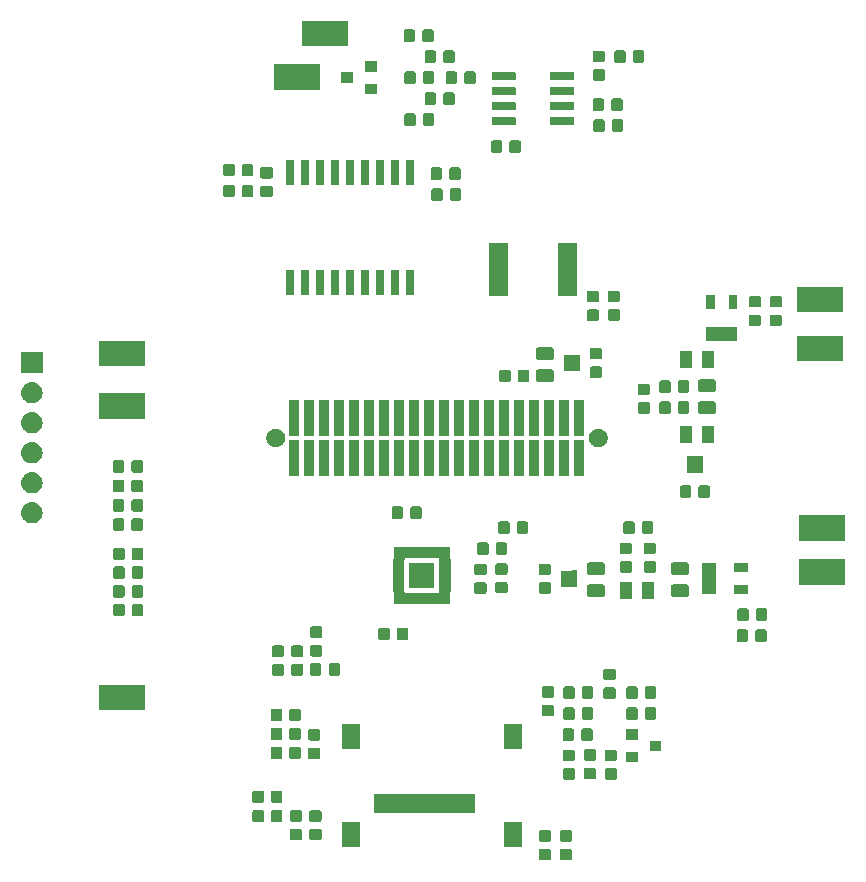
<source format=gbr>
G04 #@! TF.GenerationSoftware,KiCad,Pcbnew,(5.1.4)-1*
G04 #@! TF.CreationDate,2020-01-28T11:40:39-05:00*
G04 #@! TF.ProjectId,PDL_1920,50444c5f-3139-4323-902e-6b696361645f,rev?*
G04 #@! TF.SameCoordinates,Original*
G04 #@! TF.FileFunction,Soldermask,Top*
G04 #@! TF.FilePolarity,Negative*
%FSLAX46Y46*%
G04 Gerber Fmt 4.6, Leading zero omitted, Abs format (unit mm)*
G04 Created by KiCad (PCBNEW (5.1.4)-1) date 2020-01-28 11:40:39*
%MOMM*%
%LPD*%
G04 APERTURE LIST*
%ADD10C,0.100000*%
G04 APERTURE END LIST*
D10*
G36*
X163701591Y-161821585D02*
G01*
X163735569Y-161831893D01*
X163766890Y-161848634D01*
X163794339Y-161871161D01*
X163816866Y-161898610D01*
X163833607Y-161929931D01*
X163843915Y-161963909D01*
X163848000Y-162005390D01*
X163848000Y-162606610D01*
X163843915Y-162648091D01*
X163833607Y-162682069D01*
X163816866Y-162713390D01*
X163794339Y-162740839D01*
X163766890Y-162763366D01*
X163735569Y-162780107D01*
X163701591Y-162790415D01*
X163660110Y-162794500D01*
X162983890Y-162794500D01*
X162942409Y-162790415D01*
X162908431Y-162780107D01*
X162877110Y-162763366D01*
X162849661Y-162740839D01*
X162827134Y-162713390D01*
X162810393Y-162682069D01*
X162800085Y-162648091D01*
X162796000Y-162606610D01*
X162796000Y-162005390D01*
X162800085Y-161963909D01*
X162810393Y-161929931D01*
X162827134Y-161898610D01*
X162849661Y-161871161D01*
X162877110Y-161848634D01*
X162908431Y-161831893D01*
X162942409Y-161821585D01*
X162983890Y-161817500D01*
X163660110Y-161817500D01*
X163701591Y-161821585D01*
X163701591Y-161821585D01*
G37*
G36*
X161923591Y-161821585D02*
G01*
X161957569Y-161831893D01*
X161988890Y-161848634D01*
X162016339Y-161871161D01*
X162038866Y-161898610D01*
X162055607Y-161929931D01*
X162065915Y-161963909D01*
X162070000Y-162005390D01*
X162070000Y-162606610D01*
X162065915Y-162648091D01*
X162055607Y-162682069D01*
X162038866Y-162713390D01*
X162016339Y-162740839D01*
X161988890Y-162763366D01*
X161957569Y-162780107D01*
X161923591Y-162790415D01*
X161882110Y-162794500D01*
X161205890Y-162794500D01*
X161164409Y-162790415D01*
X161130431Y-162780107D01*
X161099110Y-162763366D01*
X161071661Y-162740839D01*
X161049134Y-162713390D01*
X161032393Y-162682069D01*
X161022085Y-162648091D01*
X161018000Y-162606610D01*
X161018000Y-162005390D01*
X161022085Y-161963909D01*
X161032393Y-161929931D01*
X161049134Y-161898610D01*
X161071661Y-161871161D01*
X161099110Y-161848634D01*
X161130431Y-161831893D01*
X161164409Y-161821585D01*
X161205890Y-161817500D01*
X161882110Y-161817500D01*
X161923591Y-161821585D01*
X161923591Y-161821585D01*
G37*
G36*
X145886000Y-161661000D02*
G01*
X144334000Y-161661000D01*
X144334000Y-159559000D01*
X145886000Y-159559000D01*
X145886000Y-161661000D01*
X145886000Y-161661000D01*
G37*
G36*
X159636000Y-161661000D02*
G01*
X158084000Y-161661000D01*
X158084000Y-159559000D01*
X159636000Y-159559000D01*
X159636000Y-161661000D01*
X159636000Y-161661000D01*
G37*
G36*
X161923591Y-160246585D02*
G01*
X161957569Y-160256893D01*
X161988890Y-160273634D01*
X162016339Y-160296161D01*
X162038866Y-160323610D01*
X162055607Y-160354931D01*
X162065915Y-160388909D01*
X162070000Y-160430390D01*
X162070000Y-161031610D01*
X162065915Y-161073091D01*
X162055607Y-161107069D01*
X162038866Y-161138390D01*
X162016339Y-161165839D01*
X161988890Y-161188366D01*
X161957569Y-161205107D01*
X161923591Y-161215415D01*
X161882110Y-161219500D01*
X161205890Y-161219500D01*
X161164409Y-161215415D01*
X161130431Y-161205107D01*
X161099110Y-161188366D01*
X161071661Y-161165839D01*
X161049134Y-161138390D01*
X161032393Y-161107069D01*
X161022085Y-161073091D01*
X161018000Y-161031610D01*
X161018000Y-160430390D01*
X161022085Y-160388909D01*
X161032393Y-160354931D01*
X161049134Y-160323610D01*
X161071661Y-160296161D01*
X161099110Y-160273634D01*
X161130431Y-160256893D01*
X161164409Y-160246585D01*
X161205890Y-160242500D01*
X161882110Y-160242500D01*
X161923591Y-160246585D01*
X161923591Y-160246585D01*
G37*
G36*
X163701591Y-160246585D02*
G01*
X163735569Y-160256893D01*
X163766890Y-160273634D01*
X163794339Y-160296161D01*
X163816866Y-160323610D01*
X163833607Y-160354931D01*
X163843915Y-160388909D01*
X163848000Y-160430390D01*
X163848000Y-161031610D01*
X163843915Y-161073091D01*
X163833607Y-161107069D01*
X163816866Y-161138390D01*
X163794339Y-161165839D01*
X163766890Y-161188366D01*
X163735569Y-161205107D01*
X163701591Y-161215415D01*
X163660110Y-161219500D01*
X162983890Y-161219500D01*
X162942409Y-161215415D01*
X162908431Y-161205107D01*
X162877110Y-161188366D01*
X162849661Y-161165839D01*
X162827134Y-161138390D01*
X162810393Y-161107069D01*
X162800085Y-161073091D01*
X162796000Y-161031610D01*
X162796000Y-160430390D01*
X162800085Y-160388909D01*
X162810393Y-160354931D01*
X162827134Y-160323610D01*
X162849661Y-160296161D01*
X162877110Y-160273634D01*
X162908431Y-160256893D01*
X162942409Y-160246585D01*
X162983890Y-160242500D01*
X163660110Y-160242500D01*
X163701591Y-160246585D01*
X163701591Y-160246585D01*
G37*
G36*
X140841591Y-160119985D02*
G01*
X140875569Y-160130293D01*
X140906890Y-160147034D01*
X140934339Y-160169561D01*
X140956866Y-160197010D01*
X140973607Y-160228331D01*
X140983915Y-160262309D01*
X140988000Y-160303790D01*
X140988000Y-160905010D01*
X140983915Y-160946491D01*
X140973607Y-160980469D01*
X140956866Y-161011790D01*
X140934339Y-161039239D01*
X140906890Y-161061766D01*
X140875569Y-161078507D01*
X140841591Y-161088815D01*
X140800110Y-161092900D01*
X140123890Y-161092900D01*
X140082409Y-161088815D01*
X140048431Y-161078507D01*
X140017110Y-161061766D01*
X139989661Y-161039239D01*
X139967134Y-161011790D01*
X139950393Y-160980469D01*
X139940085Y-160946491D01*
X139936000Y-160905010D01*
X139936000Y-160303790D01*
X139940085Y-160262309D01*
X139950393Y-160228331D01*
X139967134Y-160197010D01*
X139989661Y-160169561D01*
X140017110Y-160147034D01*
X140048431Y-160130293D01*
X140082409Y-160119985D01*
X140123890Y-160115900D01*
X140800110Y-160115900D01*
X140841591Y-160119985D01*
X140841591Y-160119985D01*
G37*
G36*
X142492591Y-160119985D02*
G01*
X142526569Y-160130293D01*
X142557890Y-160147034D01*
X142585339Y-160169561D01*
X142607866Y-160197010D01*
X142624607Y-160228331D01*
X142634915Y-160262309D01*
X142639000Y-160303790D01*
X142639000Y-160905010D01*
X142634915Y-160946491D01*
X142624607Y-160980469D01*
X142607866Y-161011790D01*
X142585339Y-161039239D01*
X142557890Y-161061766D01*
X142526569Y-161078507D01*
X142492591Y-161088815D01*
X142451110Y-161092900D01*
X141774890Y-161092900D01*
X141733409Y-161088815D01*
X141699431Y-161078507D01*
X141668110Y-161061766D01*
X141640661Y-161039239D01*
X141618134Y-161011790D01*
X141601393Y-160980469D01*
X141591085Y-160946491D01*
X141587000Y-160905010D01*
X141587000Y-160303790D01*
X141591085Y-160262309D01*
X141601393Y-160228331D01*
X141618134Y-160197010D01*
X141640661Y-160169561D01*
X141668110Y-160147034D01*
X141699431Y-160130293D01*
X141733409Y-160119985D01*
X141774890Y-160115900D01*
X142451110Y-160115900D01*
X142492591Y-160119985D01*
X142492591Y-160119985D01*
G37*
G36*
X139178691Y-158532885D02*
G01*
X139212669Y-158543193D01*
X139243990Y-158559934D01*
X139271439Y-158582461D01*
X139293966Y-158609910D01*
X139310707Y-158641231D01*
X139321015Y-158675209D01*
X139325100Y-158716690D01*
X139325100Y-159392910D01*
X139321015Y-159434391D01*
X139310707Y-159468369D01*
X139293966Y-159499690D01*
X139271439Y-159527139D01*
X139243990Y-159549666D01*
X139212669Y-159566407D01*
X139178691Y-159576715D01*
X139137210Y-159580800D01*
X138535990Y-159580800D01*
X138494509Y-159576715D01*
X138460531Y-159566407D01*
X138429210Y-159549666D01*
X138401761Y-159527139D01*
X138379234Y-159499690D01*
X138362493Y-159468369D01*
X138352185Y-159434391D01*
X138348100Y-159392910D01*
X138348100Y-158716690D01*
X138352185Y-158675209D01*
X138362493Y-158641231D01*
X138379234Y-158609910D01*
X138401761Y-158582461D01*
X138429210Y-158559934D01*
X138460531Y-158543193D01*
X138494509Y-158532885D01*
X138535990Y-158528800D01*
X139137210Y-158528800D01*
X139178691Y-158532885D01*
X139178691Y-158532885D01*
G37*
G36*
X137603691Y-158532885D02*
G01*
X137637669Y-158543193D01*
X137668990Y-158559934D01*
X137696439Y-158582461D01*
X137718966Y-158609910D01*
X137735707Y-158641231D01*
X137746015Y-158675209D01*
X137750100Y-158716690D01*
X137750100Y-159392910D01*
X137746015Y-159434391D01*
X137735707Y-159468369D01*
X137718966Y-159499690D01*
X137696439Y-159527139D01*
X137668990Y-159549666D01*
X137637669Y-159566407D01*
X137603691Y-159576715D01*
X137562210Y-159580800D01*
X136960990Y-159580800D01*
X136919509Y-159576715D01*
X136885531Y-159566407D01*
X136854210Y-159549666D01*
X136826761Y-159527139D01*
X136804234Y-159499690D01*
X136787493Y-159468369D01*
X136777185Y-159434391D01*
X136773100Y-159392910D01*
X136773100Y-158716690D01*
X136777185Y-158675209D01*
X136787493Y-158641231D01*
X136804234Y-158609910D01*
X136826761Y-158582461D01*
X136854210Y-158559934D01*
X136885531Y-158543193D01*
X136919509Y-158532885D01*
X136960990Y-158528800D01*
X137562210Y-158528800D01*
X137603691Y-158532885D01*
X137603691Y-158532885D01*
G37*
G36*
X142492591Y-158544985D02*
G01*
X142526569Y-158555293D01*
X142557890Y-158572034D01*
X142585339Y-158594561D01*
X142607866Y-158622010D01*
X142624607Y-158653331D01*
X142634915Y-158687309D01*
X142639000Y-158728790D01*
X142639000Y-159330010D01*
X142634915Y-159371491D01*
X142624607Y-159405469D01*
X142607866Y-159436790D01*
X142585339Y-159464239D01*
X142557890Y-159486766D01*
X142526569Y-159503507D01*
X142492591Y-159513815D01*
X142451110Y-159517900D01*
X141774890Y-159517900D01*
X141733409Y-159513815D01*
X141699431Y-159503507D01*
X141668110Y-159486766D01*
X141640661Y-159464239D01*
X141618134Y-159436790D01*
X141601393Y-159405469D01*
X141591085Y-159371491D01*
X141587000Y-159330010D01*
X141587000Y-158728790D01*
X141591085Y-158687309D01*
X141601393Y-158653331D01*
X141618134Y-158622010D01*
X141640661Y-158594561D01*
X141668110Y-158572034D01*
X141699431Y-158555293D01*
X141733409Y-158544985D01*
X141774890Y-158540900D01*
X142451110Y-158540900D01*
X142492591Y-158544985D01*
X142492591Y-158544985D01*
G37*
G36*
X140841591Y-158544985D02*
G01*
X140875569Y-158555293D01*
X140906890Y-158572034D01*
X140934339Y-158594561D01*
X140956866Y-158622010D01*
X140973607Y-158653331D01*
X140983915Y-158687309D01*
X140988000Y-158728790D01*
X140988000Y-159330010D01*
X140983915Y-159371491D01*
X140973607Y-159405469D01*
X140956866Y-159436790D01*
X140934339Y-159464239D01*
X140906890Y-159486766D01*
X140875569Y-159503507D01*
X140841591Y-159513815D01*
X140800110Y-159517900D01*
X140123890Y-159517900D01*
X140082409Y-159513815D01*
X140048431Y-159503507D01*
X140017110Y-159486766D01*
X139989661Y-159464239D01*
X139967134Y-159436790D01*
X139950393Y-159405469D01*
X139940085Y-159371491D01*
X139936000Y-159330010D01*
X139936000Y-158728790D01*
X139940085Y-158687309D01*
X139950393Y-158653331D01*
X139967134Y-158622010D01*
X139989661Y-158594561D01*
X140017110Y-158572034D01*
X140048431Y-158555293D01*
X140082409Y-158544985D01*
X140123890Y-158540900D01*
X140800110Y-158540900D01*
X140841591Y-158544985D01*
X140841591Y-158544985D01*
G37*
G36*
X155641000Y-158811000D02*
G01*
X147039000Y-158811000D01*
X147039000Y-157209000D01*
X155641000Y-157209000D01*
X155641000Y-158811000D01*
X155641000Y-158811000D01*
G37*
G36*
X137603491Y-156881885D02*
G01*
X137637469Y-156892193D01*
X137668790Y-156908934D01*
X137696239Y-156931461D01*
X137718766Y-156958910D01*
X137735507Y-156990231D01*
X137745815Y-157024209D01*
X137749900Y-157065690D01*
X137749900Y-157741910D01*
X137745815Y-157783391D01*
X137735507Y-157817369D01*
X137718766Y-157848690D01*
X137696239Y-157876139D01*
X137668790Y-157898666D01*
X137637469Y-157915407D01*
X137603491Y-157925715D01*
X137562010Y-157929800D01*
X136960790Y-157929800D01*
X136919309Y-157925715D01*
X136885331Y-157915407D01*
X136854010Y-157898666D01*
X136826561Y-157876139D01*
X136804034Y-157848690D01*
X136787293Y-157817369D01*
X136776985Y-157783391D01*
X136772900Y-157741910D01*
X136772900Y-157065690D01*
X136776985Y-157024209D01*
X136787293Y-156990231D01*
X136804034Y-156958910D01*
X136826561Y-156931461D01*
X136854010Y-156908934D01*
X136885331Y-156892193D01*
X136919309Y-156881885D01*
X136960790Y-156877800D01*
X137562010Y-156877800D01*
X137603491Y-156881885D01*
X137603491Y-156881885D01*
G37*
G36*
X139178491Y-156881885D02*
G01*
X139212469Y-156892193D01*
X139243790Y-156908934D01*
X139271239Y-156931461D01*
X139293766Y-156958910D01*
X139310507Y-156990231D01*
X139320815Y-157024209D01*
X139324900Y-157065690D01*
X139324900Y-157741910D01*
X139320815Y-157783391D01*
X139310507Y-157817369D01*
X139293766Y-157848690D01*
X139271239Y-157876139D01*
X139243790Y-157898666D01*
X139212469Y-157915407D01*
X139178491Y-157925715D01*
X139137010Y-157929800D01*
X138535790Y-157929800D01*
X138494309Y-157925715D01*
X138460331Y-157915407D01*
X138429010Y-157898666D01*
X138401561Y-157876139D01*
X138379034Y-157848690D01*
X138362293Y-157817369D01*
X138351985Y-157783391D01*
X138347900Y-157741910D01*
X138347900Y-157065690D01*
X138351985Y-157024209D01*
X138362293Y-156990231D01*
X138379034Y-156958910D01*
X138401561Y-156931461D01*
X138429010Y-156908934D01*
X138460331Y-156892193D01*
X138494309Y-156881885D01*
X138535790Y-156877800D01*
X139137010Y-156877800D01*
X139178491Y-156881885D01*
X139178491Y-156881885D01*
G37*
G36*
X167511591Y-154989085D02*
G01*
X167545569Y-154999393D01*
X167576890Y-155016134D01*
X167604339Y-155038661D01*
X167626866Y-155066110D01*
X167643607Y-155097431D01*
X167653915Y-155131409D01*
X167658000Y-155172890D01*
X167658000Y-155774110D01*
X167653915Y-155815591D01*
X167643607Y-155849569D01*
X167626866Y-155880890D01*
X167604339Y-155908339D01*
X167576890Y-155930866D01*
X167545569Y-155947607D01*
X167511591Y-155957915D01*
X167470110Y-155962000D01*
X166793890Y-155962000D01*
X166752409Y-155957915D01*
X166718431Y-155947607D01*
X166687110Y-155930866D01*
X166659661Y-155908339D01*
X166637134Y-155880890D01*
X166620393Y-155849569D01*
X166610085Y-155815591D01*
X166606000Y-155774110D01*
X166606000Y-155172890D01*
X166610085Y-155131409D01*
X166620393Y-155097431D01*
X166637134Y-155066110D01*
X166659661Y-155038661D01*
X166687110Y-155016134D01*
X166718431Y-154999393D01*
X166752409Y-154989085D01*
X166793890Y-154985000D01*
X167470110Y-154985000D01*
X167511591Y-154989085D01*
X167511591Y-154989085D01*
G37*
G36*
X163955591Y-154989085D02*
G01*
X163989569Y-154999393D01*
X164020890Y-155016134D01*
X164048339Y-155038661D01*
X164070866Y-155066110D01*
X164087607Y-155097431D01*
X164097915Y-155131409D01*
X164102000Y-155172890D01*
X164102000Y-155774110D01*
X164097915Y-155815591D01*
X164087607Y-155849569D01*
X164070866Y-155880890D01*
X164048339Y-155908339D01*
X164020890Y-155930866D01*
X163989569Y-155947607D01*
X163955591Y-155957915D01*
X163914110Y-155962000D01*
X163237890Y-155962000D01*
X163196409Y-155957915D01*
X163162431Y-155947607D01*
X163131110Y-155930866D01*
X163103661Y-155908339D01*
X163081134Y-155880890D01*
X163064393Y-155849569D01*
X163054085Y-155815591D01*
X163050000Y-155774110D01*
X163050000Y-155172890D01*
X163054085Y-155131409D01*
X163064393Y-155097431D01*
X163081134Y-155066110D01*
X163103661Y-155038661D01*
X163131110Y-155016134D01*
X163162431Y-154999393D01*
X163196409Y-154989085D01*
X163237890Y-154985000D01*
X163914110Y-154985000D01*
X163955591Y-154989085D01*
X163955591Y-154989085D01*
G37*
G36*
X165733591Y-154963585D02*
G01*
X165767569Y-154973893D01*
X165798890Y-154990634D01*
X165826339Y-155013161D01*
X165848866Y-155040610D01*
X165865607Y-155071931D01*
X165875915Y-155105909D01*
X165880000Y-155147390D01*
X165880000Y-155748610D01*
X165875915Y-155790091D01*
X165865607Y-155824069D01*
X165848866Y-155855390D01*
X165826339Y-155882839D01*
X165798890Y-155905366D01*
X165767569Y-155922107D01*
X165733591Y-155932415D01*
X165692110Y-155936500D01*
X165015890Y-155936500D01*
X164974409Y-155932415D01*
X164940431Y-155922107D01*
X164909110Y-155905366D01*
X164881661Y-155882839D01*
X164859134Y-155855390D01*
X164842393Y-155824069D01*
X164832085Y-155790091D01*
X164828000Y-155748610D01*
X164828000Y-155147390D01*
X164832085Y-155105909D01*
X164842393Y-155071931D01*
X164859134Y-155040610D01*
X164881661Y-155013161D01*
X164909110Y-154990634D01*
X164940431Y-154973893D01*
X164974409Y-154963585D01*
X165015890Y-154959500D01*
X165692110Y-154959500D01*
X165733591Y-154963585D01*
X165733591Y-154963585D01*
G37*
G36*
X169411000Y-154497000D02*
G01*
X168409000Y-154497000D01*
X168409000Y-153595000D01*
X169411000Y-153595000D01*
X169411000Y-154497000D01*
X169411000Y-154497000D01*
G37*
G36*
X163955591Y-153414085D02*
G01*
X163989569Y-153424393D01*
X164020890Y-153441134D01*
X164048339Y-153463661D01*
X164070866Y-153491110D01*
X164087607Y-153522431D01*
X164097915Y-153556409D01*
X164102000Y-153597890D01*
X164102000Y-154199110D01*
X164097915Y-154240591D01*
X164087607Y-154274569D01*
X164070866Y-154305890D01*
X164048339Y-154333339D01*
X164020890Y-154355866D01*
X163989569Y-154372607D01*
X163955591Y-154382915D01*
X163914110Y-154387000D01*
X163237890Y-154387000D01*
X163196409Y-154382915D01*
X163162431Y-154372607D01*
X163131110Y-154355866D01*
X163103661Y-154333339D01*
X163081134Y-154305890D01*
X163064393Y-154274569D01*
X163054085Y-154240591D01*
X163050000Y-154199110D01*
X163050000Y-153597890D01*
X163054085Y-153556409D01*
X163064393Y-153522431D01*
X163081134Y-153491110D01*
X163103661Y-153463661D01*
X163131110Y-153441134D01*
X163162431Y-153424393D01*
X163196409Y-153414085D01*
X163237890Y-153410000D01*
X163914110Y-153410000D01*
X163955591Y-153414085D01*
X163955591Y-153414085D01*
G37*
G36*
X167511591Y-153414085D02*
G01*
X167545569Y-153424393D01*
X167576890Y-153441134D01*
X167604339Y-153463661D01*
X167626866Y-153491110D01*
X167643607Y-153522431D01*
X167653915Y-153556409D01*
X167658000Y-153597890D01*
X167658000Y-154199110D01*
X167653915Y-154240591D01*
X167643607Y-154274569D01*
X167626866Y-154305890D01*
X167604339Y-154333339D01*
X167576890Y-154355866D01*
X167545569Y-154372607D01*
X167511591Y-154382915D01*
X167470110Y-154387000D01*
X166793890Y-154387000D01*
X166752409Y-154382915D01*
X166718431Y-154372607D01*
X166687110Y-154355866D01*
X166659661Y-154333339D01*
X166637134Y-154305890D01*
X166620393Y-154274569D01*
X166610085Y-154240591D01*
X166606000Y-154199110D01*
X166606000Y-153597890D01*
X166610085Y-153556409D01*
X166620393Y-153522431D01*
X166637134Y-153491110D01*
X166659661Y-153463661D01*
X166687110Y-153441134D01*
X166718431Y-153424393D01*
X166752409Y-153414085D01*
X166793890Y-153410000D01*
X167470110Y-153410000D01*
X167511591Y-153414085D01*
X167511591Y-153414085D01*
G37*
G36*
X165733591Y-153388585D02*
G01*
X165767569Y-153398893D01*
X165798890Y-153415634D01*
X165826339Y-153438161D01*
X165848866Y-153465610D01*
X165865607Y-153496931D01*
X165875915Y-153530909D01*
X165880000Y-153572390D01*
X165880000Y-154173610D01*
X165875915Y-154215091D01*
X165865607Y-154249069D01*
X165848866Y-154280390D01*
X165826339Y-154307839D01*
X165798890Y-154330366D01*
X165767569Y-154347107D01*
X165733591Y-154357415D01*
X165692110Y-154361500D01*
X165015890Y-154361500D01*
X164974409Y-154357415D01*
X164940431Y-154347107D01*
X164909110Y-154330366D01*
X164881661Y-154307839D01*
X164859134Y-154280390D01*
X164842393Y-154249069D01*
X164832085Y-154215091D01*
X164828000Y-154173610D01*
X164828000Y-153572390D01*
X164832085Y-153530909D01*
X164842393Y-153496931D01*
X164859134Y-153465610D01*
X164881661Y-153438161D01*
X164909110Y-153415634D01*
X164940431Y-153398893D01*
X164974409Y-153388585D01*
X165015890Y-153384500D01*
X165692110Y-153384500D01*
X165733591Y-153388585D01*
X165733591Y-153388585D01*
G37*
G36*
X142378291Y-153249085D02*
G01*
X142412269Y-153259393D01*
X142443590Y-153276134D01*
X142471039Y-153298661D01*
X142493566Y-153326110D01*
X142510307Y-153357431D01*
X142520615Y-153391409D01*
X142524700Y-153432890D01*
X142524700Y-154034110D01*
X142520615Y-154075591D01*
X142510307Y-154109569D01*
X142493566Y-154140890D01*
X142471039Y-154168339D01*
X142443590Y-154190866D01*
X142412269Y-154207607D01*
X142378291Y-154217915D01*
X142336810Y-154222000D01*
X141660590Y-154222000D01*
X141619109Y-154217915D01*
X141585131Y-154207607D01*
X141553810Y-154190866D01*
X141526361Y-154168339D01*
X141503834Y-154140890D01*
X141487093Y-154109569D01*
X141476785Y-154075591D01*
X141472700Y-154034110D01*
X141472700Y-153432890D01*
X141476785Y-153391409D01*
X141487093Y-153357431D01*
X141503834Y-153326110D01*
X141526361Y-153298661D01*
X141553810Y-153276134D01*
X141585131Y-153259393D01*
X141619109Y-153249085D01*
X141660590Y-153245000D01*
X142336810Y-153245000D01*
X142378291Y-153249085D01*
X142378291Y-153249085D01*
G37*
G36*
X139152891Y-153173485D02*
G01*
X139186869Y-153183793D01*
X139218190Y-153200534D01*
X139245639Y-153223061D01*
X139268166Y-153250510D01*
X139284907Y-153281831D01*
X139295215Y-153315809D01*
X139299300Y-153357290D01*
X139299300Y-154033510D01*
X139295215Y-154074991D01*
X139284907Y-154108969D01*
X139268166Y-154140290D01*
X139245639Y-154167739D01*
X139218190Y-154190266D01*
X139186869Y-154207007D01*
X139152891Y-154217315D01*
X139111410Y-154221400D01*
X138510190Y-154221400D01*
X138468709Y-154217315D01*
X138434731Y-154207007D01*
X138403410Y-154190266D01*
X138375961Y-154167739D01*
X138353434Y-154140290D01*
X138336693Y-154108969D01*
X138326385Y-154074991D01*
X138322300Y-154033510D01*
X138322300Y-153357290D01*
X138326385Y-153315809D01*
X138336693Y-153281831D01*
X138353434Y-153250510D01*
X138375961Y-153223061D01*
X138403410Y-153200534D01*
X138434731Y-153183793D01*
X138468709Y-153173485D01*
X138510190Y-153169400D01*
X139111410Y-153169400D01*
X139152891Y-153173485D01*
X139152891Y-153173485D01*
G37*
G36*
X140727891Y-153173485D02*
G01*
X140761869Y-153183793D01*
X140793190Y-153200534D01*
X140820639Y-153223061D01*
X140843166Y-153250510D01*
X140859907Y-153281831D01*
X140870215Y-153315809D01*
X140874300Y-153357290D01*
X140874300Y-154033510D01*
X140870215Y-154074991D01*
X140859907Y-154108969D01*
X140843166Y-154140290D01*
X140820639Y-154167739D01*
X140793190Y-154190266D01*
X140761869Y-154207007D01*
X140727891Y-154217315D01*
X140686410Y-154221400D01*
X140085190Y-154221400D01*
X140043709Y-154217315D01*
X140009731Y-154207007D01*
X139978410Y-154190266D01*
X139950961Y-154167739D01*
X139928434Y-154140290D01*
X139911693Y-154108969D01*
X139901385Y-154074991D01*
X139897300Y-154033510D01*
X139897300Y-153357290D01*
X139901385Y-153315809D01*
X139911693Y-153281831D01*
X139928434Y-153250510D01*
X139950961Y-153223061D01*
X139978410Y-153200534D01*
X140009731Y-153183793D01*
X140043709Y-153173485D01*
X140085190Y-153169400D01*
X140686410Y-153169400D01*
X140727891Y-153173485D01*
X140727891Y-153173485D01*
G37*
G36*
X171411000Y-153547000D02*
G01*
X170409000Y-153547000D01*
X170409000Y-152645000D01*
X171411000Y-152645000D01*
X171411000Y-153547000D01*
X171411000Y-153547000D01*
G37*
G36*
X145886000Y-153361000D02*
G01*
X144334000Y-153361000D01*
X144334000Y-151259000D01*
X145886000Y-151259000D01*
X145886000Y-153361000D01*
X145886000Y-153361000D01*
G37*
G36*
X159636000Y-153361000D02*
G01*
X158084000Y-153361000D01*
X158084000Y-151259000D01*
X159636000Y-151259000D01*
X159636000Y-153361000D01*
X159636000Y-153361000D01*
G37*
G36*
X165442091Y-151624085D02*
G01*
X165476069Y-151634393D01*
X165507390Y-151651134D01*
X165534839Y-151673661D01*
X165557366Y-151701110D01*
X165574107Y-151732431D01*
X165584415Y-151766409D01*
X165588500Y-151807890D01*
X165588500Y-152484110D01*
X165584415Y-152525591D01*
X165574107Y-152559569D01*
X165557366Y-152590890D01*
X165534839Y-152618339D01*
X165507390Y-152640866D01*
X165476069Y-152657607D01*
X165442091Y-152667915D01*
X165400610Y-152672000D01*
X164799390Y-152672000D01*
X164757909Y-152667915D01*
X164723931Y-152657607D01*
X164692610Y-152640866D01*
X164665161Y-152618339D01*
X164642634Y-152590890D01*
X164625893Y-152559569D01*
X164615585Y-152525591D01*
X164611500Y-152484110D01*
X164611500Y-151807890D01*
X164615585Y-151766409D01*
X164625893Y-151732431D01*
X164642634Y-151701110D01*
X164665161Y-151673661D01*
X164692610Y-151651134D01*
X164723931Y-151634393D01*
X164757909Y-151624085D01*
X164799390Y-151620000D01*
X165400610Y-151620000D01*
X165442091Y-151624085D01*
X165442091Y-151624085D01*
G37*
G36*
X163867091Y-151624085D02*
G01*
X163901069Y-151634393D01*
X163932390Y-151651134D01*
X163959839Y-151673661D01*
X163982366Y-151701110D01*
X163999107Y-151732431D01*
X164009415Y-151766409D01*
X164013500Y-151807890D01*
X164013500Y-152484110D01*
X164009415Y-152525591D01*
X163999107Y-152559569D01*
X163982366Y-152590890D01*
X163959839Y-152618339D01*
X163932390Y-152640866D01*
X163901069Y-152657607D01*
X163867091Y-152667915D01*
X163825610Y-152672000D01*
X163224390Y-152672000D01*
X163182909Y-152667915D01*
X163148931Y-152657607D01*
X163117610Y-152640866D01*
X163090161Y-152618339D01*
X163067634Y-152590890D01*
X163050893Y-152559569D01*
X163040585Y-152525591D01*
X163036500Y-152484110D01*
X163036500Y-151807890D01*
X163040585Y-151766409D01*
X163050893Y-151732431D01*
X163067634Y-151701110D01*
X163090161Y-151673661D01*
X163117610Y-151651134D01*
X163148931Y-151634393D01*
X163182909Y-151624085D01*
X163224390Y-151620000D01*
X163825610Y-151620000D01*
X163867091Y-151624085D01*
X163867091Y-151624085D01*
G37*
G36*
X142378291Y-151674085D02*
G01*
X142412269Y-151684393D01*
X142443590Y-151701134D01*
X142471039Y-151723661D01*
X142493566Y-151751110D01*
X142510307Y-151782431D01*
X142520615Y-151816409D01*
X142524700Y-151857890D01*
X142524700Y-152459110D01*
X142520615Y-152500591D01*
X142510307Y-152534569D01*
X142493566Y-152565890D01*
X142471039Y-152593339D01*
X142443590Y-152615866D01*
X142412269Y-152632607D01*
X142378291Y-152642915D01*
X142336810Y-152647000D01*
X141660590Y-152647000D01*
X141619109Y-152642915D01*
X141585131Y-152632607D01*
X141553810Y-152615866D01*
X141526361Y-152593339D01*
X141503834Y-152565890D01*
X141487093Y-152534569D01*
X141476785Y-152500591D01*
X141472700Y-152459110D01*
X141472700Y-151857890D01*
X141476785Y-151816409D01*
X141487093Y-151782431D01*
X141503834Y-151751110D01*
X141526361Y-151723661D01*
X141553810Y-151701134D01*
X141585131Y-151684393D01*
X141619109Y-151674085D01*
X141660590Y-151670000D01*
X142336810Y-151670000D01*
X142378291Y-151674085D01*
X142378291Y-151674085D01*
G37*
G36*
X139152891Y-151560585D02*
G01*
X139186869Y-151570893D01*
X139218190Y-151587634D01*
X139245639Y-151610161D01*
X139268166Y-151637610D01*
X139284907Y-151668931D01*
X139295215Y-151702909D01*
X139299300Y-151744390D01*
X139299300Y-152420610D01*
X139295215Y-152462091D01*
X139284907Y-152496069D01*
X139268166Y-152527390D01*
X139245639Y-152554839D01*
X139218190Y-152577366D01*
X139186869Y-152594107D01*
X139152891Y-152604415D01*
X139111410Y-152608500D01*
X138510190Y-152608500D01*
X138468709Y-152604415D01*
X138434731Y-152594107D01*
X138403410Y-152577366D01*
X138375961Y-152554839D01*
X138353434Y-152527390D01*
X138336693Y-152496069D01*
X138326385Y-152462091D01*
X138322300Y-152420610D01*
X138322300Y-151744390D01*
X138326385Y-151702909D01*
X138336693Y-151668931D01*
X138353434Y-151637610D01*
X138375961Y-151610161D01*
X138403410Y-151587634D01*
X138434731Y-151570893D01*
X138468709Y-151560585D01*
X138510190Y-151556500D01*
X139111410Y-151556500D01*
X139152891Y-151560585D01*
X139152891Y-151560585D01*
G37*
G36*
X140727891Y-151560585D02*
G01*
X140761869Y-151570893D01*
X140793190Y-151587634D01*
X140820639Y-151610161D01*
X140843166Y-151637610D01*
X140859907Y-151668931D01*
X140870215Y-151702909D01*
X140874300Y-151744390D01*
X140874300Y-152420610D01*
X140870215Y-152462091D01*
X140859907Y-152496069D01*
X140843166Y-152527390D01*
X140820639Y-152554839D01*
X140793190Y-152577366D01*
X140761869Y-152594107D01*
X140727891Y-152604415D01*
X140686410Y-152608500D01*
X140085190Y-152608500D01*
X140043709Y-152604415D01*
X140009731Y-152594107D01*
X139978410Y-152577366D01*
X139950961Y-152554839D01*
X139928434Y-152527390D01*
X139911693Y-152496069D01*
X139901385Y-152462091D01*
X139897300Y-152420610D01*
X139897300Y-151744390D01*
X139901385Y-151702909D01*
X139911693Y-151668931D01*
X139928434Y-151637610D01*
X139950961Y-151610161D01*
X139978410Y-151587634D01*
X140009731Y-151570893D01*
X140043709Y-151560585D01*
X140085190Y-151556500D01*
X140686410Y-151556500D01*
X140727891Y-151560585D01*
X140727891Y-151560585D01*
G37*
G36*
X169411000Y-152597000D02*
G01*
X168409000Y-152597000D01*
X168409000Y-151695000D01*
X169411000Y-151695000D01*
X169411000Y-152597000D01*
X169411000Y-152597000D01*
G37*
G36*
X139152891Y-149947685D02*
G01*
X139186869Y-149957993D01*
X139218190Y-149974734D01*
X139245639Y-149997261D01*
X139268166Y-150024710D01*
X139284907Y-150056031D01*
X139295215Y-150090009D01*
X139299300Y-150131490D01*
X139299300Y-150807710D01*
X139295215Y-150849191D01*
X139284907Y-150883169D01*
X139268166Y-150914490D01*
X139245639Y-150941939D01*
X139218190Y-150964466D01*
X139186869Y-150981207D01*
X139152891Y-150991515D01*
X139111410Y-150995600D01*
X138510190Y-150995600D01*
X138468709Y-150991515D01*
X138434731Y-150981207D01*
X138403410Y-150964466D01*
X138375961Y-150941939D01*
X138353434Y-150914490D01*
X138336693Y-150883169D01*
X138326385Y-150849191D01*
X138322300Y-150807710D01*
X138322300Y-150131490D01*
X138326385Y-150090009D01*
X138336693Y-150056031D01*
X138353434Y-150024710D01*
X138375961Y-149997261D01*
X138403410Y-149974734D01*
X138434731Y-149957993D01*
X138468709Y-149947685D01*
X138510190Y-149943600D01*
X139111410Y-149943600D01*
X139152891Y-149947685D01*
X139152891Y-149947685D01*
G37*
G36*
X140727891Y-149947685D02*
G01*
X140761869Y-149957993D01*
X140793190Y-149974734D01*
X140820639Y-149997261D01*
X140843166Y-150024710D01*
X140859907Y-150056031D01*
X140870215Y-150090009D01*
X140874300Y-150131490D01*
X140874300Y-150807710D01*
X140870215Y-150849191D01*
X140859907Y-150883169D01*
X140843166Y-150914490D01*
X140820639Y-150941939D01*
X140793190Y-150964466D01*
X140761869Y-150981207D01*
X140727891Y-150991515D01*
X140686410Y-150995600D01*
X140085190Y-150995600D01*
X140043709Y-150991515D01*
X140009731Y-150981207D01*
X139978410Y-150964466D01*
X139950961Y-150941939D01*
X139928434Y-150914490D01*
X139911693Y-150883169D01*
X139901385Y-150849191D01*
X139897300Y-150807710D01*
X139897300Y-150131490D01*
X139901385Y-150090009D01*
X139911693Y-150056031D01*
X139928434Y-150024710D01*
X139950961Y-149997261D01*
X139978410Y-149974734D01*
X140009731Y-149957993D01*
X140043709Y-149947685D01*
X140085190Y-149943600D01*
X140686410Y-149943600D01*
X140727891Y-149947685D01*
X140727891Y-149947685D01*
G37*
G36*
X165493091Y-149846085D02*
G01*
X165527069Y-149856393D01*
X165558390Y-149873134D01*
X165585839Y-149895661D01*
X165608366Y-149923110D01*
X165625107Y-149954431D01*
X165635415Y-149988409D01*
X165639500Y-150029890D01*
X165639500Y-150706110D01*
X165635415Y-150747591D01*
X165625107Y-150781569D01*
X165608366Y-150812890D01*
X165585839Y-150840339D01*
X165558390Y-150862866D01*
X165527069Y-150879607D01*
X165493091Y-150889915D01*
X165451610Y-150894000D01*
X164850390Y-150894000D01*
X164808909Y-150889915D01*
X164774931Y-150879607D01*
X164743610Y-150862866D01*
X164716161Y-150840339D01*
X164693634Y-150812890D01*
X164676893Y-150781569D01*
X164666585Y-150747591D01*
X164662500Y-150706110D01*
X164662500Y-150029890D01*
X164666585Y-149988409D01*
X164676893Y-149954431D01*
X164693634Y-149923110D01*
X164716161Y-149895661D01*
X164743610Y-149873134D01*
X164774931Y-149856393D01*
X164808909Y-149846085D01*
X164850390Y-149842000D01*
X165451610Y-149842000D01*
X165493091Y-149846085D01*
X165493091Y-149846085D01*
G37*
G36*
X163918091Y-149846085D02*
G01*
X163952069Y-149856393D01*
X163983390Y-149873134D01*
X164010839Y-149895661D01*
X164033366Y-149923110D01*
X164050107Y-149954431D01*
X164060415Y-149988409D01*
X164064500Y-150029890D01*
X164064500Y-150706110D01*
X164060415Y-150747591D01*
X164050107Y-150781569D01*
X164033366Y-150812890D01*
X164010839Y-150840339D01*
X163983390Y-150862866D01*
X163952069Y-150879607D01*
X163918091Y-150889915D01*
X163876610Y-150894000D01*
X163275390Y-150894000D01*
X163233909Y-150889915D01*
X163199931Y-150879607D01*
X163168610Y-150862866D01*
X163141161Y-150840339D01*
X163118634Y-150812890D01*
X163101893Y-150781569D01*
X163091585Y-150747591D01*
X163087500Y-150706110D01*
X163087500Y-150029890D01*
X163091585Y-149988409D01*
X163101893Y-149954431D01*
X163118634Y-149923110D01*
X163141161Y-149895661D01*
X163168610Y-149873134D01*
X163199931Y-149856393D01*
X163233909Y-149846085D01*
X163275390Y-149842000D01*
X163876610Y-149842000D01*
X163918091Y-149846085D01*
X163918091Y-149846085D01*
G37*
G36*
X169252091Y-149846085D02*
G01*
X169286069Y-149856393D01*
X169317390Y-149873134D01*
X169344839Y-149895661D01*
X169367366Y-149923110D01*
X169384107Y-149954431D01*
X169394415Y-149988409D01*
X169398500Y-150029890D01*
X169398500Y-150706110D01*
X169394415Y-150747591D01*
X169384107Y-150781569D01*
X169367366Y-150812890D01*
X169344839Y-150840339D01*
X169317390Y-150862866D01*
X169286069Y-150879607D01*
X169252091Y-150889915D01*
X169210610Y-150894000D01*
X168609390Y-150894000D01*
X168567909Y-150889915D01*
X168533931Y-150879607D01*
X168502610Y-150862866D01*
X168475161Y-150840339D01*
X168452634Y-150812890D01*
X168435893Y-150781569D01*
X168425585Y-150747591D01*
X168421500Y-150706110D01*
X168421500Y-150029890D01*
X168425585Y-149988409D01*
X168435893Y-149954431D01*
X168452634Y-149923110D01*
X168475161Y-149895661D01*
X168502610Y-149873134D01*
X168533931Y-149856393D01*
X168567909Y-149846085D01*
X168609390Y-149842000D01*
X169210610Y-149842000D01*
X169252091Y-149846085D01*
X169252091Y-149846085D01*
G37*
G36*
X170827091Y-149846085D02*
G01*
X170861069Y-149856393D01*
X170892390Y-149873134D01*
X170919839Y-149895661D01*
X170942366Y-149923110D01*
X170959107Y-149954431D01*
X170969415Y-149988409D01*
X170973500Y-150029890D01*
X170973500Y-150706110D01*
X170969415Y-150747591D01*
X170959107Y-150781569D01*
X170942366Y-150812890D01*
X170919839Y-150840339D01*
X170892390Y-150862866D01*
X170861069Y-150879607D01*
X170827091Y-150889915D01*
X170785610Y-150894000D01*
X170184390Y-150894000D01*
X170142909Y-150889915D01*
X170108931Y-150879607D01*
X170077610Y-150862866D01*
X170050161Y-150840339D01*
X170027634Y-150812890D01*
X170010893Y-150781569D01*
X170000585Y-150747591D01*
X169996500Y-150706110D01*
X169996500Y-150029890D01*
X170000585Y-149988409D01*
X170010893Y-149954431D01*
X170027634Y-149923110D01*
X170050161Y-149895661D01*
X170077610Y-149873134D01*
X170108931Y-149856393D01*
X170142909Y-149846085D01*
X170184390Y-149842000D01*
X170785610Y-149842000D01*
X170827091Y-149846085D01*
X170827091Y-149846085D01*
G37*
G36*
X162177591Y-149629585D02*
G01*
X162211569Y-149639893D01*
X162242890Y-149656634D01*
X162270339Y-149679161D01*
X162292866Y-149706610D01*
X162309607Y-149737931D01*
X162319915Y-149771909D01*
X162324000Y-149813390D01*
X162324000Y-150414610D01*
X162319915Y-150456091D01*
X162309607Y-150490069D01*
X162292866Y-150521390D01*
X162270339Y-150548839D01*
X162242890Y-150571366D01*
X162211569Y-150588107D01*
X162177591Y-150598415D01*
X162136110Y-150602500D01*
X161459890Y-150602500D01*
X161418409Y-150598415D01*
X161384431Y-150588107D01*
X161353110Y-150571366D01*
X161325661Y-150548839D01*
X161303134Y-150521390D01*
X161286393Y-150490069D01*
X161276085Y-150456091D01*
X161272000Y-150414610D01*
X161272000Y-149813390D01*
X161276085Y-149771909D01*
X161286393Y-149737931D01*
X161303134Y-149706610D01*
X161325661Y-149679161D01*
X161353110Y-149656634D01*
X161384431Y-149639893D01*
X161418409Y-149629585D01*
X161459890Y-149625500D01*
X162136110Y-149625500D01*
X162177591Y-149629585D01*
X162177591Y-149629585D01*
G37*
G36*
X127693700Y-150049700D02*
G01*
X123791700Y-150049700D01*
X123791700Y-147917700D01*
X127693700Y-147917700D01*
X127693700Y-150049700D01*
X127693700Y-150049700D01*
G37*
G36*
X167384591Y-148143685D02*
G01*
X167418569Y-148153993D01*
X167449890Y-148170734D01*
X167477339Y-148193261D01*
X167499866Y-148220710D01*
X167516607Y-148252031D01*
X167526915Y-148286009D01*
X167531000Y-148327490D01*
X167531000Y-148928710D01*
X167526915Y-148970191D01*
X167516607Y-149004169D01*
X167499866Y-149035490D01*
X167477339Y-149062939D01*
X167449890Y-149085466D01*
X167418569Y-149102207D01*
X167384591Y-149112515D01*
X167343110Y-149116600D01*
X166666890Y-149116600D01*
X166625409Y-149112515D01*
X166591431Y-149102207D01*
X166560110Y-149085466D01*
X166532661Y-149062939D01*
X166510134Y-149035490D01*
X166493393Y-149004169D01*
X166483085Y-148970191D01*
X166479000Y-148928710D01*
X166479000Y-148327490D01*
X166483085Y-148286009D01*
X166493393Y-148252031D01*
X166510134Y-148220710D01*
X166532661Y-148193261D01*
X166560110Y-148170734D01*
X166591431Y-148153993D01*
X166625409Y-148143685D01*
X166666890Y-148139600D01*
X167343110Y-148139600D01*
X167384591Y-148143685D01*
X167384591Y-148143685D01*
G37*
G36*
X169252091Y-148068085D02*
G01*
X169286069Y-148078393D01*
X169317390Y-148095134D01*
X169344839Y-148117661D01*
X169367366Y-148145110D01*
X169384107Y-148176431D01*
X169394415Y-148210409D01*
X169398500Y-148251890D01*
X169398500Y-148928110D01*
X169394415Y-148969591D01*
X169384107Y-149003569D01*
X169367366Y-149034890D01*
X169344839Y-149062339D01*
X169317390Y-149084866D01*
X169286069Y-149101607D01*
X169252091Y-149111915D01*
X169210610Y-149116000D01*
X168609390Y-149116000D01*
X168567909Y-149111915D01*
X168533931Y-149101607D01*
X168502610Y-149084866D01*
X168475161Y-149062339D01*
X168452634Y-149034890D01*
X168435893Y-149003569D01*
X168425585Y-148969591D01*
X168421500Y-148928110D01*
X168421500Y-148251890D01*
X168425585Y-148210409D01*
X168435893Y-148176431D01*
X168452634Y-148145110D01*
X168475161Y-148117661D01*
X168502610Y-148095134D01*
X168533931Y-148078393D01*
X168567909Y-148068085D01*
X168609390Y-148064000D01*
X169210610Y-148064000D01*
X169252091Y-148068085D01*
X169252091Y-148068085D01*
G37*
G36*
X170827091Y-148068085D02*
G01*
X170861069Y-148078393D01*
X170892390Y-148095134D01*
X170919839Y-148117661D01*
X170942366Y-148145110D01*
X170959107Y-148176431D01*
X170969415Y-148210409D01*
X170973500Y-148251890D01*
X170973500Y-148928110D01*
X170969415Y-148969591D01*
X170959107Y-149003569D01*
X170942366Y-149034890D01*
X170919839Y-149062339D01*
X170892390Y-149084866D01*
X170861069Y-149101607D01*
X170827091Y-149111915D01*
X170785610Y-149116000D01*
X170184390Y-149116000D01*
X170142909Y-149111915D01*
X170108931Y-149101607D01*
X170077610Y-149084866D01*
X170050161Y-149062339D01*
X170027634Y-149034890D01*
X170010893Y-149003569D01*
X170000585Y-148969591D01*
X169996500Y-148928110D01*
X169996500Y-148251890D01*
X170000585Y-148210409D01*
X170010893Y-148176431D01*
X170027634Y-148145110D01*
X170050161Y-148117661D01*
X170077610Y-148095134D01*
X170108931Y-148078393D01*
X170142909Y-148068085D01*
X170184390Y-148064000D01*
X170785610Y-148064000D01*
X170827091Y-148068085D01*
X170827091Y-148068085D01*
G37*
G36*
X165493091Y-148068085D02*
G01*
X165527069Y-148078393D01*
X165558390Y-148095134D01*
X165585839Y-148117661D01*
X165608366Y-148145110D01*
X165625107Y-148176431D01*
X165635415Y-148210409D01*
X165639500Y-148251890D01*
X165639500Y-148928110D01*
X165635415Y-148969591D01*
X165625107Y-149003569D01*
X165608366Y-149034890D01*
X165585839Y-149062339D01*
X165558390Y-149084866D01*
X165527069Y-149101607D01*
X165493091Y-149111915D01*
X165451610Y-149116000D01*
X164850390Y-149116000D01*
X164808909Y-149111915D01*
X164774931Y-149101607D01*
X164743610Y-149084866D01*
X164716161Y-149062339D01*
X164693634Y-149034890D01*
X164676893Y-149003569D01*
X164666585Y-148969591D01*
X164662500Y-148928110D01*
X164662500Y-148251890D01*
X164666585Y-148210409D01*
X164676893Y-148176431D01*
X164693634Y-148145110D01*
X164716161Y-148117661D01*
X164743610Y-148095134D01*
X164774931Y-148078393D01*
X164808909Y-148068085D01*
X164850390Y-148064000D01*
X165451610Y-148064000D01*
X165493091Y-148068085D01*
X165493091Y-148068085D01*
G37*
G36*
X163918091Y-148068085D02*
G01*
X163952069Y-148078393D01*
X163983390Y-148095134D01*
X164010839Y-148117661D01*
X164033366Y-148145110D01*
X164050107Y-148176431D01*
X164060415Y-148210409D01*
X164064500Y-148251890D01*
X164064500Y-148928110D01*
X164060415Y-148969591D01*
X164050107Y-149003569D01*
X164033366Y-149034890D01*
X164010839Y-149062339D01*
X163983390Y-149084866D01*
X163952069Y-149101607D01*
X163918091Y-149111915D01*
X163876610Y-149116000D01*
X163275390Y-149116000D01*
X163233909Y-149111915D01*
X163199931Y-149101607D01*
X163168610Y-149084866D01*
X163141161Y-149062339D01*
X163118634Y-149034890D01*
X163101893Y-149003569D01*
X163091585Y-148969591D01*
X163087500Y-148928110D01*
X163087500Y-148251890D01*
X163091585Y-148210409D01*
X163101893Y-148176431D01*
X163118634Y-148145110D01*
X163141161Y-148117661D01*
X163168610Y-148095134D01*
X163199931Y-148078393D01*
X163233909Y-148068085D01*
X163275390Y-148064000D01*
X163876610Y-148064000D01*
X163918091Y-148068085D01*
X163918091Y-148068085D01*
G37*
G36*
X162177591Y-148054585D02*
G01*
X162211569Y-148064893D01*
X162242890Y-148081634D01*
X162270339Y-148104161D01*
X162292866Y-148131610D01*
X162309607Y-148162931D01*
X162319915Y-148196909D01*
X162324000Y-148238390D01*
X162324000Y-148839610D01*
X162319915Y-148881091D01*
X162309607Y-148915069D01*
X162292866Y-148946390D01*
X162270339Y-148973839D01*
X162242890Y-148996366D01*
X162211569Y-149013107D01*
X162177591Y-149023415D01*
X162136110Y-149027500D01*
X161459890Y-149027500D01*
X161418409Y-149023415D01*
X161384431Y-149013107D01*
X161353110Y-148996366D01*
X161325661Y-148973839D01*
X161303134Y-148946390D01*
X161286393Y-148915069D01*
X161276085Y-148881091D01*
X161272000Y-148839610D01*
X161272000Y-148238390D01*
X161276085Y-148196909D01*
X161286393Y-148162931D01*
X161303134Y-148131610D01*
X161325661Y-148104161D01*
X161353110Y-148081634D01*
X161384431Y-148064893D01*
X161418409Y-148054585D01*
X161459890Y-148050500D01*
X162136110Y-148050500D01*
X162177591Y-148054585D01*
X162177591Y-148054585D01*
G37*
G36*
X167384591Y-146568685D02*
G01*
X167418569Y-146578993D01*
X167449890Y-146595734D01*
X167477339Y-146618261D01*
X167499866Y-146645710D01*
X167516607Y-146677031D01*
X167526915Y-146711009D01*
X167531000Y-146752490D01*
X167531000Y-147353710D01*
X167526915Y-147395191D01*
X167516607Y-147429169D01*
X167499866Y-147460490D01*
X167477339Y-147487939D01*
X167449890Y-147510466D01*
X167418569Y-147527207D01*
X167384591Y-147537515D01*
X167343110Y-147541600D01*
X166666890Y-147541600D01*
X166625409Y-147537515D01*
X166591431Y-147527207D01*
X166560110Y-147510466D01*
X166532661Y-147487939D01*
X166510134Y-147460490D01*
X166493393Y-147429169D01*
X166483085Y-147395191D01*
X166479000Y-147353710D01*
X166479000Y-146752490D01*
X166483085Y-146711009D01*
X166493393Y-146677031D01*
X166510134Y-146645710D01*
X166532661Y-146618261D01*
X166560110Y-146595734D01*
X166591431Y-146578993D01*
X166625409Y-146568685D01*
X166666890Y-146564600D01*
X167343110Y-146564600D01*
X167384591Y-146568685D01*
X167384591Y-146568685D01*
G37*
G36*
X139317591Y-146175385D02*
G01*
X139351569Y-146185693D01*
X139382890Y-146202434D01*
X139410339Y-146224961D01*
X139432866Y-146252410D01*
X139449607Y-146283731D01*
X139459915Y-146317709D01*
X139464000Y-146359190D01*
X139464000Y-146960410D01*
X139459915Y-147001891D01*
X139449607Y-147035869D01*
X139432866Y-147067190D01*
X139410339Y-147094639D01*
X139382890Y-147117166D01*
X139351569Y-147133907D01*
X139317591Y-147144215D01*
X139276110Y-147148300D01*
X138599890Y-147148300D01*
X138558409Y-147144215D01*
X138524431Y-147133907D01*
X138493110Y-147117166D01*
X138465661Y-147094639D01*
X138443134Y-147067190D01*
X138426393Y-147035869D01*
X138416085Y-147001891D01*
X138412000Y-146960410D01*
X138412000Y-146359190D01*
X138416085Y-146317709D01*
X138426393Y-146283731D01*
X138443134Y-146252410D01*
X138465661Y-146224961D01*
X138493110Y-146202434D01*
X138524431Y-146185693D01*
X138558409Y-146175385D01*
X138599890Y-146171300D01*
X139276110Y-146171300D01*
X139317591Y-146175385D01*
X139317591Y-146175385D01*
G37*
G36*
X140955891Y-146175385D02*
G01*
X140989869Y-146185693D01*
X141021190Y-146202434D01*
X141048639Y-146224961D01*
X141071166Y-146252410D01*
X141087907Y-146283731D01*
X141098215Y-146317709D01*
X141102300Y-146359190D01*
X141102300Y-146960410D01*
X141098215Y-147001891D01*
X141087907Y-147035869D01*
X141071166Y-147067190D01*
X141048639Y-147094639D01*
X141021190Y-147117166D01*
X140989869Y-147133907D01*
X140955891Y-147144215D01*
X140914410Y-147148300D01*
X140238190Y-147148300D01*
X140196709Y-147144215D01*
X140162731Y-147133907D01*
X140131410Y-147117166D01*
X140103961Y-147094639D01*
X140081434Y-147067190D01*
X140064693Y-147035869D01*
X140054385Y-147001891D01*
X140050300Y-146960410D01*
X140050300Y-146359190D01*
X140054385Y-146317709D01*
X140064693Y-146283731D01*
X140081434Y-146252410D01*
X140103961Y-146224961D01*
X140131410Y-146202434D01*
X140162731Y-146185693D01*
X140196709Y-146175385D01*
X140238190Y-146171300D01*
X140914410Y-146171300D01*
X140955891Y-146175385D01*
X140955891Y-146175385D01*
G37*
G36*
X142480491Y-146099585D02*
G01*
X142514469Y-146109893D01*
X142545790Y-146126634D01*
X142573239Y-146149161D01*
X142595766Y-146176610D01*
X142612507Y-146207931D01*
X142622815Y-146241909D01*
X142626900Y-146283390D01*
X142626900Y-146959610D01*
X142622815Y-147001091D01*
X142612507Y-147035069D01*
X142595766Y-147066390D01*
X142573239Y-147093839D01*
X142545790Y-147116366D01*
X142514469Y-147133107D01*
X142480491Y-147143415D01*
X142439010Y-147147500D01*
X141837790Y-147147500D01*
X141796309Y-147143415D01*
X141762331Y-147133107D01*
X141731010Y-147116366D01*
X141703561Y-147093839D01*
X141681034Y-147066390D01*
X141664293Y-147035069D01*
X141653985Y-147001091D01*
X141649900Y-146959610D01*
X141649900Y-146283390D01*
X141653985Y-146241909D01*
X141664293Y-146207931D01*
X141681034Y-146176610D01*
X141703561Y-146149161D01*
X141731010Y-146126634D01*
X141762331Y-146109893D01*
X141796309Y-146099585D01*
X141837790Y-146095500D01*
X142439010Y-146095500D01*
X142480491Y-146099585D01*
X142480491Y-146099585D01*
G37*
G36*
X144055491Y-146099585D02*
G01*
X144089469Y-146109893D01*
X144120790Y-146126634D01*
X144148239Y-146149161D01*
X144170766Y-146176610D01*
X144187507Y-146207931D01*
X144197815Y-146241909D01*
X144201900Y-146283390D01*
X144201900Y-146959610D01*
X144197815Y-147001091D01*
X144187507Y-147035069D01*
X144170766Y-147066390D01*
X144148239Y-147093839D01*
X144120790Y-147116366D01*
X144089469Y-147133107D01*
X144055491Y-147143415D01*
X144014010Y-147147500D01*
X143412790Y-147147500D01*
X143371309Y-147143415D01*
X143337331Y-147133107D01*
X143306010Y-147116366D01*
X143278561Y-147093839D01*
X143256034Y-147066390D01*
X143239293Y-147035069D01*
X143228985Y-147001091D01*
X143224900Y-146959610D01*
X143224900Y-146283390D01*
X143228985Y-146241909D01*
X143239293Y-146207931D01*
X143256034Y-146176610D01*
X143278561Y-146149161D01*
X143306010Y-146126634D01*
X143337331Y-146109893D01*
X143371309Y-146099585D01*
X143412790Y-146095500D01*
X144014010Y-146095500D01*
X144055491Y-146099585D01*
X144055491Y-146099585D01*
G37*
G36*
X140955891Y-144600385D02*
G01*
X140989869Y-144610693D01*
X141021190Y-144627434D01*
X141048639Y-144649961D01*
X141071166Y-144677410D01*
X141087907Y-144708731D01*
X141098215Y-144742709D01*
X141102300Y-144784190D01*
X141102300Y-145385410D01*
X141098215Y-145426891D01*
X141087907Y-145460869D01*
X141071166Y-145492190D01*
X141048639Y-145519639D01*
X141021190Y-145542166D01*
X140989869Y-145558907D01*
X140955891Y-145569215D01*
X140914410Y-145573300D01*
X140238190Y-145573300D01*
X140196709Y-145569215D01*
X140162731Y-145558907D01*
X140131410Y-145542166D01*
X140103961Y-145519639D01*
X140081434Y-145492190D01*
X140064693Y-145460869D01*
X140054385Y-145426891D01*
X140050300Y-145385410D01*
X140050300Y-144784190D01*
X140054385Y-144742709D01*
X140064693Y-144708731D01*
X140081434Y-144677410D01*
X140103961Y-144649961D01*
X140131410Y-144627434D01*
X140162731Y-144610693D01*
X140196709Y-144600385D01*
X140238190Y-144596300D01*
X140914410Y-144596300D01*
X140955891Y-144600385D01*
X140955891Y-144600385D01*
G37*
G36*
X139317591Y-144600385D02*
G01*
X139351569Y-144610693D01*
X139382890Y-144627434D01*
X139410339Y-144649961D01*
X139432866Y-144677410D01*
X139449607Y-144708731D01*
X139459915Y-144742709D01*
X139464000Y-144784190D01*
X139464000Y-145385410D01*
X139459915Y-145426891D01*
X139449607Y-145460869D01*
X139432866Y-145492190D01*
X139410339Y-145519639D01*
X139382890Y-145542166D01*
X139351569Y-145558907D01*
X139317591Y-145569215D01*
X139276110Y-145573300D01*
X138599890Y-145573300D01*
X138558409Y-145569215D01*
X138524431Y-145558907D01*
X138493110Y-145542166D01*
X138465661Y-145519639D01*
X138443134Y-145492190D01*
X138426393Y-145460869D01*
X138416085Y-145426891D01*
X138412000Y-145385410D01*
X138412000Y-144784190D01*
X138416085Y-144742709D01*
X138426393Y-144708731D01*
X138443134Y-144677410D01*
X138465661Y-144649961D01*
X138493110Y-144627434D01*
X138524431Y-144610693D01*
X138558409Y-144600385D01*
X138599890Y-144596300D01*
X139276110Y-144596300D01*
X139317591Y-144600385D01*
X139317591Y-144600385D01*
G37*
G36*
X142556091Y-144562285D02*
G01*
X142590069Y-144572593D01*
X142621390Y-144589334D01*
X142648839Y-144611861D01*
X142671366Y-144639310D01*
X142688107Y-144670631D01*
X142698415Y-144704609D01*
X142702500Y-144746090D01*
X142702500Y-145347310D01*
X142698415Y-145388791D01*
X142688107Y-145422769D01*
X142671366Y-145454090D01*
X142648839Y-145481539D01*
X142621390Y-145504066D01*
X142590069Y-145520807D01*
X142556091Y-145531115D01*
X142514610Y-145535200D01*
X141838390Y-145535200D01*
X141796909Y-145531115D01*
X141762931Y-145520807D01*
X141731610Y-145504066D01*
X141704161Y-145481539D01*
X141681634Y-145454090D01*
X141664893Y-145422769D01*
X141654585Y-145388791D01*
X141650500Y-145347310D01*
X141650500Y-144746090D01*
X141654585Y-144704609D01*
X141664893Y-144670631D01*
X141681634Y-144639310D01*
X141704161Y-144611861D01*
X141731610Y-144589334D01*
X141762931Y-144572593D01*
X141796909Y-144562285D01*
X141838390Y-144558200D01*
X142514610Y-144558200D01*
X142556091Y-144562285D01*
X142556091Y-144562285D01*
G37*
G36*
X180174091Y-143242085D02*
G01*
X180208069Y-143252393D01*
X180239390Y-143269134D01*
X180266839Y-143291661D01*
X180289366Y-143319110D01*
X180306107Y-143350431D01*
X180316415Y-143384409D01*
X180320500Y-143425890D01*
X180320500Y-144102110D01*
X180316415Y-144143591D01*
X180306107Y-144177569D01*
X180289366Y-144208890D01*
X180266839Y-144236339D01*
X180239390Y-144258866D01*
X180208069Y-144275607D01*
X180174091Y-144285915D01*
X180132610Y-144290000D01*
X179531390Y-144290000D01*
X179489909Y-144285915D01*
X179455931Y-144275607D01*
X179424610Y-144258866D01*
X179397161Y-144236339D01*
X179374634Y-144208890D01*
X179357893Y-144177569D01*
X179347585Y-144143591D01*
X179343500Y-144102110D01*
X179343500Y-143425890D01*
X179347585Y-143384409D01*
X179357893Y-143350431D01*
X179374634Y-143319110D01*
X179397161Y-143291661D01*
X179424610Y-143269134D01*
X179455931Y-143252393D01*
X179489909Y-143242085D01*
X179531390Y-143238000D01*
X180132610Y-143238000D01*
X180174091Y-143242085D01*
X180174091Y-143242085D01*
G37*
G36*
X178599091Y-143242085D02*
G01*
X178633069Y-143252393D01*
X178664390Y-143269134D01*
X178691839Y-143291661D01*
X178714366Y-143319110D01*
X178731107Y-143350431D01*
X178741415Y-143384409D01*
X178745500Y-143425890D01*
X178745500Y-144102110D01*
X178741415Y-144143591D01*
X178731107Y-144177569D01*
X178714366Y-144208890D01*
X178691839Y-144236339D01*
X178664390Y-144258866D01*
X178633069Y-144275607D01*
X178599091Y-144285915D01*
X178557610Y-144290000D01*
X177956390Y-144290000D01*
X177914909Y-144285915D01*
X177880931Y-144275607D01*
X177849610Y-144258866D01*
X177822161Y-144236339D01*
X177799634Y-144208890D01*
X177782893Y-144177569D01*
X177772585Y-144143591D01*
X177768500Y-144102110D01*
X177768500Y-143425890D01*
X177772585Y-143384409D01*
X177782893Y-143350431D01*
X177799634Y-143319110D01*
X177822161Y-143291661D01*
X177849610Y-143269134D01*
X177880931Y-143252393D01*
X177914909Y-143242085D01*
X177956390Y-143238000D01*
X178557610Y-143238000D01*
X178599091Y-143242085D01*
X178599091Y-143242085D01*
G37*
G36*
X149833791Y-143102385D02*
G01*
X149867769Y-143112693D01*
X149899090Y-143129434D01*
X149926539Y-143151961D01*
X149949066Y-143179410D01*
X149965807Y-143210731D01*
X149976115Y-143244709D01*
X149980200Y-143286190D01*
X149980200Y-143962410D01*
X149976115Y-144003891D01*
X149965807Y-144037869D01*
X149949066Y-144069190D01*
X149926539Y-144096639D01*
X149899090Y-144119166D01*
X149867769Y-144135907D01*
X149833791Y-144146215D01*
X149792310Y-144150300D01*
X149191090Y-144150300D01*
X149149609Y-144146215D01*
X149115631Y-144135907D01*
X149084310Y-144119166D01*
X149056861Y-144096639D01*
X149034334Y-144069190D01*
X149017593Y-144037869D01*
X149007285Y-144003891D01*
X149003200Y-143962410D01*
X149003200Y-143286190D01*
X149007285Y-143244709D01*
X149017593Y-143210731D01*
X149034334Y-143179410D01*
X149056861Y-143151961D01*
X149084310Y-143129434D01*
X149115631Y-143112693D01*
X149149609Y-143102385D01*
X149191090Y-143098300D01*
X149792310Y-143098300D01*
X149833791Y-143102385D01*
X149833791Y-143102385D01*
G37*
G36*
X148258791Y-143102385D02*
G01*
X148292769Y-143112693D01*
X148324090Y-143129434D01*
X148351539Y-143151961D01*
X148374066Y-143179410D01*
X148390807Y-143210731D01*
X148401115Y-143244709D01*
X148405200Y-143286190D01*
X148405200Y-143962410D01*
X148401115Y-144003891D01*
X148390807Y-144037869D01*
X148374066Y-144069190D01*
X148351539Y-144096639D01*
X148324090Y-144119166D01*
X148292769Y-144135907D01*
X148258791Y-144146215D01*
X148217310Y-144150300D01*
X147616090Y-144150300D01*
X147574609Y-144146215D01*
X147540631Y-144135907D01*
X147509310Y-144119166D01*
X147481861Y-144096639D01*
X147459334Y-144069190D01*
X147442593Y-144037869D01*
X147432285Y-144003891D01*
X147428200Y-143962410D01*
X147428200Y-143286190D01*
X147432285Y-143244709D01*
X147442593Y-143210731D01*
X147459334Y-143179410D01*
X147481861Y-143151961D01*
X147509310Y-143129434D01*
X147540631Y-143112693D01*
X147574609Y-143102385D01*
X147616090Y-143098300D01*
X148217310Y-143098300D01*
X148258791Y-143102385D01*
X148258791Y-143102385D01*
G37*
G36*
X142556091Y-142987285D02*
G01*
X142590069Y-142997593D01*
X142621390Y-143014334D01*
X142648839Y-143036861D01*
X142671366Y-143064310D01*
X142688107Y-143095631D01*
X142698415Y-143129609D01*
X142702500Y-143171090D01*
X142702500Y-143772310D01*
X142698415Y-143813791D01*
X142688107Y-143847769D01*
X142671366Y-143879090D01*
X142648839Y-143906539D01*
X142621390Y-143929066D01*
X142590069Y-143945807D01*
X142556091Y-143956115D01*
X142514610Y-143960200D01*
X141838390Y-143960200D01*
X141796909Y-143956115D01*
X141762931Y-143945807D01*
X141731610Y-143929066D01*
X141704161Y-143906539D01*
X141681634Y-143879090D01*
X141664893Y-143847769D01*
X141654585Y-143813791D01*
X141650500Y-143772310D01*
X141650500Y-143171090D01*
X141654585Y-143129609D01*
X141664893Y-143095631D01*
X141681634Y-143064310D01*
X141704161Y-143036861D01*
X141731610Y-143014334D01*
X141762931Y-142997593D01*
X141796909Y-142987285D01*
X141838390Y-142983200D01*
X142514610Y-142983200D01*
X142556091Y-142987285D01*
X142556091Y-142987285D01*
G37*
G36*
X178650091Y-141464085D02*
G01*
X178684069Y-141474393D01*
X178715390Y-141491134D01*
X178742839Y-141513661D01*
X178765366Y-141541110D01*
X178782107Y-141572431D01*
X178792415Y-141606409D01*
X178796500Y-141647890D01*
X178796500Y-142324110D01*
X178792415Y-142365591D01*
X178782107Y-142399569D01*
X178765366Y-142430890D01*
X178742839Y-142458339D01*
X178715390Y-142480866D01*
X178684069Y-142497607D01*
X178650091Y-142507915D01*
X178608610Y-142512000D01*
X178007390Y-142512000D01*
X177965909Y-142507915D01*
X177931931Y-142497607D01*
X177900610Y-142480866D01*
X177873161Y-142458339D01*
X177850634Y-142430890D01*
X177833893Y-142399569D01*
X177823585Y-142365591D01*
X177819500Y-142324110D01*
X177819500Y-141647890D01*
X177823585Y-141606409D01*
X177833893Y-141572431D01*
X177850634Y-141541110D01*
X177873161Y-141513661D01*
X177900610Y-141491134D01*
X177931931Y-141474393D01*
X177965909Y-141464085D01*
X178007390Y-141460000D01*
X178608610Y-141460000D01*
X178650091Y-141464085D01*
X178650091Y-141464085D01*
G37*
G36*
X180225091Y-141464085D02*
G01*
X180259069Y-141474393D01*
X180290390Y-141491134D01*
X180317839Y-141513661D01*
X180340366Y-141541110D01*
X180357107Y-141572431D01*
X180367415Y-141606409D01*
X180371500Y-141647890D01*
X180371500Y-142324110D01*
X180367415Y-142365591D01*
X180357107Y-142399569D01*
X180340366Y-142430890D01*
X180317839Y-142458339D01*
X180290390Y-142480866D01*
X180259069Y-142497607D01*
X180225091Y-142507915D01*
X180183610Y-142512000D01*
X179582390Y-142512000D01*
X179540909Y-142507915D01*
X179506931Y-142497607D01*
X179475610Y-142480866D01*
X179448161Y-142458339D01*
X179425634Y-142430890D01*
X179408893Y-142399569D01*
X179398585Y-142365591D01*
X179394500Y-142324110D01*
X179394500Y-141647890D01*
X179398585Y-141606409D01*
X179408893Y-141572431D01*
X179425634Y-141541110D01*
X179448161Y-141513661D01*
X179475610Y-141491134D01*
X179506931Y-141474393D01*
X179540909Y-141464085D01*
X179582390Y-141460000D01*
X180183610Y-141460000D01*
X180225091Y-141464085D01*
X180225091Y-141464085D01*
G37*
G36*
X125818091Y-141083085D02*
G01*
X125852069Y-141093393D01*
X125883390Y-141110134D01*
X125910839Y-141132661D01*
X125933366Y-141160110D01*
X125950107Y-141191431D01*
X125960415Y-141225409D01*
X125964500Y-141266890D01*
X125964500Y-141943110D01*
X125960415Y-141984591D01*
X125950107Y-142018569D01*
X125933366Y-142049890D01*
X125910839Y-142077339D01*
X125883390Y-142099866D01*
X125852069Y-142116607D01*
X125818091Y-142126915D01*
X125776610Y-142131000D01*
X125175390Y-142131000D01*
X125133909Y-142126915D01*
X125099931Y-142116607D01*
X125068610Y-142099866D01*
X125041161Y-142077339D01*
X125018634Y-142049890D01*
X125001893Y-142018569D01*
X124991585Y-141984591D01*
X124987500Y-141943110D01*
X124987500Y-141266890D01*
X124991585Y-141225409D01*
X125001893Y-141191431D01*
X125018634Y-141160110D01*
X125041161Y-141132661D01*
X125068610Y-141110134D01*
X125099931Y-141093393D01*
X125133909Y-141083085D01*
X125175390Y-141079000D01*
X125776610Y-141079000D01*
X125818091Y-141083085D01*
X125818091Y-141083085D01*
G37*
G36*
X127393091Y-141083085D02*
G01*
X127427069Y-141093393D01*
X127458390Y-141110134D01*
X127485839Y-141132661D01*
X127508366Y-141160110D01*
X127525107Y-141191431D01*
X127535415Y-141225409D01*
X127539500Y-141266890D01*
X127539500Y-141943110D01*
X127535415Y-141984591D01*
X127525107Y-142018569D01*
X127508366Y-142049890D01*
X127485839Y-142077339D01*
X127458390Y-142099866D01*
X127427069Y-142116607D01*
X127393091Y-142126915D01*
X127351610Y-142131000D01*
X126750390Y-142131000D01*
X126708909Y-142126915D01*
X126674931Y-142116607D01*
X126643610Y-142099866D01*
X126616161Y-142077339D01*
X126593634Y-142049890D01*
X126576893Y-142018569D01*
X126566585Y-141984591D01*
X126562500Y-141943110D01*
X126562500Y-141266890D01*
X126566585Y-141225409D01*
X126576893Y-141191431D01*
X126593634Y-141160110D01*
X126616161Y-141132661D01*
X126643610Y-141110134D01*
X126674931Y-141093393D01*
X126708909Y-141083085D01*
X126750390Y-141079000D01*
X127351610Y-141079000D01*
X127393091Y-141083085D01*
X127393091Y-141083085D01*
G37*
G36*
X152536553Y-136271934D02*
G01*
X152558164Y-136283485D01*
X152581613Y-136290598D01*
X152605999Y-136293000D01*
X153521000Y-136293000D01*
X153521000Y-137208001D01*
X153523402Y-137232387D01*
X153530515Y-137255836D01*
X153542066Y-137277447D01*
X153556000Y-137294426D01*
X153556000Y-140073574D01*
X153542066Y-140090553D01*
X153530515Y-140112164D01*
X153523402Y-140135613D01*
X153521000Y-140159999D01*
X153521000Y-141075000D01*
X152605999Y-141075000D01*
X152581613Y-141077402D01*
X152558164Y-141084515D01*
X152536553Y-141096066D01*
X152519574Y-141110000D01*
X149740426Y-141110000D01*
X149723447Y-141096066D01*
X149701836Y-141084515D01*
X149678387Y-141077402D01*
X149654001Y-141075000D01*
X148739000Y-141075000D01*
X148739000Y-140159999D01*
X148736598Y-140135613D01*
X148729485Y-140112164D01*
X148717934Y-140090553D01*
X148704000Y-140073574D01*
X148704000Y-137334999D01*
X149656000Y-137334999D01*
X149656000Y-140033001D01*
X149658402Y-140057387D01*
X149665515Y-140080836D01*
X149677066Y-140102447D01*
X149692611Y-140121389D01*
X149711553Y-140136934D01*
X149733164Y-140148485D01*
X149756613Y-140155598D01*
X149780999Y-140158000D01*
X152479001Y-140158000D01*
X152503387Y-140155598D01*
X152526836Y-140148485D01*
X152548447Y-140136934D01*
X152567389Y-140121389D01*
X152582934Y-140102447D01*
X152594485Y-140080836D01*
X152601598Y-140057387D01*
X152604000Y-140033001D01*
X152604000Y-137334999D01*
X152601598Y-137310613D01*
X152594485Y-137287164D01*
X152582934Y-137265553D01*
X152567389Y-137246611D01*
X152548447Y-137231066D01*
X152526836Y-137219515D01*
X152503387Y-137212402D01*
X152479001Y-137210000D01*
X149780999Y-137210000D01*
X149756613Y-137212402D01*
X149733164Y-137219515D01*
X149711553Y-137231066D01*
X149692611Y-137246611D01*
X149677066Y-137265553D01*
X149665515Y-137287164D01*
X149658402Y-137310613D01*
X149656000Y-137334999D01*
X148704000Y-137334999D01*
X148704000Y-137294426D01*
X148717934Y-137277447D01*
X148729485Y-137255836D01*
X148736598Y-137232387D01*
X148739000Y-137208001D01*
X148739000Y-136293000D01*
X149654001Y-136293000D01*
X149678387Y-136290598D01*
X149701836Y-136283485D01*
X149723447Y-136271934D01*
X149740426Y-136258000D01*
X152519574Y-136258000D01*
X152536553Y-136271934D01*
X152536553Y-136271934D01*
G37*
G36*
X152181000Y-139735000D02*
G01*
X150079000Y-139735000D01*
X150079000Y-137633000D01*
X152181000Y-137633000D01*
X152181000Y-139735000D01*
X152181000Y-139735000D01*
G37*
G36*
X168773968Y-139207565D02*
G01*
X168812638Y-139219296D01*
X168848277Y-139238346D01*
X168879517Y-139263983D01*
X168905154Y-139295223D01*
X168924204Y-139330862D01*
X168935935Y-139369532D01*
X168940500Y-139415888D01*
X168940500Y-140492112D01*
X168935935Y-140538468D01*
X168924204Y-140577138D01*
X168905154Y-140612777D01*
X168879517Y-140644017D01*
X168848277Y-140669654D01*
X168812638Y-140688704D01*
X168773968Y-140700435D01*
X168727612Y-140705000D01*
X168076388Y-140705000D01*
X168030032Y-140700435D01*
X167991362Y-140688704D01*
X167955723Y-140669654D01*
X167924483Y-140644017D01*
X167898846Y-140612777D01*
X167879796Y-140577138D01*
X167868065Y-140538468D01*
X167863500Y-140492112D01*
X167863500Y-139415888D01*
X167868065Y-139369532D01*
X167879796Y-139330862D01*
X167898846Y-139295223D01*
X167924483Y-139263983D01*
X167955723Y-139238346D01*
X167991362Y-139219296D01*
X168030032Y-139207565D01*
X168076388Y-139203000D01*
X168727612Y-139203000D01*
X168773968Y-139207565D01*
X168773968Y-139207565D01*
G37*
G36*
X170648968Y-139207565D02*
G01*
X170687638Y-139219296D01*
X170723277Y-139238346D01*
X170754517Y-139263983D01*
X170780154Y-139295223D01*
X170799204Y-139330862D01*
X170810935Y-139369532D01*
X170815500Y-139415888D01*
X170815500Y-140492112D01*
X170810935Y-140538468D01*
X170799204Y-140577138D01*
X170780154Y-140612777D01*
X170754517Y-140644017D01*
X170723277Y-140669654D01*
X170687638Y-140688704D01*
X170648968Y-140700435D01*
X170602612Y-140705000D01*
X169951388Y-140705000D01*
X169905032Y-140700435D01*
X169866362Y-140688704D01*
X169830723Y-140669654D01*
X169799483Y-140644017D01*
X169773846Y-140612777D01*
X169754796Y-140577138D01*
X169743065Y-140538468D01*
X169738500Y-140492112D01*
X169738500Y-139415888D01*
X169743065Y-139369532D01*
X169754796Y-139330862D01*
X169773846Y-139295223D01*
X169799483Y-139263983D01*
X169830723Y-139238346D01*
X169866362Y-139219296D01*
X169905032Y-139207565D01*
X169951388Y-139203000D01*
X170602612Y-139203000D01*
X170648968Y-139207565D01*
X170648968Y-139207565D01*
G37*
G36*
X125812911Y-139495585D02*
G01*
X125846889Y-139505893D01*
X125878210Y-139522634D01*
X125905659Y-139545161D01*
X125928186Y-139572610D01*
X125944927Y-139603931D01*
X125955235Y-139637909D01*
X125959320Y-139679390D01*
X125959320Y-140355610D01*
X125955235Y-140397091D01*
X125944927Y-140431069D01*
X125928186Y-140462390D01*
X125905659Y-140489839D01*
X125878210Y-140512366D01*
X125846889Y-140529107D01*
X125812911Y-140539415D01*
X125771430Y-140543500D01*
X125170210Y-140543500D01*
X125128729Y-140539415D01*
X125094751Y-140529107D01*
X125063430Y-140512366D01*
X125035981Y-140489839D01*
X125013454Y-140462390D01*
X124996713Y-140431069D01*
X124986405Y-140397091D01*
X124982320Y-140355610D01*
X124982320Y-139679390D01*
X124986405Y-139637909D01*
X124996713Y-139603931D01*
X125013454Y-139572610D01*
X125035981Y-139545161D01*
X125063430Y-139522634D01*
X125094751Y-139505893D01*
X125128729Y-139495585D01*
X125170210Y-139491500D01*
X125771430Y-139491500D01*
X125812911Y-139495585D01*
X125812911Y-139495585D01*
G37*
G36*
X127387911Y-139495585D02*
G01*
X127421889Y-139505893D01*
X127453210Y-139522634D01*
X127480659Y-139545161D01*
X127503186Y-139572610D01*
X127519927Y-139603931D01*
X127530235Y-139637909D01*
X127534320Y-139679390D01*
X127534320Y-140355610D01*
X127530235Y-140397091D01*
X127519927Y-140431069D01*
X127503186Y-140462390D01*
X127480659Y-140489839D01*
X127453210Y-140512366D01*
X127421889Y-140529107D01*
X127387911Y-140539415D01*
X127346430Y-140543500D01*
X126745210Y-140543500D01*
X126703729Y-140539415D01*
X126669751Y-140529107D01*
X126638430Y-140512366D01*
X126610981Y-140489839D01*
X126588454Y-140462390D01*
X126571713Y-140431069D01*
X126561405Y-140397091D01*
X126557320Y-140355610D01*
X126557320Y-139679390D01*
X126561405Y-139637909D01*
X126571713Y-139603931D01*
X126588454Y-139572610D01*
X126610981Y-139545161D01*
X126638430Y-139522634D01*
X126669751Y-139505893D01*
X126703729Y-139495585D01*
X126745210Y-139491500D01*
X127346430Y-139491500D01*
X127387911Y-139495585D01*
X127387911Y-139495585D01*
G37*
G36*
X173558468Y-139420065D02*
G01*
X173597138Y-139431796D01*
X173632777Y-139450846D01*
X173664017Y-139476483D01*
X173689654Y-139507723D01*
X173708704Y-139543362D01*
X173720435Y-139582032D01*
X173725000Y-139628388D01*
X173725000Y-140279612D01*
X173720435Y-140325968D01*
X173708704Y-140364638D01*
X173689654Y-140400277D01*
X173664017Y-140431517D01*
X173632777Y-140457154D01*
X173597138Y-140476204D01*
X173558468Y-140487935D01*
X173512112Y-140492500D01*
X172435888Y-140492500D01*
X172389532Y-140487935D01*
X172350862Y-140476204D01*
X172315223Y-140457154D01*
X172283983Y-140431517D01*
X172258346Y-140400277D01*
X172239296Y-140364638D01*
X172227565Y-140325968D01*
X172223000Y-140279612D01*
X172223000Y-139628388D01*
X172227565Y-139582032D01*
X172239296Y-139543362D01*
X172258346Y-139507723D01*
X172283983Y-139476483D01*
X172315223Y-139450846D01*
X172350862Y-139431796D01*
X172389532Y-139420065D01*
X172435888Y-139415500D01*
X173512112Y-139415500D01*
X173558468Y-139420065D01*
X173558468Y-139420065D01*
G37*
G36*
X166446468Y-139420065D02*
G01*
X166485138Y-139431796D01*
X166520777Y-139450846D01*
X166552017Y-139476483D01*
X166577654Y-139507723D01*
X166596704Y-139543362D01*
X166608435Y-139582032D01*
X166613000Y-139628388D01*
X166613000Y-140279612D01*
X166608435Y-140325968D01*
X166596704Y-140364638D01*
X166577654Y-140400277D01*
X166552017Y-140431517D01*
X166520777Y-140457154D01*
X166485138Y-140476204D01*
X166446468Y-140487935D01*
X166400112Y-140492500D01*
X165323888Y-140492500D01*
X165277532Y-140487935D01*
X165238862Y-140476204D01*
X165203223Y-140457154D01*
X165171983Y-140431517D01*
X165146346Y-140400277D01*
X165127296Y-140364638D01*
X165115565Y-140325968D01*
X165111000Y-140279612D01*
X165111000Y-139628388D01*
X165115565Y-139582032D01*
X165127296Y-139543362D01*
X165146346Y-139507723D01*
X165171983Y-139476483D01*
X165203223Y-139450846D01*
X165238862Y-139431796D01*
X165277532Y-139420065D01*
X165323888Y-139415500D01*
X166400112Y-139415500D01*
X166446468Y-139420065D01*
X166446468Y-139420065D01*
G37*
G36*
X178729000Y-140258000D02*
G01*
X177539000Y-140258000D01*
X177539000Y-139518000D01*
X178729000Y-139518000D01*
X178729000Y-140258000D01*
X178729000Y-140258000D01*
G37*
G36*
X176029000Y-140258000D02*
G01*
X174839000Y-140258000D01*
X174839000Y-137618000D01*
X176029000Y-137618000D01*
X176029000Y-140258000D01*
X176029000Y-140258000D01*
G37*
G36*
X161923591Y-139241085D02*
G01*
X161957569Y-139251393D01*
X161988890Y-139268134D01*
X162016339Y-139290661D01*
X162038866Y-139318110D01*
X162055607Y-139349431D01*
X162065915Y-139383409D01*
X162070000Y-139424890D01*
X162070000Y-140026110D01*
X162065915Y-140067591D01*
X162055607Y-140101569D01*
X162038866Y-140132890D01*
X162016339Y-140160339D01*
X161988890Y-140182866D01*
X161957569Y-140199607D01*
X161923591Y-140209915D01*
X161882110Y-140214000D01*
X161205890Y-140214000D01*
X161164409Y-140209915D01*
X161130431Y-140199607D01*
X161099110Y-140182866D01*
X161071661Y-140160339D01*
X161049134Y-140132890D01*
X161032393Y-140101569D01*
X161022085Y-140067591D01*
X161018000Y-140026110D01*
X161018000Y-139424890D01*
X161022085Y-139383409D01*
X161032393Y-139349431D01*
X161049134Y-139318110D01*
X161071661Y-139290661D01*
X161099110Y-139268134D01*
X161130431Y-139251393D01*
X161164409Y-139241085D01*
X161205890Y-139237000D01*
X161882110Y-139237000D01*
X161923591Y-139241085D01*
X161923591Y-139241085D01*
G37*
G36*
X156462591Y-139241085D02*
G01*
X156496569Y-139251393D01*
X156527890Y-139268134D01*
X156555339Y-139290661D01*
X156577866Y-139318110D01*
X156594607Y-139349431D01*
X156604915Y-139383409D01*
X156609000Y-139424890D01*
X156609000Y-140026110D01*
X156604915Y-140067591D01*
X156594607Y-140101569D01*
X156577866Y-140132890D01*
X156555339Y-140160339D01*
X156527890Y-140182866D01*
X156496569Y-140199607D01*
X156462591Y-140209915D01*
X156421110Y-140214000D01*
X155744890Y-140214000D01*
X155703409Y-140209915D01*
X155669431Y-140199607D01*
X155638110Y-140182866D01*
X155610661Y-140160339D01*
X155588134Y-140132890D01*
X155571393Y-140101569D01*
X155561085Y-140067591D01*
X155557000Y-140026110D01*
X155557000Y-139424890D01*
X155561085Y-139383409D01*
X155571393Y-139349431D01*
X155588134Y-139318110D01*
X155610661Y-139290661D01*
X155638110Y-139268134D01*
X155669431Y-139251393D01*
X155703409Y-139241085D01*
X155744890Y-139237000D01*
X156421110Y-139237000D01*
X156462591Y-139241085D01*
X156462591Y-139241085D01*
G37*
G36*
X158240591Y-139215585D02*
G01*
X158274569Y-139225893D01*
X158305890Y-139242634D01*
X158333339Y-139265161D01*
X158355866Y-139292610D01*
X158372607Y-139323931D01*
X158382915Y-139357909D01*
X158387000Y-139399390D01*
X158387000Y-140000610D01*
X158382915Y-140042091D01*
X158372607Y-140076069D01*
X158355866Y-140107390D01*
X158333339Y-140134839D01*
X158305890Y-140157366D01*
X158274569Y-140174107D01*
X158240591Y-140184415D01*
X158199110Y-140188500D01*
X157522890Y-140188500D01*
X157481409Y-140184415D01*
X157447431Y-140174107D01*
X157416110Y-140157366D01*
X157388661Y-140134839D01*
X157366134Y-140107390D01*
X157349393Y-140076069D01*
X157339085Y-140042091D01*
X157335000Y-140000610D01*
X157335000Y-139399390D01*
X157339085Y-139357909D01*
X157349393Y-139323931D01*
X157366134Y-139292610D01*
X157388661Y-139265161D01*
X157416110Y-139242634D01*
X157447431Y-139225893D01*
X157481409Y-139215585D01*
X157522890Y-139211500D01*
X158199110Y-139211500D01*
X158240591Y-139215585D01*
X158240591Y-139215585D01*
G37*
G36*
X164276000Y-139608000D02*
G01*
X162876000Y-139608000D01*
X162876000Y-138268000D01*
X163751001Y-138268000D01*
X163775387Y-138265598D01*
X163798836Y-138258485D01*
X163820447Y-138246934D01*
X163831333Y-138238000D01*
X164276000Y-138238000D01*
X164276000Y-139608000D01*
X164276000Y-139608000D01*
G37*
G36*
X186926500Y-139445200D02*
G01*
X183024500Y-139445200D01*
X183024500Y-137313200D01*
X186926500Y-137313200D01*
X186926500Y-139445200D01*
X186926500Y-139445200D01*
G37*
G36*
X125818091Y-137908085D02*
G01*
X125852069Y-137918393D01*
X125883390Y-137935134D01*
X125910839Y-137957661D01*
X125933366Y-137985110D01*
X125950107Y-138016431D01*
X125960415Y-138050409D01*
X125964500Y-138091890D01*
X125964500Y-138768110D01*
X125960415Y-138809591D01*
X125950107Y-138843569D01*
X125933366Y-138874890D01*
X125910839Y-138902339D01*
X125883390Y-138924866D01*
X125852069Y-138941607D01*
X125818091Y-138951915D01*
X125776610Y-138956000D01*
X125175390Y-138956000D01*
X125133909Y-138951915D01*
X125099931Y-138941607D01*
X125068610Y-138924866D01*
X125041161Y-138902339D01*
X125018634Y-138874890D01*
X125001893Y-138843569D01*
X124991585Y-138809591D01*
X124987500Y-138768110D01*
X124987500Y-138091890D01*
X124991585Y-138050409D01*
X125001893Y-138016431D01*
X125018634Y-137985110D01*
X125041161Y-137957661D01*
X125068610Y-137935134D01*
X125099931Y-137918393D01*
X125133909Y-137908085D01*
X125175390Y-137904000D01*
X125776610Y-137904000D01*
X125818091Y-137908085D01*
X125818091Y-137908085D01*
G37*
G36*
X127393091Y-137908085D02*
G01*
X127427069Y-137918393D01*
X127458390Y-137935134D01*
X127485839Y-137957661D01*
X127508366Y-137985110D01*
X127525107Y-138016431D01*
X127535415Y-138050409D01*
X127539500Y-138091890D01*
X127539500Y-138768110D01*
X127535415Y-138809591D01*
X127525107Y-138843569D01*
X127508366Y-138874890D01*
X127485839Y-138902339D01*
X127458390Y-138924866D01*
X127427069Y-138941607D01*
X127393091Y-138951915D01*
X127351610Y-138956000D01*
X126750390Y-138956000D01*
X126708909Y-138951915D01*
X126674931Y-138941607D01*
X126643610Y-138924866D01*
X126616161Y-138902339D01*
X126593634Y-138874890D01*
X126576893Y-138843569D01*
X126566585Y-138809591D01*
X126562500Y-138768110D01*
X126562500Y-138091890D01*
X126566585Y-138050409D01*
X126576893Y-138016431D01*
X126593634Y-137985110D01*
X126616161Y-137957661D01*
X126643610Y-137935134D01*
X126674931Y-137918393D01*
X126708909Y-137908085D01*
X126750390Y-137904000D01*
X127351610Y-137904000D01*
X127393091Y-137908085D01*
X127393091Y-137908085D01*
G37*
G36*
X161923591Y-137666085D02*
G01*
X161957569Y-137676393D01*
X161988890Y-137693134D01*
X162016339Y-137715661D01*
X162038866Y-137743110D01*
X162055607Y-137774431D01*
X162065915Y-137808409D01*
X162070000Y-137849890D01*
X162070000Y-138451110D01*
X162065915Y-138492591D01*
X162055607Y-138526569D01*
X162038866Y-138557890D01*
X162016339Y-138585339D01*
X161988890Y-138607866D01*
X161957569Y-138624607D01*
X161923591Y-138634915D01*
X161882110Y-138639000D01*
X161205890Y-138639000D01*
X161164409Y-138634915D01*
X161130431Y-138624607D01*
X161099110Y-138607866D01*
X161071661Y-138585339D01*
X161049134Y-138557890D01*
X161032393Y-138526569D01*
X161022085Y-138492591D01*
X161018000Y-138451110D01*
X161018000Y-137849890D01*
X161022085Y-137808409D01*
X161032393Y-137774431D01*
X161049134Y-137743110D01*
X161071661Y-137715661D01*
X161099110Y-137693134D01*
X161130431Y-137676393D01*
X161164409Y-137666085D01*
X161205890Y-137662000D01*
X161882110Y-137662000D01*
X161923591Y-137666085D01*
X161923591Y-137666085D01*
G37*
G36*
X156462591Y-137666085D02*
G01*
X156496569Y-137676393D01*
X156527890Y-137693134D01*
X156555339Y-137715661D01*
X156577866Y-137743110D01*
X156594607Y-137774431D01*
X156604915Y-137808409D01*
X156609000Y-137849890D01*
X156609000Y-138451110D01*
X156604915Y-138492591D01*
X156594607Y-138526569D01*
X156577866Y-138557890D01*
X156555339Y-138585339D01*
X156527890Y-138607866D01*
X156496569Y-138624607D01*
X156462591Y-138634915D01*
X156421110Y-138639000D01*
X155744890Y-138639000D01*
X155703409Y-138634915D01*
X155669431Y-138624607D01*
X155638110Y-138607866D01*
X155610661Y-138585339D01*
X155588134Y-138557890D01*
X155571393Y-138526569D01*
X155561085Y-138492591D01*
X155557000Y-138451110D01*
X155557000Y-137849890D01*
X155561085Y-137808409D01*
X155571393Y-137774431D01*
X155588134Y-137743110D01*
X155610661Y-137715661D01*
X155638110Y-137693134D01*
X155669431Y-137676393D01*
X155703409Y-137666085D01*
X155744890Y-137662000D01*
X156421110Y-137662000D01*
X156462591Y-137666085D01*
X156462591Y-137666085D01*
G37*
G36*
X166446468Y-137545065D02*
G01*
X166485138Y-137556796D01*
X166520777Y-137575846D01*
X166552017Y-137601483D01*
X166577654Y-137632723D01*
X166596704Y-137668362D01*
X166608435Y-137707032D01*
X166613000Y-137753388D01*
X166613000Y-138404612D01*
X166608435Y-138450968D01*
X166596704Y-138489638D01*
X166577654Y-138525277D01*
X166552017Y-138556517D01*
X166520777Y-138582154D01*
X166485138Y-138601204D01*
X166446468Y-138612935D01*
X166400112Y-138617500D01*
X165323888Y-138617500D01*
X165277532Y-138612935D01*
X165238862Y-138601204D01*
X165203223Y-138582154D01*
X165171983Y-138556517D01*
X165146346Y-138525277D01*
X165127296Y-138489638D01*
X165115565Y-138450968D01*
X165111000Y-138404612D01*
X165111000Y-137753388D01*
X165115565Y-137707032D01*
X165127296Y-137668362D01*
X165146346Y-137632723D01*
X165171983Y-137601483D01*
X165203223Y-137575846D01*
X165238862Y-137556796D01*
X165277532Y-137545065D01*
X165323888Y-137540500D01*
X166400112Y-137540500D01*
X166446468Y-137545065D01*
X166446468Y-137545065D01*
G37*
G36*
X173558468Y-137545065D02*
G01*
X173597138Y-137556796D01*
X173632777Y-137575846D01*
X173664017Y-137601483D01*
X173689654Y-137632723D01*
X173708704Y-137668362D01*
X173720435Y-137707032D01*
X173725000Y-137753388D01*
X173725000Y-138404612D01*
X173720435Y-138450968D01*
X173708704Y-138489638D01*
X173689654Y-138525277D01*
X173664017Y-138556517D01*
X173632777Y-138582154D01*
X173597138Y-138601204D01*
X173558468Y-138612935D01*
X173512112Y-138617500D01*
X172435888Y-138617500D01*
X172389532Y-138612935D01*
X172350862Y-138601204D01*
X172315223Y-138582154D01*
X172283983Y-138556517D01*
X172258346Y-138525277D01*
X172239296Y-138489638D01*
X172227565Y-138450968D01*
X172223000Y-138404612D01*
X172223000Y-137753388D01*
X172227565Y-137707032D01*
X172239296Y-137668362D01*
X172258346Y-137632723D01*
X172283983Y-137601483D01*
X172315223Y-137575846D01*
X172350862Y-137556796D01*
X172389532Y-137545065D01*
X172435888Y-137540500D01*
X173512112Y-137540500D01*
X173558468Y-137545065D01*
X173558468Y-137545065D01*
G37*
G36*
X158240591Y-137640585D02*
G01*
X158274569Y-137650893D01*
X158305890Y-137667634D01*
X158333339Y-137690161D01*
X158355866Y-137717610D01*
X158372607Y-137748931D01*
X158382915Y-137782909D01*
X158387000Y-137824390D01*
X158387000Y-138425610D01*
X158382915Y-138467091D01*
X158372607Y-138501069D01*
X158355866Y-138532390D01*
X158333339Y-138559839D01*
X158305890Y-138582366D01*
X158274569Y-138599107D01*
X158240591Y-138609415D01*
X158199110Y-138613500D01*
X157522890Y-138613500D01*
X157481409Y-138609415D01*
X157447431Y-138599107D01*
X157416110Y-138582366D01*
X157388661Y-138559839D01*
X157366134Y-138532390D01*
X157349393Y-138501069D01*
X157339085Y-138467091D01*
X157335000Y-138425610D01*
X157335000Y-137824390D01*
X157339085Y-137782909D01*
X157349393Y-137748931D01*
X157366134Y-137717610D01*
X157388661Y-137690161D01*
X157416110Y-137667634D01*
X157447431Y-137650893D01*
X157481409Y-137640585D01*
X157522890Y-137636500D01*
X158199110Y-137636500D01*
X158240591Y-137640585D01*
X158240591Y-137640585D01*
G37*
G36*
X168781591Y-137463085D02*
G01*
X168815569Y-137473393D01*
X168846890Y-137490134D01*
X168874339Y-137512661D01*
X168896866Y-137540110D01*
X168913607Y-137571431D01*
X168923915Y-137605409D01*
X168928000Y-137646890D01*
X168928000Y-138248110D01*
X168923915Y-138289591D01*
X168913607Y-138323569D01*
X168896866Y-138354890D01*
X168874339Y-138382339D01*
X168846890Y-138404866D01*
X168815569Y-138421607D01*
X168781591Y-138431915D01*
X168740110Y-138436000D01*
X168063890Y-138436000D01*
X168022409Y-138431915D01*
X167988431Y-138421607D01*
X167957110Y-138404866D01*
X167929661Y-138382339D01*
X167907134Y-138354890D01*
X167890393Y-138323569D01*
X167880085Y-138289591D01*
X167876000Y-138248110D01*
X167876000Y-137646890D01*
X167880085Y-137605409D01*
X167890393Y-137571431D01*
X167907134Y-137540110D01*
X167929661Y-137512661D01*
X167957110Y-137490134D01*
X167988431Y-137473393D01*
X168022409Y-137463085D01*
X168063890Y-137459000D01*
X168740110Y-137459000D01*
X168781591Y-137463085D01*
X168781591Y-137463085D01*
G37*
G36*
X170813591Y-137463085D02*
G01*
X170847569Y-137473393D01*
X170878890Y-137490134D01*
X170906339Y-137512661D01*
X170928866Y-137540110D01*
X170945607Y-137571431D01*
X170955915Y-137605409D01*
X170960000Y-137646890D01*
X170960000Y-138248110D01*
X170955915Y-138289591D01*
X170945607Y-138323569D01*
X170928866Y-138354890D01*
X170906339Y-138382339D01*
X170878890Y-138404866D01*
X170847569Y-138421607D01*
X170813591Y-138431915D01*
X170772110Y-138436000D01*
X170095890Y-138436000D01*
X170054409Y-138431915D01*
X170020431Y-138421607D01*
X169989110Y-138404866D01*
X169961661Y-138382339D01*
X169939134Y-138354890D01*
X169922393Y-138323569D01*
X169912085Y-138289591D01*
X169908000Y-138248110D01*
X169908000Y-137646890D01*
X169912085Y-137605409D01*
X169922393Y-137571431D01*
X169939134Y-137540110D01*
X169961661Y-137512661D01*
X169989110Y-137490134D01*
X170020431Y-137473393D01*
X170054409Y-137463085D01*
X170095890Y-137459000D01*
X170772110Y-137459000D01*
X170813591Y-137463085D01*
X170813591Y-137463085D01*
G37*
G36*
X178729000Y-138358000D02*
G01*
X177539000Y-138358000D01*
X177539000Y-137618000D01*
X178729000Y-137618000D01*
X178729000Y-138358000D01*
X178729000Y-138358000D01*
G37*
G36*
X127392991Y-136307885D02*
G01*
X127426969Y-136318193D01*
X127458290Y-136334934D01*
X127485739Y-136357461D01*
X127508266Y-136384910D01*
X127525007Y-136416231D01*
X127535315Y-136450209D01*
X127539400Y-136491690D01*
X127539400Y-137167910D01*
X127535315Y-137209391D01*
X127525007Y-137243369D01*
X127508266Y-137274690D01*
X127485739Y-137302139D01*
X127458290Y-137324666D01*
X127426969Y-137341407D01*
X127392991Y-137351715D01*
X127351510Y-137355800D01*
X126750290Y-137355800D01*
X126708809Y-137351715D01*
X126674831Y-137341407D01*
X126643510Y-137324666D01*
X126616061Y-137302139D01*
X126593534Y-137274690D01*
X126576793Y-137243369D01*
X126566485Y-137209391D01*
X126562400Y-137167910D01*
X126562400Y-136491690D01*
X126566485Y-136450209D01*
X126576793Y-136416231D01*
X126593534Y-136384910D01*
X126616061Y-136357461D01*
X126643510Y-136334934D01*
X126674831Y-136318193D01*
X126708809Y-136307885D01*
X126750290Y-136303800D01*
X127351510Y-136303800D01*
X127392991Y-136307885D01*
X127392991Y-136307885D01*
G37*
G36*
X125817991Y-136307885D02*
G01*
X125851969Y-136318193D01*
X125883290Y-136334934D01*
X125910739Y-136357461D01*
X125933266Y-136384910D01*
X125950007Y-136416231D01*
X125960315Y-136450209D01*
X125964400Y-136491690D01*
X125964400Y-137167910D01*
X125960315Y-137209391D01*
X125950007Y-137243369D01*
X125933266Y-137274690D01*
X125910739Y-137302139D01*
X125883290Y-137324666D01*
X125851969Y-137341407D01*
X125817991Y-137351715D01*
X125776510Y-137355800D01*
X125175290Y-137355800D01*
X125133809Y-137351715D01*
X125099831Y-137341407D01*
X125068510Y-137324666D01*
X125041061Y-137302139D01*
X125018534Y-137274690D01*
X125001793Y-137243369D01*
X124991485Y-137209391D01*
X124987400Y-137167910D01*
X124987400Y-136491690D01*
X124991485Y-136450209D01*
X125001793Y-136416231D01*
X125018534Y-136384910D01*
X125041061Y-136357461D01*
X125068510Y-136334934D01*
X125099831Y-136318193D01*
X125133809Y-136307885D01*
X125175290Y-136303800D01*
X125776510Y-136303800D01*
X125817991Y-136307885D01*
X125817991Y-136307885D01*
G37*
G36*
X158203091Y-135876085D02*
G01*
X158237069Y-135886393D01*
X158268390Y-135903134D01*
X158295839Y-135925661D01*
X158318366Y-135953110D01*
X158335107Y-135984431D01*
X158345415Y-136018409D01*
X158349500Y-136059890D01*
X158349500Y-136736110D01*
X158345415Y-136777591D01*
X158335107Y-136811569D01*
X158318366Y-136842890D01*
X158295839Y-136870339D01*
X158268390Y-136892866D01*
X158237069Y-136909607D01*
X158203091Y-136919915D01*
X158161610Y-136924000D01*
X157560390Y-136924000D01*
X157518909Y-136919915D01*
X157484931Y-136909607D01*
X157453610Y-136892866D01*
X157426161Y-136870339D01*
X157403634Y-136842890D01*
X157386893Y-136811569D01*
X157376585Y-136777591D01*
X157372500Y-136736110D01*
X157372500Y-136059890D01*
X157376585Y-136018409D01*
X157386893Y-135984431D01*
X157403634Y-135953110D01*
X157426161Y-135925661D01*
X157453610Y-135903134D01*
X157484931Y-135886393D01*
X157518909Y-135876085D01*
X157560390Y-135872000D01*
X158161610Y-135872000D01*
X158203091Y-135876085D01*
X158203091Y-135876085D01*
G37*
G36*
X156628091Y-135876085D02*
G01*
X156662069Y-135886393D01*
X156693390Y-135903134D01*
X156720839Y-135925661D01*
X156743366Y-135953110D01*
X156760107Y-135984431D01*
X156770415Y-136018409D01*
X156774500Y-136059890D01*
X156774500Y-136736110D01*
X156770415Y-136777591D01*
X156760107Y-136811569D01*
X156743366Y-136842890D01*
X156720839Y-136870339D01*
X156693390Y-136892866D01*
X156662069Y-136909607D01*
X156628091Y-136919915D01*
X156586610Y-136924000D01*
X155985390Y-136924000D01*
X155943909Y-136919915D01*
X155909931Y-136909607D01*
X155878610Y-136892866D01*
X155851161Y-136870339D01*
X155828634Y-136842890D01*
X155811893Y-136811569D01*
X155801585Y-136777591D01*
X155797500Y-136736110D01*
X155797500Y-136059890D01*
X155801585Y-136018409D01*
X155811893Y-135984431D01*
X155828634Y-135953110D01*
X155851161Y-135925661D01*
X155878610Y-135903134D01*
X155909931Y-135886393D01*
X155943909Y-135876085D01*
X155985390Y-135872000D01*
X156586610Y-135872000D01*
X156628091Y-135876085D01*
X156628091Y-135876085D01*
G37*
G36*
X170813591Y-135888085D02*
G01*
X170847569Y-135898393D01*
X170878890Y-135915134D01*
X170906339Y-135937661D01*
X170928866Y-135965110D01*
X170945607Y-135996431D01*
X170955915Y-136030409D01*
X170960000Y-136071890D01*
X170960000Y-136673110D01*
X170955915Y-136714591D01*
X170945607Y-136748569D01*
X170928866Y-136779890D01*
X170906339Y-136807339D01*
X170878890Y-136829866D01*
X170847569Y-136846607D01*
X170813591Y-136856915D01*
X170772110Y-136861000D01*
X170095890Y-136861000D01*
X170054409Y-136856915D01*
X170020431Y-136846607D01*
X169989110Y-136829866D01*
X169961661Y-136807339D01*
X169939134Y-136779890D01*
X169922393Y-136748569D01*
X169912085Y-136714591D01*
X169908000Y-136673110D01*
X169908000Y-136071890D01*
X169912085Y-136030409D01*
X169922393Y-135996431D01*
X169939134Y-135965110D01*
X169961661Y-135937661D01*
X169989110Y-135915134D01*
X170020431Y-135898393D01*
X170054409Y-135888085D01*
X170095890Y-135884000D01*
X170772110Y-135884000D01*
X170813591Y-135888085D01*
X170813591Y-135888085D01*
G37*
G36*
X168781591Y-135888085D02*
G01*
X168815569Y-135898393D01*
X168846890Y-135915134D01*
X168874339Y-135937661D01*
X168896866Y-135965110D01*
X168913607Y-135996431D01*
X168923915Y-136030409D01*
X168928000Y-136071890D01*
X168928000Y-136673110D01*
X168923915Y-136714591D01*
X168913607Y-136748569D01*
X168896866Y-136779890D01*
X168874339Y-136807339D01*
X168846890Y-136829866D01*
X168815569Y-136846607D01*
X168781591Y-136856915D01*
X168740110Y-136861000D01*
X168063890Y-136861000D01*
X168022409Y-136856915D01*
X167988431Y-136846607D01*
X167957110Y-136829866D01*
X167929661Y-136807339D01*
X167907134Y-136779890D01*
X167890393Y-136748569D01*
X167880085Y-136714591D01*
X167876000Y-136673110D01*
X167876000Y-136071890D01*
X167880085Y-136030409D01*
X167890393Y-135996431D01*
X167907134Y-135965110D01*
X167929661Y-135937661D01*
X167957110Y-135915134D01*
X167988431Y-135898393D01*
X168022409Y-135888085D01*
X168063890Y-135884000D01*
X168740110Y-135884000D01*
X168781591Y-135888085D01*
X168781591Y-135888085D01*
G37*
G36*
X186926500Y-135724100D02*
G01*
X183024500Y-135724100D01*
X183024500Y-133592100D01*
X186926500Y-133592100D01*
X186926500Y-135724100D01*
X186926500Y-135724100D01*
G37*
G36*
X159981091Y-134098085D02*
G01*
X160015069Y-134108393D01*
X160046390Y-134125134D01*
X160073839Y-134147661D01*
X160096366Y-134175110D01*
X160113107Y-134206431D01*
X160123415Y-134240409D01*
X160127500Y-134281890D01*
X160127500Y-134958110D01*
X160123415Y-134999591D01*
X160113107Y-135033569D01*
X160096366Y-135064890D01*
X160073839Y-135092339D01*
X160046390Y-135114866D01*
X160015069Y-135131607D01*
X159981091Y-135141915D01*
X159939610Y-135146000D01*
X159338390Y-135146000D01*
X159296909Y-135141915D01*
X159262931Y-135131607D01*
X159231610Y-135114866D01*
X159204161Y-135092339D01*
X159181634Y-135064890D01*
X159164893Y-135033569D01*
X159154585Y-134999591D01*
X159150500Y-134958110D01*
X159150500Y-134281890D01*
X159154585Y-134240409D01*
X159164893Y-134206431D01*
X159181634Y-134175110D01*
X159204161Y-134147661D01*
X159231610Y-134125134D01*
X159262931Y-134108393D01*
X159296909Y-134098085D01*
X159338390Y-134094000D01*
X159939610Y-134094000D01*
X159981091Y-134098085D01*
X159981091Y-134098085D01*
G37*
G36*
X158406091Y-134098085D02*
G01*
X158440069Y-134108393D01*
X158471390Y-134125134D01*
X158498839Y-134147661D01*
X158521366Y-134175110D01*
X158538107Y-134206431D01*
X158548415Y-134240409D01*
X158552500Y-134281890D01*
X158552500Y-134958110D01*
X158548415Y-134999591D01*
X158538107Y-135033569D01*
X158521366Y-135064890D01*
X158498839Y-135092339D01*
X158471390Y-135114866D01*
X158440069Y-135131607D01*
X158406091Y-135141915D01*
X158364610Y-135146000D01*
X157763390Y-135146000D01*
X157721909Y-135141915D01*
X157687931Y-135131607D01*
X157656610Y-135114866D01*
X157629161Y-135092339D01*
X157606634Y-135064890D01*
X157589893Y-135033569D01*
X157579585Y-134999591D01*
X157575500Y-134958110D01*
X157575500Y-134281890D01*
X157579585Y-134240409D01*
X157589893Y-134206431D01*
X157606634Y-134175110D01*
X157629161Y-134147661D01*
X157656610Y-134125134D01*
X157687931Y-134108393D01*
X157721909Y-134098085D01*
X157763390Y-134094000D01*
X158364610Y-134094000D01*
X158406091Y-134098085D01*
X158406091Y-134098085D01*
G37*
G36*
X170573091Y-134098085D02*
G01*
X170607069Y-134108393D01*
X170638390Y-134125134D01*
X170665839Y-134147661D01*
X170688366Y-134175110D01*
X170705107Y-134206431D01*
X170715415Y-134240409D01*
X170719500Y-134281890D01*
X170719500Y-134958110D01*
X170715415Y-134999591D01*
X170705107Y-135033569D01*
X170688366Y-135064890D01*
X170665839Y-135092339D01*
X170638390Y-135114866D01*
X170607069Y-135131607D01*
X170573091Y-135141915D01*
X170531610Y-135146000D01*
X169930390Y-135146000D01*
X169888909Y-135141915D01*
X169854931Y-135131607D01*
X169823610Y-135114866D01*
X169796161Y-135092339D01*
X169773634Y-135064890D01*
X169756893Y-135033569D01*
X169746585Y-134999591D01*
X169742500Y-134958110D01*
X169742500Y-134281890D01*
X169746585Y-134240409D01*
X169756893Y-134206431D01*
X169773634Y-134175110D01*
X169796161Y-134147661D01*
X169823610Y-134125134D01*
X169854931Y-134108393D01*
X169888909Y-134098085D01*
X169930390Y-134094000D01*
X170531610Y-134094000D01*
X170573091Y-134098085D01*
X170573091Y-134098085D01*
G37*
G36*
X168998091Y-134098085D02*
G01*
X169032069Y-134108393D01*
X169063390Y-134125134D01*
X169090839Y-134147661D01*
X169113366Y-134175110D01*
X169130107Y-134206431D01*
X169140415Y-134240409D01*
X169144500Y-134281890D01*
X169144500Y-134958110D01*
X169140415Y-134999591D01*
X169130107Y-135033569D01*
X169113366Y-135064890D01*
X169090839Y-135092339D01*
X169063390Y-135114866D01*
X169032069Y-135131607D01*
X168998091Y-135141915D01*
X168956610Y-135146000D01*
X168355390Y-135146000D01*
X168313909Y-135141915D01*
X168279931Y-135131607D01*
X168248610Y-135114866D01*
X168221161Y-135092339D01*
X168198634Y-135064890D01*
X168181893Y-135033569D01*
X168171585Y-134999591D01*
X168167500Y-134958110D01*
X168167500Y-134281890D01*
X168171585Y-134240409D01*
X168181893Y-134206431D01*
X168198634Y-134175110D01*
X168221161Y-134147661D01*
X168248610Y-134125134D01*
X168279931Y-134108393D01*
X168313909Y-134098085D01*
X168355390Y-134094000D01*
X168956610Y-134094000D01*
X168998091Y-134098085D01*
X168998091Y-134098085D01*
G37*
G36*
X127367491Y-133844085D02*
G01*
X127401469Y-133854393D01*
X127432790Y-133871134D01*
X127460239Y-133893661D01*
X127482766Y-133921110D01*
X127499507Y-133952431D01*
X127509815Y-133986409D01*
X127513900Y-134027890D01*
X127513900Y-134704110D01*
X127509815Y-134745591D01*
X127499507Y-134779569D01*
X127482766Y-134810890D01*
X127460239Y-134838339D01*
X127432790Y-134860866D01*
X127401469Y-134877607D01*
X127367491Y-134887915D01*
X127326010Y-134892000D01*
X126724790Y-134892000D01*
X126683309Y-134887915D01*
X126649331Y-134877607D01*
X126618010Y-134860866D01*
X126590561Y-134838339D01*
X126568034Y-134810890D01*
X126551293Y-134779569D01*
X126540985Y-134745591D01*
X126536900Y-134704110D01*
X126536900Y-134027890D01*
X126540985Y-133986409D01*
X126551293Y-133952431D01*
X126568034Y-133921110D01*
X126590561Y-133893661D01*
X126618010Y-133871134D01*
X126649331Y-133854393D01*
X126683309Y-133844085D01*
X126724790Y-133840000D01*
X127326010Y-133840000D01*
X127367491Y-133844085D01*
X127367491Y-133844085D01*
G37*
G36*
X125792491Y-133844085D02*
G01*
X125826469Y-133854393D01*
X125857790Y-133871134D01*
X125885239Y-133893661D01*
X125907766Y-133921110D01*
X125924507Y-133952431D01*
X125934815Y-133986409D01*
X125938900Y-134027890D01*
X125938900Y-134704110D01*
X125934815Y-134745591D01*
X125924507Y-134779569D01*
X125907766Y-134810890D01*
X125885239Y-134838339D01*
X125857790Y-134860866D01*
X125826469Y-134877607D01*
X125792491Y-134887915D01*
X125751010Y-134892000D01*
X125149790Y-134892000D01*
X125108309Y-134887915D01*
X125074331Y-134877607D01*
X125043010Y-134860866D01*
X125015561Y-134838339D01*
X124993034Y-134810890D01*
X124976293Y-134779569D01*
X124965985Y-134745591D01*
X124961900Y-134704110D01*
X124961900Y-134027890D01*
X124965985Y-133986409D01*
X124976293Y-133952431D01*
X124993034Y-133921110D01*
X125015561Y-133893661D01*
X125043010Y-133871134D01*
X125074331Y-133854393D01*
X125108309Y-133844085D01*
X125149790Y-133840000D01*
X125751010Y-133840000D01*
X125792491Y-133844085D01*
X125792491Y-133844085D01*
G37*
G36*
X118220442Y-132455518D02*
G01*
X118286627Y-132462037D01*
X118456466Y-132513557D01*
X118612991Y-132597222D01*
X118648729Y-132626552D01*
X118750186Y-132709814D01*
X118833448Y-132811271D01*
X118862778Y-132847009D01*
X118946443Y-133003534D01*
X118997963Y-133173373D01*
X119015359Y-133350000D01*
X118997963Y-133526627D01*
X118946443Y-133696466D01*
X118862778Y-133852991D01*
X118847888Y-133871134D01*
X118750186Y-133990186D01*
X118648729Y-134073448D01*
X118612991Y-134102778D01*
X118456466Y-134186443D01*
X118286627Y-134237963D01*
X118220443Y-134244481D01*
X118154260Y-134251000D01*
X118065740Y-134251000D01*
X117999557Y-134244481D01*
X117933373Y-134237963D01*
X117763534Y-134186443D01*
X117607009Y-134102778D01*
X117571271Y-134073448D01*
X117469814Y-133990186D01*
X117372112Y-133871134D01*
X117357222Y-133852991D01*
X117273557Y-133696466D01*
X117222037Y-133526627D01*
X117204641Y-133350000D01*
X117222037Y-133173373D01*
X117273557Y-133003534D01*
X117357222Y-132847009D01*
X117386552Y-132811271D01*
X117469814Y-132709814D01*
X117571271Y-132626552D01*
X117607009Y-132597222D01*
X117763534Y-132513557D01*
X117933373Y-132462037D01*
X117999558Y-132455518D01*
X118065740Y-132449000D01*
X118154260Y-132449000D01*
X118220442Y-132455518D01*
X118220442Y-132455518D01*
G37*
G36*
X150964091Y-132828085D02*
G01*
X150998069Y-132838393D01*
X151029390Y-132855134D01*
X151056839Y-132877661D01*
X151079366Y-132905110D01*
X151096107Y-132936431D01*
X151106415Y-132970409D01*
X151110500Y-133011890D01*
X151110500Y-133688110D01*
X151106415Y-133729591D01*
X151096107Y-133763569D01*
X151079366Y-133794890D01*
X151056839Y-133822339D01*
X151029390Y-133844866D01*
X150998069Y-133861607D01*
X150964091Y-133871915D01*
X150922610Y-133876000D01*
X150321390Y-133876000D01*
X150279909Y-133871915D01*
X150245931Y-133861607D01*
X150214610Y-133844866D01*
X150187161Y-133822339D01*
X150164634Y-133794890D01*
X150147893Y-133763569D01*
X150137585Y-133729591D01*
X150133500Y-133688110D01*
X150133500Y-133011890D01*
X150137585Y-132970409D01*
X150147893Y-132936431D01*
X150164634Y-132905110D01*
X150187161Y-132877661D01*
X150214610Y-132855134D01*
X150245931Y-132838393D01*
X150279909Y-132828085D01*
X150321390Y-132824000D01*
X150922610Y-132824000D01*
X150964091Y-132828085D01*
X150964091Y-132828085D01*
G37*
G36*
X149389091Y-132828085D02*
G01*
X149423069Y-132838393D01*
X149454390Y-132855134D01*
X149481839Y-132877661D01*
X149504366Y-132905110D01*
X149521107Y-132936431D01*
X149531415Y-132970409D01*
X149535500Y-133011890D01*
X149535500Y-133688110D01*
X149531415Y-133729591D01*
X149521107Y-133763569D01*
X149504366Y-133794890D01*
X149481839Y-133822339D01*
X149454390Y-133844866D01*
X149423069Y-133861607D01*
X149389091Y-133871915D01*
X149347610Y-133876000D01*
X148746390Y-133876000D01*
X148704909Y-133871915D01*
X148670931Y-133861607D01*
X148639610Y-133844866D01*
X148612161Y-133822339D01*
X148589634Y-133794890D01*
X148572893Y-133763569D01*
X148562585Y-133729591D01*
X148558500Y-133688110D01*
X148558500Y-133011890D01*
X148562585Y-132970409D01*
X148572893Y-132936431D01*
X148589634Y-132905110D01*
X148612161Y-132877661D01*
X148639610Y-132855134D01*
X148670931Y-132838393D01*
X148704909Y-132828085D01*
X148746390Y-132824000D01*
X149347610Y-132824000D01*
X149389091Y-132828085D01*
X149389091Y-132828085D01*
G37*
G36*
X127367691Y-132218485D02*
G01*
X127401669Y-132228793D01*
X127432990Y-132245534D01*
X127460439Y-132268061D01*
X127482966Y-132295510D01*
X127499707Y-132326831D01*
X127510015Y-132360809D01*
X127514100Y-132402290D01*
X127514100Y-133078510D01*
X127510015Y-133119991D01*
X127499707Y-133153969D01*
X127482966Y-133185290D01*
X127460439Y-133212739D01*
X127432990Y-133235266D01*
X127401669Y-133252007D01*
X127367691Y-133262315D01*
X127326210Y-133266400D01*
X126724990Y-133266400D01*
X126683509Y-133262315D01*
X126649531Y-133252007D01*
X126618210Y-133235266D01*
X126590761Y-133212739D01*
X126568234Y-133185290D01*
X126551493Y-133153969D01*
X126541185Y-133119991D01*
X126537100Y-133078510D01*
X126537100Y-132402290D01*
X126541185Y-132360809D01*
X126551493Y-132326831D01*
X126568234Y-132295510D01*
X126590761Y-132268061D01*
X126618210Y-132245534D01*
X126649531Y-132228793D01*
X126683509Y-132218485D01*
X126724990Y-132214400D01*
X127326210Y-132214400D01*
X127367691Y-132218485D01*
X127367691Y-132218485D01*
G37*
G36*
X125792691Y-132218485D02*
G01*
X125826669Y-132228793D01*
X125857990Y-132245534D01*
X125885439Y-132268061D01*
X125907966Y-132295510D01*
X125924707Y-132326831D01*
X125935015Y-132360809D01*
X125939100Y-132402290D01*
X125939100Y-133078510D01*
X125935015Y-133119991D01*
X125924707Y-133153969D01*
X125907966Y-133185290D01*
X125885439Y-133212739D01*
X125857990Y-133235266D01*
X125826669Y-133252007D01*
X125792691Y-133262315D01*
X125751210Y-133266400D01*
X125149990Y-133266400D01*
X125108509Y-133262315D01*
X125074531Y-133252007D01*
X125043210Y-133235266D01*
X125015761Y-133212739D01*
X124993234Y-133185290D01*
X124976493Y-133153969D01*
X124966185Y-133119991D01*
X124962100Y-133078510D01*
X124962100Y-132402290D01*
X124966185Y-132360809D01*
X124976493Y-132326831D01*
X124993234Y-132295510D01*
X125015761Y-132268061D01*
X125043210Y-132245534D01*
X125074531Y-132228793D01*
X125108509Y-132218485D01*
X125149990Y-132214400D01*
X125751210Y-132214400D01*
X125792691Y-132218485D01*
X125792691Y-132218485D01*
G37*
G36*
X175373591Y-131050085D02*
G01*
X175407569Y-131060393D01*
X175438890Y-131077134D01*
X175466339Y-131099661D01*
X175488866Y-131127110D01*
X175505607Y-131158431D01*
X175515915Y-131192409D01*
X175520000Y-131233890D01*
X175520000Y-131910110D01*
X175515915Y-131951591D01*
X175505607Y-131985569D01*
X175488866Y-132016890D01*
X175466339Y-132044339D01*
X175438890Y-132066866D01*
X175407569Y-132083607D01*
X175373591Y-132093915D01*
X175332110Y-132098000D01*
X174730890Y-132098000D01*
X174689409Y-132093915D01*
X174655431Y-132083607D01*
X174624110Y-132066866D01*
X174596661Y-132044339D01*
X174574134Y-132016890D01*
X174557393Y-131985569D01*
X174547085Y-131951591D01*
X174543000Y-131910110D01*
X174543000Y-131233890D01*
X174547085Y-131192409D01*
X174557393Y-131158431D01*
X174574134Y-131127110D01*
X174596661Y-131099661D01*
X174624110Y-131077134D01*
X174655431Y-131060393D01*
X174689409Y-131050085D01*
X174730890Y-131046000D01*
X175332110Y-131046000D01*
X175373591Y-131050085D01*
X175373591Y-131050085D01*
G37*
G36*
X173798591Y-131050085D02*
G01*
X173832569Y-131060393D01*
X173863890Y-131077134D01*
X173891339Y-131099661D01*
X173913866Y-131127110D01*
X173930607Y-131158431D01*
X173940915Y-131192409D01*
X173945000Y-131233890D01*
X173945000Y-131910110D01*
X173940915Y-131951591D01*
X173930607Y-131985569D01*
X173913866Y-132016890D01*
X173891339Y-132044339D01*
X173863890Y-132066866D01*
X173832569Y-132083607D01*
X173798591Y-132093915D01*
X173757110Y-132098000D01*
X173155890Y-132098000D01*
X173114409Y-132093915D01*
X173080431Y-132083607D01*
X173049110Y-132066866D01*
X173021661Y-132044339D01*
X172999134Y-132016890D01*
X172982393Y-131985569D01*
X172972085Y-131951591D01*
X172968000Y-131910110D01*
X172968000Y-131233890D01*
X172972085Y-131192409D01*
X172982393Y-131158431D01*
X172999134Y-131127110D01*
X173021661Y-131099661D01*
X173049110Y-131077134D01*
X173080431Y-131060393D01*
X173114409Y-131050085D01*
X173155890Y-131046000D01*
X173757110Y-131046000D01*
X173798591Y-131050085D01*
X173798591Y-131050085D01*
G37*
G36*
X118220442Y-129915518D02*
G01*
X118286627Y-129922037D01*
X118456466Y-129973557D01*
X118612991Y-130057222D01*
X118648729Y-130086552D01*
X118750186Y-130169814D01*
X118820259Y-130255200D01*
X118862778Y-130307009D01*
X118946443Y-130463534D01*
X118997963Y-130633373D01*
X119015359Y-130810000D01*
X118997963Y-130986627D01*
X118946443Y-131156466D01*
X118862778Y-131312991D01*
X118833448Y-131348729D01*
X118750186Y-131450186D01*
X118648729Y-131533448D01*
X118612991Y-131562778D01*
X118456466Y-131646443D01*
X118286627Y-131697963D01*
X118220443Y-131704481D01*
X118154260Y-131711000D01*
X118065740Y-131711000D01*
X117999557Y-131704481D01*
X117933373Y-131697963D01*
X117763534Y-131646443D01*
X117607009Y-131562778D01*
X117571271Y-131533448D01*
X117469814Y-131450186D01*
X117386552Y-131348729D01*
X117357222Y-131312991D01*
X117273557Y-131156466D01*
X117222037Y-130986627D01*
X117204641Y-130810000D01*
X117222037Y-130633373D01*
X117273557Y-130463534D01*
X117357222Y-130307009D01*
X117399741Y-130255200D01*
X117469814Y-130169814D01*
X117571271Y-130086552D01*
X117607009Y-130057222D01*
X117763534Y-129973557D01*
X117933373Y-129922037D01*
X117999558Y-129915518D01*
X118065740Y-129909000D01*
X118154260Y-129909000D01*
X118220442Y-129915518D01*
X118220442Y-129915518D01*
G37*
G36*
X127367491Y-130567485D02*
G01*
X127401469Y-130577793D01*
X127432790Y-130594534D01*
X127460239Y-130617061D01*
X127482766Y-130644510D01*
X127499507Y-130675831D01*
X127509815Y-130709809D01*
X127513900Y-130751290D01*
X127513900Y-131427510D01*
X127509815Y-131468991D01*
X127499507Y-131502969D01*
X127482766Y-131534290D01*
X127460239Y-131561739D01*
X127432790Y-131584266D01*
X127401469Y-131601007D01*
X127367491Y-131611315D01*
X127326010Y-131615400D01*
X126724790Y-131615400D01*
X126683309Y-131611315D01*
X126649331Y-131601007D01*
X126618010Y-131584266D01*
X126590561Y-131561739D01*
X126568034Y-131534290D01*
X126551293Y-131502969D01*
X126540985Y-131468991D01*
X126536900Y-131427510D01*
X126536900Y-130751290D01*
X126540985Y-130709809D01*
X126551293Y-130675831D01*
X126568034Y-130644510D01*
X126590561Y-130617061D01*
X126618010Y-130594534D01*
X126649331Y-130577793D01*
X126683309Y-130567485D01*
X126724790Y-130563400D01*
X127326010Y-130563400D01*
X127367491Y-130567485D01*
X127367491Y-130567485D01*
G37*
G36*
X125792491Y-130567485D02*
G01*
X125826469Y-130577793D01*
X125857790Y-130594534D01*
X125885239Y-130617061D01*
X125907766Y-130644510D01*
X125924507Y-130675831D01*
X125934815Y-130709809D01*
X125938900Y-130751290D01*
X125938900Y-131427510D01*
X125934815Y-131468991D01*
X125924507Y-131502969D01*
X125907766Y-131534290D01*
X125885239Y-131561739D01*
X125857790Y-131584266D01*
X125826469Y-131601007D01*
X125792491Y-131611315D01*
X125751010Y-131615400D01*
X125149790Y-131615400D01*
X125108309Y-131611315D01*
X125074331Y-131601007D01*
X125043010Y-131584266D01*
X125015561Y-131561739D01*
X124993034Y-131534290D01*
X124976293Y-131502969D01*
X124965985Y-131468991D01*
X124961900Y-131427510D01*
X124961900Y-130751290D01*
X124965985Y-130709809D01*
X124976293Y-130675831D01*
X124993034Y-130644510D01*
X125015561Y-130617061D01*
X125043010Y-130594534D01*
X125074331Y-130577793D01*
X125108309Y-130567485D01*
X125149790Y-130563400D01*
X125751010Y-130563400D01*
X125792491Y-130567485D01*
X125792491Y-130567485D01*
G37*
G36*
X142026000Y-130255200D02*
G01*
X141184000Y-130255200D01*
X141184000Y-127233200D01*
X142026000Y-127233200D01*
X142026000Y-130255200D01*
X142026000Y-130255200D01*
G37*
G36*
X164886000Y-130255200D02*
G01*
X164044000Y-130255200D01*
X164044000Y-127233200D01*
X164886000Y-127233200D01*
X164886000Y-130255200D01*
X164886000Y-130255200D01*
G37*
G36*
X163616000Y-130255200D02*
G01*
X162774000Y-130255200D01*
X162774000Y-127233200D01*
X163616000Y-127233200D01*
X163616000Y-130255200D01*
X163616000Y-130255200D01*
G37*
G36*
X143296000Y-130255200D02*
G01*
X142454000Y-130255200D01*
X142454000Y-127233200D01*
X143296000Y-127233200D01*
X143296000Y-130255200D01*
X143296000Y-130255200D01*
G37*
G36*
X162346000Y-130255200D02*
G01*
X161504000Y-130255200D01*
X161504000Y-127233200D01*
X162346000Y-127233200D01*
X162346000Y-130255200D01*
X162346000Y-130255200D01*
G37*
G36*
X144566000Y-130255200D02*
G01*
X143724000Y-130255200D01*
X143724000Y-127233200D01*
X144566000Y-127233200D01*
X144566000Y-130255200D01*
X144566000Y-130255200D01*
G37*
G36*
X161076000Y-130255200D02*
G01*
X160234000Y-130255200D01*
X160234000Y-127233200D01*
X161076000Y-127233200D01*
X161076000Y-130255200D01*
X161076000Y-130255200D01*
G37*
G36*
X145836000Y-130255200D02*
G01*
X144994000Y-130255200D01*
X144994000Y-127233200D01*
X145836000Y-127233200D01*
X145836000Y-130255200D01*
X145836000Y-130255200D01*
G37*
G36*
X159806000Y-130255200D02*
G01*
X158964000Y-130255200D01*
X158964000Y-127233200D01*
X159806000Y-127233200D01*
X159806000Y-130255200D01*
X159806000Y-130255200D01*
G37*
G36*
X147106000Y-130255200D02*
G01*
X146264000Y-130255200D01*
X146264000Y-127233200D01*
X147106000Y-127233200D01*
X147106000Y-130255200D01*
X147106000Y-130255200D01*
G37*
G36*
X140756000Y-130255200D02*
G01*
X139914000Y-130255200D01*
X139914000Y-127233200D01*
X140756000Y-127233200D01*
X140756000Y-130255200D01*
X140756000Y-130255200D01*
G37*
G36*
X158536000Y-130255200D02*
G01*
X157694000Y-130255200D01*
X157694000Y-127233200D01*
X158536000Y-127233200D01*
X158536000Y-130255200D01*
X158536000Y-130255200D01*
G37*
G36*
X148376000Y-130255200D02*
G01*
X147534000Y-130255200D01*
X147534000Y-127233200D01*
X148376000Y-127233200D01*
X148376000Y-130255200D01*
X148376000Y-130255200D01*
G37*
G36*
X152186000Y-130255200D02*
G01*
X151344000Y-130255200D01*
X151344000Y-127233200D01*
X152186000Y-127233200D01*
X152186000Y-130255200D01*
X152186000Y-130255200D01*
G37*
G36*
X157266000Y-130255200D02*
G01*
X156424000Y-130255200D01*
X156424000Y-127233200D01*
X157266000Y-127233200D01*
X157266000Y-130255200D01*
X157266000Y-130255200D01*
G37*
G36*
X149646000Y-130255200D02*
G01*
X148804000Y-130255200D01*
X148804000Y-127233200D01*
X149646000Y-127233200D01*
X149646000Y-130255200D01*
X149646000Y-130255200D01*
G37*
G36*
X150916000Y-130255200D02*
G01*
X150074000Y-130255200D01*
X150074000Y-127233200D01*
X150916000Y-127233200D01*
X150916000Y-130255200D01*
X150916000Y-130255200D01*
G37*
G36*
X155996000Y-130255200D02*
G01*
X155154000Y-130255200D01*
X155154000Y-127233200D01*
X155996000Y-127233200D01*
X155996000Y-130255200D01*
X155996000Y-130255200D01*
G37*
G36*
X153456000Y-130255200D02*
G01*
X152614000Y-130255200D01*
X152614000Y-127233200D01*
X153456000Y-127233200D01*
X153456000Y-130255200D01*
X153456000Y-130255200D01*
G37*
G36*
X154726000Y-130255200D02*
G01*
X153884000Y-130255200D01*
X153884000Y-127233200D01*
X154726000Y-127233200D01*
X154726000Y-130255200D01*
X154726000Y-130255200D01*
G37*
G36*
X174914000Y-129986000D02*
G01*
X173574000Y-129986000D01*
X173574000Y-129110999D01*
X173571598Y-129086613D01*
X173564485Y-129063164D01*
X173552934Y-129041553D01*
X173544000Y-129030667D01*
X173544000Y-128586000D01*
X174914000Y-128586000D01*
X174914000Y-129986000D01*
X174914000Y-129986000D01*
G37*
G36*
X125792591Y-128916485D02*
G01*
X125826569Y-128926793D01*
X125857890Y-128943534D01*
X125885339Y-128966061D01*
X125907866Y-128993510D01*
X125924607Y-129024831D01*
X125934915Y-129058809D01*
X125939000Y-129100290D01*
X125939000Y-129776510D01*
X125934915Y-129817991D01*
X125924607Y-129851969D01*
X125907866Y-129883290D01*
X125885339Y-129910739D01*
X125857890Y-129933266D01*
X125826569Y-129950007D01*
X125792591Y-129960315D01*
X125751110Y-129964400D01*
X125149890Y-129964400D01*
X125108409Y-129960315D01*
X125074431Y-129950007D01*
X125043110Y-129933266D01*
X125015661Y-129910739D01*
X124993134Y-129883290D01*
X124976393Y-129851969D01*
X124966085Y-129817991D01*
X124962000Y-129776510D01*
X124962000Y-129100290D01*
X124966085Y-129058809D01*
X124976393Y-129024831D01*
X124993134Y-128993510D01*
X125015661Y-128966061D01*
X125043110Y-128943534D01*
X125074431Y-128926793D01*
X125108409Y-128916485D01*
X125149890Y-128912400D01*
X125751110Y-128912400D01*
X125792591Y-128916485D01*
X125792591Y-128916485D01*
G37*
G36*
X127367591Y-128916485D02*
G01*
X127401569Y-128926793D01*
X127432890Y-128943534D01*
X127460339Y-128966061D01*
X127482866Y-128993510D01*
X127499607Y-129024831D01*
X127509915Y-129058809D01*
X127514000Y-129100290D01*
X127514000Y-129776510D01*
X127509915Y-129817991D01*
X127499607Y-129851969D01*
X127482866Y-129883290D01*
X127460339Y-129910739D01*
X127432890Y-129933266D01*
X127401569Y-129950007D01*
X127367591Y-129960315D01*
X127326110Y-129964400D01*
X126724890Y-129964400D01*
X126683409Y-129960315D01*
X126649431Y-129950007D01*
X126618110Y-129933266D01*
X126590661Y-129910739D01*
X126568134Y-129883290D01*
X126551393Y-129851969D01*
X126541085Y-129817991D01*
X126537000Y-129776510D01*
X126537000Y-129100290D01*
X126541085Y-129058809D01*
X126551393Y-129024831D01*
X126568134Y-128993510D01*
X126590661Y-128966061D01*
X126618110Y-128943534D01*
X126649431Y-128926793D01*
X126683409Y-128916485D01*
X126724890Y-128912400D01*
X127326110Y-128912400D01*
X127367591Y-128916485D01*
X127367591Y-128916485D01*
G37*
G36*
X118220442Y-127375518D02*
G01*
X118286627Y-127382037D01*
X118456466Y-127433557D01*
X118612991Y-127517222D01*
X118640511Y-127539807D01*
X118750186Y-127629814D01*
X118833448Y-127731271D01*
X118862778Y-127767009D01*
X118946443Y-127923534D01*
X118997963Y-128093373D01*
X119015359Y-128270000D01*
X118997963Y-128446627D01*
X118946443Y-128616466D01*
X118862778Y-128772991D01*
X118833448Y-128808729D01*
X118750186Y-128910186D01*
X118660316Y-128983939D01*
X118612991Y-129022778D01*
X118456466Y-129106443D01*
X118286627Y-129157963D01*
X118220442Y-129164482D01*
X118154260Y-129171000D01*
X118065740Y-129171000D01*
X117999558Y-129164482D01*
X117933373Y-129157963D01*
X117763534Y-129106443D01*
X117607009Y-129022778D01*
X117559684Y-128983939D01*
X117469814Y-128910186D01*
X117386552Y-128808729D01*
X117357222Y-128772991D01*
X117273557Y-128616466D01*
X117222037Y-128446627D01*
X117204641Y-128270000D01*
X117222037Y-128093373D01*
X117273557Y-127923534D01*
X117357222Y-127767009D01*
X117386552Y-127731271D01*
X117469814Y-127629814D01*
X117579489Y-127539807D01*
X117607009Y-127517222D01*
X117763534Y-127433557D01*
X117933373Y-127382037D01*
X117999558Y-127375518D01*
X118065740Y-127369000D01*
X118154260Y-127369000D01*
X118220442Y-127375518D01*
X118220442Y-127375518D01*
G37*
G36*
X166288642Y-126258981D02*
G01*
X166434414Y-126319362D01*
X166434416Y-126319363D01*
X166565608Y-126407022D01*
X166677178Y-126518592D01*
X166743575Y-126617963D01*
X166764838Y-126649786D01*
X166825219Y-126795558D01*
X166856000Y-126950307D01*
X166856000Y-127108093D01*
X166825219Y-127262842D01*
X166766427Y-127404777D01*
X166764837Y-127408616D01*
X166677178Y-127539808D01*
X166565608Y-127651378D01*
X166434416Y-127739037D01*
X166434415Y-127739038D01*
X166434414Y-127739038D01*
X166288642Y-127799419D01*
X166133893Y-127830200D01*
X165976107Y-127830200D01*
X165821358Y-127799419D01*
X165675586Y-127739038D01*
X165675585Y-127739038D01*
X165675584Y-127739037D01*
X165544392Y-127651378D01*
X165432822Y-127539808D01*
X165345163Y-127408616D01*
X165343573Y-127404777D01*
X165284781Y-127262842D01*
X165254000Y-127108093D01*
X165254000Y-126950307D01*
X165284781Y-126795558D01*
X165345162Y-126649786D01*
X165366425Y-126617963D01*
X165432822Y-126518592D01*
X165544392Y-126407022D01*
X165675584Y-126319363D01*
X165675586Y-126319362D01*
X165821358Y-126258981D01*
X165976107Y-126228200D01*
X166133893Y-126228200D01*
X166288642Y-126258981D01*
X166288642Y-126258981D01*
G37*
G36*
X138978642Y-126258981D02*
G01*
X139124414Y-126319362D01*
X139124416Y-126319363D01*
X139255608Y-126407022D01*
X139367178Y-126518592D01*
X139433575Y-126617963D01*
X139454838Y-126649786D01*
X139515219Y-126795558D01*
X139546000Y-126950307D01*
X139546000Y-127108093D01*
X139515219Y-127262842D01*
X139456427Y-127404777D01*
X139454837Y-127408616D01*
X139367178Y-127539808D01*
X139255608Y-127651378D01*
X139124416Y-127739037D01*
X139124415Y-127739038D01*
X139124414Y-127739038D01*
X138978642Y-127799419D01*
X138823893Y-127830200D01*
X138666107Y-127830200D01*
X138511358Y-127799419D01*
X138365586Y-127739038D01*
X138365585Y-127739038D01*
X138365584Y-127739037D01*
X138234392Y-127651378D01*
X138122822Y-127539808D01*
X138035163Y-127408616D01*
X138033573Y-127404777D01*
X137974781Y-127262842D01*
X137944000Y-127108093D01*
X137944000Y-126950307D01*
X137974781Y-126795558D01*
X138035162Y-126649786D01*
X138056425Y-126617963D01*
X138122822Y-126518592D01*
X138234392Y-126407022D01*
X138365584Y-126319363D01*
X138365586Y-126319362D01*
X138511358Y-126258981D01*
X138666107Y-126228200D01*
X138823893Y-126228200D01*
X138978642Y-126258981D01*
X138978642Y-126258981D01*
G37*
G36*
X173853968Y-125999565D02*
G01*
X173892638Y-126011296D01*
X173928277Y-126030346D01*
X173959517Y-126055983D01*
X173985154Y-126087223D01*
X174004204Y-126122862D01*
X174015935Y-126161532D01*
X174020500Y-126207888D01*
X174020500Y-127284112D01*
X174015935Y-127330468D01*
X174004204Y-127369138D01*
X173985154Y-127404777D01*
X173959517Y-127436017D01*
X173928277Y-127461654D01*
X173892638Y-127480704D01*
X173853968Y-127492435D01*
X173807612Y-127497000D01*
X173156388Y-127497000D01*
X173110032Y-127492435D01*
X173071362Y-127480704D01*
X173035723Y-127461654D01*
X173004483Y-127436017D01*
X172978846Y-127404777D01*
X172959796Y-127369138D01*
X172948065Y-127330468D01*
X172943500Y-127284112D01*
X172943500Y-126207888D01*
X172948065Y-126161532D01*
X172959796Y-126122862D01*
X172978846Y-126087223D01*
X173004483Y-126055983D01*
X173035723Y-126030346D01*
X173071362Y-126011296D01*
X173110032Y-125999565D01*
X173156388Y-125995000D01*
X173807612Y-125995000D01*
X173853968Y-125999565D01*
X173853968Y-125999565D01*
G37*
G36*
X175728968Y-125999565D02*
G01*
X175767638Y-126011296D01*
X175803277Y-126030346D01*
X175834517Y-126055983D01*
X175860154Y-126087223D01*
X175879204Y-126122862D01*
X175890935Y-126161532D01*
X175895500Y-126207888D01*
X175895500Y-127284112D01*
X175890935Y-127330468D01*
X175879204Y-127369138D01*
X175860154Y-127404777D01*
X175834517Y-127436017D01*
X175803277Y-127461654D01*
X175767638Y-127480704D01*
X175728968Y-127492435D01*
X175682612Y-127497000D01*
X175031388Y-127497000D01*
X174985032Y-127492435D01*
X174946362Y-127480704D01*
X174910723Y-127461654D01*
X174879483Y-127436017D01*
X174853846Y-127404777D01*
X174834796Y-127369138D01*
X174823065Y-127330468D01*
X174818500Y-127284112D01*
X174818500Y-126207888D01*
X174823065Y-126161532D01*
X174834796Y-126122862D01*
X174853846Y-126087223D01*
X174879483Y-126055983D01*
X174910723Y-126030346D01*
X174946362Y-126011296D01*
X174985032Y-125999565D01*
X175031388Y-125995000D01*
X175682612Y-125995000D01*
X175728968Y-125999565D01*
X175728968Y-125999565D01*
G37*
G36*
X154726000Y-126825200D02*
G01*
X153884000Y-126825200D01*
X153884000Y-123803200D01*
X154726000Y-123803200D01*
X154726000Y-126825200D01*
X154726000Y-126825200D01*
G37*
G36*
X161076000Y-126825200D02*
G01*
X160234000Y-126825200D01*
X160234000Y-123803200D01*
X161076000Y-123803200D01*
X161076000Y-126825200D01*
X161076000Y-126825200D01*
G37*
G36*
X150916000Y-126825200D02*
G01*
X150074000Y-126825200D01*
X150074000Y-123803200D01*
X150916000Y-123803200D01*
X150916000Y-126825200D01*
X150916000Y-126825200D01*
G37*
G36*
X149646000Y-126825200D02*
G01*
X148804000Y-126825200D01*
X148804000Y-123803200D01*
X149646000Y-123803200D01*
X149646000Y-126825200D01*
X149646000Y-126825200D01*
G37*
G36*
X148376000Y-126825200D02*
G01*
X147534000Y-126825200D01*
X147534000Y-123803200D01*
X148376000Y-123803200D01*
X148376000Y-126825200D01*
X148376000Y-126825200D01*
G37*
G36*
X147106000Y-126825200D02*
G01*
X146264000Y-126825200D01*
X146264000Y-123803200D01*
X147106000Y-123803200D01*
X147106000Y-126825200D01*
X147106000Y-126825200D01*
G37*
G36*
X145836000Y-126825200D02*
G01*
X144994000Y-126825200D01*
X144994000Y-123803200D01*
X145836000Y-123803200D01*
X145836000Y-126825200D01*
X145836000Y-126825200D01*
G37*
G36*
X144566000Y-126825200D02*
G01*
X143724000Y-126825200D01*
X143724000Y-123803200D01*
X144566000Y-123803200D01*
X144566000Y-126825200D01*
X144566000Y-126825200D01*
G37*
G36*
X143296000Y-126825200D02*
G01*
X142454000Y-126825200D01*
X142454000Y-123803200D01*
X143296000Y-123803200D01*
X143296000Y-126825200D01*
X143296000Y-126825200D01*
G37*
G36*
X142026000Y-126825200D02*
G01*
X141184000Y-126825200D01*
X141184000Y-123803200D01*
X142026000Y-123803200D01*
X142026000Y-126825200D01*
X142026000Y-126825200D01*
G37*
G36*
X155996000Y-126825200D02*
G01*
X155154000Y-126825200D01*
X155154000Y-123803200D01*
X155996000Y-123803200D01*
X155996000Y-126825200D01*
X155996000Y-126825200D01*
G37*
G36*
X157266000Y-126825200D02*
G01*
X156424000Y-126825200D01*
X156424000Y-123803200D01*
X157266000Y-123803200D01*
X157266000Y-126825200D01*
X157266000Y-126825200D01*
G37*
G36*
X158536000Y-126825200D02*
G01*
X157694000Y-126825200D01*
X157694000Y-123803200D01*
X158536000Y-123803200D01*
X158536000Y-126825200D01*
X158536000Y-126825200D01*
G37*
G36*
X159806000Y-126825200D02*
G01*
X158964000Y-126825200D01*
X158964000Y-123803200D01*
X159806000Y-123803200D01*
X159806000Y-126825200D01*
X159806000Y-126825200D01*
G37*
G36*
X162346000Y-126825200D02*
G01*
X161504000Y-126825200D01*
X161504000Y-123803200D01*
X162346000Y-123803200D01*
X162346000Y-126825200D01*
X162346000Y-126825200D01*
G37*
G36*
X140756000Y-126825200D02*
G01*
X139914000Y-126825200D01*
X139914000Y-123803200D01*
X140756000Y-123803200D01*
X140756000Y-126825200D01*
X140756000Y-126825200D01*
G37*
G36*
X163616000Y-126825200D02*
G01*
X162774000Y-126825200D01*
X162774000Y-123803200D01*
X163616000Y-123803200D01*
X163616000Y-126825200D01*
X163616000Y-126825200D01*
G37*
G36*
X164886000Y-126825200D02*
G01*
X164044000Y-126825200D01*
X164044000Y-123803200D01*
X164886000Y-123803200D01*
X164886000Y-126825200D01*
X164886000Y-126825200D01*
G37*
G36*
X153456000Y-126825200D02*
G01*
X152614000Y-126825200D01*
X152614000Y-123803200D01*
X153456000Y-123803200D01*
X153456000Y-126825200D01*
X153456000Y-126825200D01*
G37*
G36*
X152186000Y-126825200D02*
G01*
X151344000Y-126825200D01*
X151344000Y-123803200D01*
X152186000Y-123803200D01*
X152186000Y-126825200D01*
X152186000Y-126825200D01*
G37*
G36*
X118217412Y-124835220D02*
G01*
X118286627Y-124842037D01*
X118456466Y-124893557D01*
X118612991Y-124977222D01*
X118638918Y-124998500D01*
X118750186Y-125089814D01*
X118833448Y-125191271D01*
X118862778Y-125227009D01*
X118946443Y-125383534D01*
X118997963Y-125553373D01*
X119015359Y-125730000D01*
X118997963Y-125906627D01*
X118946443Y-126076466D01*
X118862778Y-126232991D01*
X118837124Y-126264250D01*
X118750186Y-126370186D01*
X118648729Y-126453448D01*
X118612991Y-126482778D01*
X118456466Y-126566443D01*
X118286627Y-126617963D01*
X118220442Y-126624482D01*
X118154260Y-126631000D01*
X118065740Y-126631000D01*
X117999558Y-126624482D01*
X117933373Y-126617963D01*
X117763534Y-126566443D01*
X117607009Y-126482778D01*
X117571271Y-126453448D01*
X117469814Y-126370186D01*
X117382876Y-126264250D01*
X117357222Y-126232991D01*
X117273557Y-126076466D01*
X117222037Y-125906627D01*
X117204641Y-125730000D01*
X117222037Y-125553373D01*
X117273557Y-125383534D01*
X117357222Y-125227009D01*
X117386552Y-125191271D01*
X117469814Y-125089814D01*
X117581082Y-124998500D01*
X117607009Y-124977222D01*
X117763534Y-124893557D01*
X117933373Y-124842037D01*
X118002588Y-124835220D01*
X118065740Y-124829000D01*
X118154260Y-124829000D01*
X118217412Y-124835220D01*
X118217412Y-124835220D01*
G37*
G36*
X127693700Y-125386300D02*
G01*
X123791700Y-125386300D01*
X123791700Y-123254300D01*
X127693700Y-123254300D01*
X127693700Y-125386300D01*
X127693700Y-125386300D01*
G37*
G36*
X175844468Y-123926065D02*
G01*
X175883138Y-123937796D01*
X175918777Y-123956846D01*
X175950017Y-123982483D01*
X175975654Y-124013723D01*
X175994704Y-124049362D01*
X176006435Y-124088032D01*
X176011000Y-124134388D01*
X176011000Y-124785612D01*
X176006435Y-124831968D01*
X175994704Y-124870638D01*
X175975654Y-124906277D01*
X175950017Y-124937517D01*
X175918777Y-124963154D01*
X175883138Y-124982204D01*
X175844468Y-124993935D01*
X175798112Y-124998500D01*
X174721888Y-124998500D01*
X174675532Y-124993935D01*
X174636862Y-124982204D01*
X174601223Y-124963154D01*
X174569983Y-124937517D01*
X174544346Y-124906277D01*
X174525296Y-124870638D01*
X174513565Y-124831968D01*
X174509000Y-124785612D01*
X174509000Y-124134388D01*
X174513565Y-124088032D01*
X174525296Y-124049362D01*
X174544346Y-124013723D01*
X174569983Y-123982483D01*
X174601223Y-123956846D01*
X174636862Y-123937796D01*
X174675532Y-123926065D01*
X174721888Y-123921500D01*
X175798112Y-123921500D01*
X175844468Y-123926065D01*
X175844468Y-123926065D01*
G37*
G36*
X173621091Y-123938085D02*
G01*
X173655069Y-123948393D01*
X173686390Y-123965134D01*
X173713839Y-123987661D01*
X173736366Y-124015110D01*
X173753107Y-124046431D01*
X173763415Y-124080409D01*
X173767500Y-124121890D01*
X173767500Y-124798110D01*
X173763415Y-124839591D01*
X173753107Y-124873569D01*
X173736366Y-124904890D01*
X173713839Y-124932339D01*
X173686390Y-124954866D01*
X173655069Y-124971607D01*
X173621091Y-124981915D01*
X173579610Y-124986000D01*
X172978390Y-124986000D01*
X172936909Y-124981915D01*
X172902931Y-124971607D01*
X172871610Y-124954866D01*
X172844161Y-124932339D01*
X172821634Y-124904890D01*
X172804893Y-124873569D01*
X172794585Y-124839591D01*
X172790500Y-124798110D01*
X172790500Y-124121890D01*
X172794585Y-124080409D01*
X172804893Y-124046431D01*
X172821634Y-124015110D01*
X172844161Y-123987661D01*
X172871610Y-123965134D01*
X172902931Y-123948393D01*
X172936909Y-123938085D01*
X172978390Y-123934000D01*
X173579610Y-123934000D01*
X173621091Y-123938085D01*
X173621091Y-123938085D01*
G37*
G36*
X172046091Y-123938085D02*
G01*
X172080069Y-123948393D01*
X172111390Y-123965134D01*
X172138839Y-123987661D01*
X172161366Y-124015110D01*
X172178107Y-124046431D01*
X172188415Y-124080409D01*
X172192500Y-124121890D01*
X172192500Y-124798110D01*
X172188415Y-124839591D01*
X172178107Y-124873569D01*
X172161366Y-124904890D01*
X172138839Y-124932339D01*
X172111390Y-124954866D01*
X172080069Y-124971607D01*
X172046091Y-124981915D01*
X172004610Y-124986000D01*
X171403390Y-124986000D01*
X171361909Y-124981915D01*
X171327931Y-124971607D01*
X171296610Y-124954866D01*
X171269161Y-124932339D01*
X171246634Y-124904890D01*
X171229893Y-124873569D01*
X171219585Y-124839591D01*
X171215500Y-124798110D01*
X171215500Y-124121890D01*
X171219585Y-124080409D01*
X171229893Y-124046431D01*
X171246634Y-124015110D01*
X171269161Y-123987661D01*
X171296610Y-123965134D01*
X171327931Y-123948393D01*
X171361909Y-123938085D01*
X171403390Y-123934000D01*
X172004610Y-123934000D01*
X172046091Y-123938085D01*
X172046091Y-123938085D01*
G37*
G36*
X170305591Y-124000985D02*
G01*
X170339569Y-124011293D01*
X170370890Y-124028034D01*
X170398339Y-124050561D01*
X170420866Y-124078010D01*
X170437607Y-124109331D01*
X170447915Y-124143309D01*
X170452000Y-124184790D01*
X170452000Y-124786010D01*
X170447915Y-124827491D01*
X170437607Y-124861469D01*
X170420866Y-124892790D01*
X170398339Y-124920239D01*
X170370890Y-124942766D01*
X170339569Y-124959507D01*
X170305591Y-124969815D01*
X170264110Y-124973900D01*
X169587890Y-124973900D01*
X169546409Y-124969815D01*
X169512431Y-124959507D01*
X169481110Y-124942766D01*
X169453661Y-124920239D01*
X169431134Y-124892790D01*
X169414393Y-124861469D01*
X169404085Y-124827491D01*
X169400000Y-124786010D01*
X169400000Y-124184790D01*
X169404085Y-124143309D01*
X169414393Y-124109331D01*
X169431134Y-124078010D01*
X169453661Y-124050561D01*
X169481110Y-124028034D01*
X169512431Y-124011293D01*
X169546409Y-124000985D01*
X169587890Y-123996900D01*
X170264110Y-123996900D01*
X170305591Y-124000985D01*
X170305591Y-124000985D01*
G37*
G36*
X118220443Y-122295519D02*
G01*
X118286627Y-122302037D01*
X118456466Y-122353557D01*
X118612991Y-122437222D01*
X118644479Y-122463064D01*
X118750186Y-122549814D01*
X118799406Y-122609790D01*
X118862778Y-122687009D01*
X118946443Y-122843534D01*
X118997963Y-123013373D01*
X119015359Y-123190000D01*
X118997963Y-123366627D01*
X118946443Y-123536466D01*
X118862778Y-123692991D01*
X118833448Y-123728729D01*
X118750186Y-123830186D01*
X118648729Y-123913448D01*
X118612991Y-123942778D01*
X118538709Y-123982483D01*
X118484810Y-124011293D01*
X118456466Y-124026443D01*
X118286627Y-124077963D01*
X118220442Y-124084482D01*
X118154260Y-124091000D01*
X118065740Y-124091000D01*
X117999558Y-124084482D01*
X117933373Y-124077963D01*
X117763534Y-124026443D01*
X117735191Y-124011293D01*
X117681291Y-123982483D01*
X117607009Y-123942778D01*
X117571271Y-123913448D01*
X117469814Y-123830186D01*
X117386552Y-123728729D01*
X117357222Y-123692991D01*
X117273557Y-123536466D01*
X117222037Y-123366627D01*
X117204641Y-123190000D01*
X117222037Y-123013373D01*
X117273557Y-122843534D01*
X117357222Y-122687009D01*
X117420594Y-122609790D01*
X117469814Y-122549814D01*
X117575521Y-122463064D01*
X117607009Y-122437222D01*
X117763534Y-122353557D01*
X117933373Y-122302037D01*
X117999557Y-122295519D01*
X118065740Y-122289000D01*
X118154260Y-122289000D01*
X118220443Y-122295519D01*
X118220443Y-122295519D01*
G37*
G36*
X170305591Y-122425985D02*
G01*
X170339569Y-122436293D01*
X170370890Y-122453034D01*
X170398339Y-122475561D01*
X170420866Y-122503010D01*
X170437607Y-122534331D01*
X170447915Y-122568309D01*
X170452000Y-122609790D01*
X170452000Y-123211010D01*
X170447915Y-123252491D01*
X170437607Y-123286469D01*
X170420866Y-123317790D01*
X170398339Y-123345239D01*
X170370890Y-123367766D01*
X170339569Y-123384507D01*
X170305591Y-123394815D01*
X170264110Y-123398900D01*
X169587890Y-123398900D01*
X169546409Y-123394815D01*
X169512431Y-123384507D01*
X169481110Y-123367766D01*
X169453661Y-123345239D01*
X169431134Y-123317790D01*
X169414393Y-123286469D01*
X169404085Y-123252491D01*
X169400000Y-123211010D01*
X169400000Y-122609790D01*
X169404085Y-122568309D01*
X169414393Y-122534331D01*
X169431134Y-122503010D01*
X169453661Y-122475561D01*
X169481110Y-122453034D01*
X169512431Y-122436293D01*
X169546409Y-122425985D01*
X169587890Y-122421900D01*
X170264110Y-122421900D01*
X170305591Y-122425985D01*
X170305591Y-122425985D01*
G37*
G36*
X173621091Y-122160085D02*
G01*
X173655069Y-122170393D01*
X173686390Y-122187134D01*
X173713839Y-122209661D01*
X173736366Y-122237110D01*
X173753107Y-122268431D01*
X173763415Y-122302409D01*
X173767500Y-122343890D01*
X173767500Y-123020110D01*
X173763415Y-123061591D01*
X173753107Y-123095569D01*
X173736366Y-123126890D01*
X173713839Y-123154339D01*
X173686390Y-123176866D01*
X173655069Y-123193607D01*
X173621091Y-123203915D01*
X173579610Y-123208000D01*
X172978390Y-123208000D01*
X172936909Y-123203915D01*
X172902931Y-123193607D01*
X172871610Y-123176866D01*
X172844161Y-123154339D01*
X172821634Y-123126890D01*
X172804893Y-123095569D01*
X172794585Y-123061591D01*
X172790500Y-123020110D01*
X172790500Y-122343890D01*
X172794585Y-122302409D01*
X172804893Y-122268431D01*
X172821634Y-122237110D01*
X172844161Y-122209661D01*
X172871610Y-122187134D01*
X172902931Y-122170393D01*
X172936909Y-122160085D01*
X172978390Y-122156000D01*
X173579610Y-122156000D01*
X173621091Y-122160085D01*
X173621091Y-122160085D01*
G37*
G36*
X172046091Y-122160085D02*
G01*
X172080069Y-122170393D01*
X172111390Y-122187134D01*
X172138839Y-122209661D01*
X172161366Y-122237110D01*
X172178107Y-122268431D01*
X172188415Y-122302409D01*
X172192500Y-122343890D01*
X172192500Y-123020110D01*
X172188415Y-123061591D01*
X172178107Y-123095569D01*
X172161366Y-123126890D01*
X172138839Y-123154339D01*
X172111390Y-123176866D01*
X172080069Y-123193607D01*
X172046091Y-123203915D01*
X172004610Y-123208000D01*
X171403390Y-123208000D01*
X171361909Y-123203915D01*
X171327931Y-123193607D01*
X171296610Y-123176866D01*
X171269161Y-123154339D01*
X171246634Y-123126890D01*
X171229893Y-123095569D01*
X171219585Y-123061591D01*
X171215500Y-123020110D01*
X171215500Y-122343890D01*
X171219585Y-122302409D01*
X171229893Y-122268431D01*
X171246634Y-122237110D01*
X171269161Y-122209661D01*
X171296610Y-122187134D01*
X171327931Y-122170393D01*
X171361909Y-122160085D01*
X171403390Y-122156000D01*
X172004610Y-122156000D01*
X172046091Y-122160085D01*
X172046091Y-122160085D01*
G37*
G36*
X175844468Y-122051065D02*
G01*
X175883138Y-122062796D01*
X175918777Y-122081846D01*
X175950017Y-122107483D01*
X175975654Y-122138723D01*
X175994704Y-122174362D01*
X176006435Y-122213032D01*
X176011000Y-122259388D01*
X176011000Y-122910612D01*
X176006435Y-122956968D01*
X175994704Y-122995638D01*
X175975654Y-123031277D01*
X175950017Y-123062517D01*
X175918777Y-123088154D01*
X175883138Y-123107204D01*
X175844468Y-123118935D01*
X175798112Y-123123500D01*
X174721888Y-123123500D01*
X174675532Y-123118935D01*
X174636862Y-123107204D01*
X174601223Y-123088154D01*
X174569983Y-123062517D01*
X174544346Y-123031277D01*
X174525296Y-122995638D01*
X174513565Y-122956968D01*
X174509000Y-122910612D01*
X174509000Y-122259388D01*
X174513565Y-122213032D01*
X174525296Y-122174362D01*
X174544346Y-122138723D01*
X174569983Y-122107483D01*
X174601223Y-122081846D01*
X174636862Y-122062796D01*
X174675532Y-122051065D01*
X174721888Y-122046500D01*
X175798112Y-122046500D01*
X175844468Y-122051065D01*
X175844468Y-122051065D01*
G37*
G36*
X162128468Y-121229065D02*
G01*
X162167138Y-121240796D01*
X162202777Y-121259846D01*
X162234017Y-121285483D01*
X162259654Y-121316723D01*
X162278704Y-121352362D01*
X162290435Y-121391032D01*
X162295000Y-121437388D01*
X162295000Y-122088612D01*
X162290435Y-122134968D01*
X162278704Y-122173638D01*
X162259654Y-122209277D01*
X162234017Y-122240517D01*
X162202777Y-122266154D01*
X162167138Y-122285204D01*
X162128468Y-122296935D01*
X162082112Y-122301500D01*
X161005888Y-122301500D01*
X160959532Y-122296935D01*
X160920862Y-122285204D01*
X160885223Y-122266154D01*
X160853983Y-122240517D01*
X160828346Y-122209277D01*
X160809296Y-122173638D01*
X160797565Y-122134968D01*
X160793000Y-122088612D01*
X160793000Y-121437388D01*
X160797565Y-121391032D01*
X160809296Y-121352362D01*
X160828346Y-121316723D01*
X160853983Y-121285483D01*
X160885223Y-121259846D01*
X160920862Y-121240796D01*
X160959532Y-121229065D01*
X161005888Y-121224500D01*
X162082112Y-121224500D01*
X162128468Y-121229065D01*
X162128468Y-121229065D01*
G37*
G36*
X160069991Y-121245685D02*
G01*
X160103969Y-121255993D01*
X160135290Y-121272734D01*
X160162739Y-121295261D01*
X160185266Y-121322710D01*
X160202007Y-121354031D01*
X160212315Y-121388009D01*
X160216400Y-121429490D01*
X160216400Y-122105710D01*
X160212315Y-122147191D01*
X160202007Y-122181169D01*
X160185266Y-122212490D01*
X160162739Y-122239939D01*
X160135290Y-122262466D01*
X160103969Y-122279207D01*
X160069991Y-122289515D01*
X160028510Y-122293600D01*
X159427290Y-122293600D01*
X159385809Y-122289515D01*
X159351831Y-122279207D01*
X159320510Y-122262466D01*
X159293061Y-122239939D01*
X159270534Y-122212490D01*
X159253793Y-122181169D01*
X159243485Y-122147191D01*
X159239400Y-122105710D01*
X159239400Y-121429490D01*
X159243485Y-121388009D01*
X159253793Y-121354031D01*
X159270534Y-121322710D01*
X159293061Y-121295261D01*
X159320510Y-121272734D01*
X159351831Y-121255993D01*
X159385809Y-121245685D01*
X159427290Y-121241600D01*
X160028510Y-121241600D01*
X160069991Y-121245685D01*
X160069991Y-121245685D01*
G37*
G36*
X158494991Y-121245685D02*
G01*
X158528969Y-121255993D01*
X158560290Y-121272734D01*
X158587739Y-121295261D01*
X158610266Y-121322710D01*
X158627007Y-121354031D01*
X158637315Y-121388009D01*
X158641400Y-121429490D01*
X158641400Y-122105710D01*
X158637315Y-122147191D01*
X158627007Y-122181169D01*
X158610266Y-122212490D01*
X158587739Y-122239939D01*
X158560290Y-122262466D01*
X158528969Y-122279207D01*
X158494991Y-122289515D01*
X158453510Y-122293600D01*
X157852290Y-122293600D01*
X157810809Y-122289515D01*
X157776831Y-122279207D01*
X157745510Y-122262466D01*
X157718061Y-122239939D01*
X157695534Y-122212490D01*
X157678793Y-122181169D01*
X157668485Y-122147191D01*
X157664400Y-122105710D01*
X157664400Y-121429490D01*
X157668485Y-121388009D01*
X157678793Y-121354031D01*
X157695534Y-121322710D01*
X157718061Y-121295261D01*
X157745510Y-121272734D01*
X157776831Y-121255993D01*
X157810809Y-121245685D01*
X157852290Y-121241600D01*
X158453510Y-121241600D01*
X158494991Y-121245685D01*
X158494991Y-121245685D01*
G37*
G36*
X166241591Y-120978585D02*
G01*
X166275569Y-120988893D01*
X166306890Y-121005634D01*
X166334339Y-121028161D01*
X166356866Y-121055610D01*
X166373607Y-121086931D01*
X166383915Y-121120909D01*
X166388000Y-121162390D01*
X166388000Y-121763610D01*
X166383915Y-121805091D01*
X166373607Y-121839069D01*
X166356866Y-121870390D01*
X166334339Y-121897839D01*
X166306890Y-121920366D01*
X166275569Y-121937107D01*
X166241591Y-121947415D01*
X166200110Y-121951500D01*
X165523890Y-121951500D01*
X165482409Y-121947415D01*
X165448431Y-121937107D01*
X165417110Y-121920366D01*
X165389661Y-121897839D01*
X165367134Y-121870390D01*
X165350393Y-121839069D01*
X165340085Y-121805091D01*
X165336000Y-121763610D01*
X165336000Y-121162390D01*
X165340085Y-121120909D01*
X165350393Y-121086931D01*
X165367134Y-121055610D01*
X165389661Y-121028161D01*
X165417110Y-121005634D01*
X165448431Y-120988893D01*
X165482409Y-120978585D01*
X165523890Y-120974500D01*
X166200110Y-120974500D01*
X166241591Y-120978585D01*
X166241591Y-120978585D01*
G37*
G36*
X119011000Y-121551000D02*
G01*
X117209000Y-121551000D01*
X117209000Y-119749000D01*
X119011000Y-119749000D01*
X119011000Y-121551000D01*
X119011000Y-121551000D01*
G37*
G36*
X164530000Y-121320000D02*
G01*
X163654999Y-121320000D01*
X163630613Y-121322402D01*
X163607164Y-121329515D01*
X163585553Y-121341066D01*
X163574667Y-121350000D01*
X163130000Y-121350000D01*
X163130000Y-119980000D01*
X164530000Y-119980000D01*
X164530000Y-121320000D01*
X164530000Y-121320000D01*
G37*
G36*
X173853968Y-119649565D02*
G01*
X173892638Y-119661296D01*
X173928277Y-119680346D01*
X173959517Y-119705983D01*
X173985154Y-119737223D01*
X174004204Y-119772862D01*
X174015935Y-119811532D01*
X174020500Y-119857888D01*
X174020500Y-120934112D01*
X174015935Y-120980468D01*
X174004204Y-121019138D01*
X173985154Y-121054777D01*
X173959517Y-121086017D01*
X173928277Y-121111654D01*
X173892638Y-121130704D01*
X173853968Y-121142435D01*
X173807612Y-121147000D01*
X173156388Y-121147000D01*
X173110032Y-121142435D01*
X173071362Y-121130704D01*
X173035723Y-121111654D01*
X173004483Y-121086017D01*
X172978846Y-121054777D01*
X172959796Y-121019138D01*
X172948065Y-120980468D01*
X172943500Y-120934112D01*
X172943500Y-119857888D01*
X172948065Y-119811532D01*
X172959796Y-119772862D01*
X172978846Y-119737223D01*
X173004483Y-119705983D01*
X173035723Y-119680346D01*
X173071362Y-119661296D01*
X173110032Y-119649565D01*
X173156388Y-119645000D01*
X173807612Y-119645000D01*
X173853968Y-119649565D01*
X173853968Y-119649565D01*
G37*
G36*
X175728968Y-119649565D02*
G01*
X175767638Y-119661296D01*
X175803277Y-119680346D01*
X175834517Y-119705983D01*
X175860154Y-119737223D01*
X175879204Y-119772862D01*
X175890935Y-119811532D01*
X175895500Y-119857888D01*
X175895500Y-120934112D01*
X175890935Y-120980468D01*
X175879204Y-121019138D01*
X175860154Y-121054777D01*
X175834517Y-121086017D01*
X175803277Y-121111654D01*
X175767638Y-121130704D01*
X175728968Y-121142435D01*
X175682612Y-121147000D01*
X175031388Y-121147000D01*
X174985032Y-121142435D01*
X174946362Y-121130704D01*
X174910723Y-121111654D01*
X174879483Y-121086017D01*
X174853846Y-121054777D01*
X174834796Y-121019138D01*
X174823065Y-120980468D01*
X174818500Y-120934112D01*
X174818500Y-119857888D01*
X174823065Y-119811532D01*
X174834796Y-119772862D01*
X174853846Y-119737223D01*
X174879483Y-119705983D01*
X174910723Y-119680346D01*
X174946362Y-119661296D01*
X174985032Y-119649565D01*
X175031388Y-119645000D01*
X175682612Y-119645000D01*
X175728968Y-119649565D01*
X175728968Y-119649565D01*
G37*
G36*
X127706400Y-120954000D02*
G01*
X123804400Y-120954000D01*
X123804400Y-118822000D01*
X127706400Y-118822000D01*
X127706400Y-120954000D01*
X127706400Y-120954000D01*
G37*
G36*
X186774100Y-120496800D02*
G01*
X182872100Y-120496800D01*
X182872100Y-118364800D01*
X186774100Y-118364800D01*
X186774100Y-120496800D01*
X186774100Y-120496800D01*
G37*
G36*
X162128468Y-119354065D02*
G01*
X162167138Y-119365796D01*
X162202777Y-119384846D01*
X162234017Y-119410483D01*
X162259654Y-119441723D01*
X162278704Y-119477362D01*
X162290435Y-119516032D01*
X162295000Y-119562388D01*
X162295000Y-120213612D01*
X162290435Y-120259968D01*
X162278704Y-120298638D01*
X162259654Y-120334277D01*
X162234017Y-120365517D01*
X162202777Y-120391154D01*
X162167138Y-120410204D01*
X162128468Y-120421935D01*
X162082112Y-120426500D01*
X161005888Y-120426500D01*
X160959532Y-120421935D01*
X160920862Y-120410204D01*
X160885223Y-120391154D01*
X160853983Y-120365517D01*
X160828346Y-120334277D01*
X160809296Y-120298638D01*
X160797565Y-120259968D01*
X160793000Y-120213612D01*
X160793000Y-119562388D01*
X160797565Y-119516032D01*
X160809296Y-119477362D01*
X160828346Y-119441723D01*
X160853983Y-119410483D01*
X160885223Y-119384846D01*
X160920862Y-119365796D01*
X160959532Y-119354065D01*
X161005888Y-119349500D01*
X162082112Y-119349500D01*
X162128468Y-119354065D01*
X162128468Y-119354065D01*
G37*
G36*
X166241591Y-119403585D02*
G01*
X166275569Y-119413893D01*
X166306890Y-119430634D01*
X166334339Y-119453161D01*
X166356866Y-119480610D01*
X166373607Y-119511931D01*
X166383915Y-119545909D01*
X166388000Y-119587390D01*
X166388000Y-120188610D01*
X166383915Y-120230091D01*
X166373607Y-120264069D01*
X166356866Y-120295390D01*
X166334339Y-120322839D01*
X166306890Y-120345366D01*
X166275569Y-120362107D01*
X166241591Y-120372415D01*
X166200110Y-120376500D01*
X165523890Y-120376500D01*
X165482409Y-120372415D01*
X165448431Y-120362107D01*
X165417110Y-120345366D01*
X165389661Y-120322839D01*
X165367134Y-120295390D01*
X165350393Y-120264069D01*
X165340085Y-120230091D01*
X165336000Y-120188610D01*
X165336000Y-119587390D01*
X165340085Y-119545909D01*
X165350393Y-119511931D01*
X165367134Y-119480610D01*
X165389661Y-119453161D01*
X165417110Y-119430634D01*
X165448431Y-119413893D01*
X165482409Y-119403585D01*
X165523890Y-119399500D01*
X166200110Y-119399500D01*
X166241591Y-119403585D01*
X166241591Y-119403585D01*
G37*
G36*
X177850000Y-118785000D02*
G01*
X175210000Y-118785000D01*
X175210000Y-117595000D01*
X177850000Y-117595000D01*
X177850000Y-118785000D01*
X177850000Y-118785000D01*
G37*
G36*
X181481591Y-116584385D02*
G01*
X181515569Y-116594693D01*
X181546890Y-116611434D01*
X181574339Y-116633961D01*
X181596866Y-116661410D01*
X181613607Y-116692731D01*
X181623915Y-116726709D01*
X181628000Y-116768190D01*
X181628000Y-117369410D01*
X181623915Y-117410891D01*
X181613607Y-117444869D01*
X181596866Y-117476190D01*
X181574339Y-117503639D01*
X181546890Y-117526166D01*
X181515569Y-117542907D01*
X181481591Y-117553215D01*
X181440110Y-117557300D01*
X180763890Y-117557300D01*
X180722409Y-117553215D01*
X180688431Y-117542907D01*
X180657110Y-117526166D01*
X180629661Y-117503639D01*
X180607134Y-117476190D01*
X180590393Y-117444869D01*
X180580085Y-117410891D01*
X180576000Y-117369410D01*
X180576000Y-116768190D01*
X180580085Y-116726709D01*
X180590393Y-116692731D01*
X180607134Y-116661410D01*
X180629661Y-116633961D01*
X180657110Y-116611434D01*
X180688431Y-116594693D01*
X180722409Y-116584385D01*
X180763890Y-116580300D01*
X181440110Y-116580300D01*
X181481591Y-116584385D01*
X181481591Y-116584385D01*
G37*
G36*
X179703591Y-116584285D02*
G01*
X179737569Y-116594593D01*
X179768890Y-116611334D01*
X179796339Y-116633861D01*
X179818866Y-116661310D01*
X179835607Y-116692631D01*
X179845915Y-116726609D01*
X179850000Y-116768090D01*
X179850000Y-117369310D01*
X179845915Y-117410791D01*
X179835607Y-117444769D01*
X179818866Y-117476090D01*
X179796339Y-117503539D01*
X179768890Y-117526066D01*
X179737569Y-117542807D01*
X179703591Y-117553115D01*
X179662110Y-117557200D01*
X178985890Y-117557200D01*
X178944409Y-117553115D01*
X178910431Y-117542807D01*
X178879110Y-117526066D01*
X178851661Y-117503539D01*
X178829134Y-117476090D01*
X178812393Y-117444769D01*
X178802085Y-117410791D01*
X178798000Y-117369310D01*
X178798000Y-116768090D01*
X178802085Y-116726609D01*
X178812393Y-116692631D01*
X178829134Y-116661310D01*
X178851661Y-116633861D01*
X178879110Y-116611334D01*
X178910431Y-116594593D01*
X178944409Y-116584285D01*
X178985890Y-116580200D01*
X179662110Y-116580200D01*
X179703591Y-116584285D01*
X179703591Y-116584285D01*
G37*
G36*
X165987591Y-116152585D02*
G01*
X166021569Y-116162893D01*
X166052890Y-116179634D01*
X166080339Y-116202161D01*
X166102866Y-116229610D01*
X166119607Y-116260931D01*
X166129915Y-116294909D01*
X166134000Y-116336390D01*
X166134000Y-116937610D01*
X166129915Y-116979091D01*
X166119607Y-117013069D01*
X166102866Y-117044390D01*
X166080339Y-117071839D01*
X166052890Y-117094366D01*
X166021569Y-117111107D01*
X165987591Y-117121415D01*
X165946110Y-117125500D01*
X165269890Y-117125500D01*
X165228409Y-117121415D01*
X165194431Y-117111107D01*
X165163110Y-117094366D01*
X165135661Y-117071839D01*
X165113134Y-117044390D01*
X165096393Y-117013069D01*
X165086085Y-116979091D01*
X165082000Y-116937610D01*
X165082000Y-116336390D01*
X165086085Y-116294909D01*
X165096393Y-116260931D01*
X165113134Y-116229610D01*
X165135661Y-116202161D01*
X165163110Y-116179634D01*
X165194431Y-116162893D01*
X165228409Y-116152585D01*
X165269890Y-116148500D01*
X165946110Y-116148500D01*
X165987591Y-116152585D01*
X165987591Y-116152585D01*
G37*
G36*
X167765591Y-116127085D02*
G01*
X167799569Y-116137393D01*
X167830890Y-116154134D01*
X167858339Y-116176661D01*
X167880866Y-116204110D01*
X167897607Y-116235431D01*
X167907915Y-116269409D01*
X167912000Y-116310890D01*
X167912000Y-116912110D01*
X167907915Y-116953591D01*
X167897607Y-116987569D01*
X167880866Y-117018890D01*
X167858339Y-117046339D01*
X167830890Y-117068866D01*
X167799569Y-117085607D01*
X167765591Y-117095915D01*
X167724110Y-117100000D01*
X167047890Y-117100000D01*
X167006409Y-117095915D01*
X166972431Y-117085607D01*
X166941110Y-117068866D01*
X166913661Y-117046339D01*
X166891134Y-117018890D01*
X166874393Y-116987569D01*
X166864085Y-116953591D01*
X166860000Y-116912110D01*
X166860000Y-116310890D01*
X166864085Y-116269409D01*
X166874393Y-116235431D01*
X166891134Y-116204110D01*
X166913661Y-116176661D01*
X166941110Y-116154134D01*
X166972431Y-116137393D01*
X167006409Y-116127085D01*
X167047890Y-116123000D01*
X167724110Y-116123000D01*
X167765591Y-116127085D01*
X167765591Y-116127085D01*
G37*
G36*
X186774100Y-116382000D02*
G01*
X182872100Y-116382000D01*
X182872100Y-114250000D01*
X186774100Y-114250000D01*
X186774100Y-116382000D01*
X186774100Y-116382000D01*
G37*
G36*
X175950000Y-116085000D02*
G01*
X175210000Y-116085000D01*
X175210000Y-114895000D01*
X175950000Y-114895000D01*
X175950000Y-116085000D01*
X175950000Y-116085000D01*
G37*
G36*
X177850000Y-116085000D02*
G01*
X177110000Y-116085000D01*
X177110000Y-114895000D01*
X177850000Y-114895000D01*
X177850000Y-116085000D01*
X177850000Y-116085000D01*
G37*
G36*
X181481591Y-115009385D02*
G01*
X181515569Y-115019693D01*
X181546890Y-115036434D01*
X181574339Y-115058961D01*
X181596866Y-115086410D01*
X181613607Y-115117731D01*
X181623915Y-115151709D01*
X181628000Y-115193190D01*
X181628000Y-115794410D01*
X181623915Y-115835891D01*
X181613607Y-115869869D01*
X181596866Y-115901190D01*
X181574339Y-115928639D01*
X181546890Y-115951166D01*
X181515569Y-115967907D01*
X181481591Y-115978215D01*
X181440110Y-115982300D01*
X180763890Y-115982300D01*
X180722409Y-115978215D01*
X180688431Y-115967907D01*
X180657110Y-115951166D01*
X180629661Y-115928639D01*
X180607134Y-115901190D01*
X180590393Y-115869869D01*
X180580085Y-115835891D01*
X180576000Y-115794410D01*
X180576000Y-115193190D01*
X180580085Y-115151709D01*
X180590393Y-115117731D01*
X180607134Y-115086410D01*
X180629661Y-115058961D01*
X180657110Y-115036434D01*
X180688431Y-115019693D01*
X180722409Y-115009385D01*
X180763890Y-115005300D01*
X181440110Y-115005300D01*
X181481591Y-115009385D01*
X181481591Y-115009385D01*
G37*
G36*
X179703591Y-115009285D02*
G01*
X179737569Y-115019593D01*
X179768890Y-115036334D01*
X179796339Y-115058861D01*
X179818866Y-115086310D01*
X179835607Y-115117631D01*
X179845915Y-115151609D01*
X179850000Y-115193090D01*
X179850000Y-115794310D01*
X179845915Y-115835791D01*
X179835607Y-115869769D01*
X179818866Y-115901090D01*
X179796339Y-115928539D01*
X179768890Y-115951066D01*
X179737569Y-115967807D01*
X179703591Y-115978115D01*
X179662110Y-115982200D01*
X178985890Y-115982200D01*
X178944409Y-115978115D01*
X178910431Y-115967807D01*
X178879110Y-115951066D01*
X178851661Y-115928539D01*
X178829134Y-115901090D01*
X178812393Y-115869769D01*
X178802085Y-115835791D01*
X178798000Y-115794310D01*
X178798000Y-115193090D01*
X178802085Y-115151609D01*
X178812393Y-115117631D01*
X178829134Y-115086310D01*
X178851661Y-115058861D01*
X178879110Y-115036334D01*
X178910431Y-115019593D01*
X178944409Y-115009285D01*
X178985890Y-115005200D01*
X179662110Y-115005200D01*
X179703591Y-115009285D01*
X179703591Y-115009285D01*
G37*
G36*
X165987591Y-114577585D02*
G01*
X166021569Y-114587893D01*
X166052890Y-114604634D01*
X166080339Y-114627161D01*
X166102866Y-114654610D01*
X166119607Y-114685931D01*
X166129915Y-114719909D01*
X166134000Y-114761390D01*
X166134000Y-115362610D01*
X166129915Y-115404091D01*
X166119607Y-115438069D01*
X166102866Y-115469390D01*
X166080339Y-115496839D01*
X166052890Y-115519366D01*
X166021569Y-115536107D01*
X165987591Y-115546415D01*
X165946110Y-115550500D01*
X165269890Y-115550500D01*
X165228409Y-115546415D01*
X165194431Y-115536107D01*
X165163110Y-115519366D01*
X165135661Y-115496839D01*
X165113134Y-115469390D01*
X165096393Y-115438069D01*
X165086085Y-115404091D01*
X165082000Y-115362610D01*
X165082000Y-114761390D01*
X165086085Y-114719909D01*
X165096393Y-114685931D01*
X165113134Y-114654610D01*
X165135661Y-114627161D01*
X165163110Y-114604634D01*
X165194431Y-114587893D01*
X165228409Y-114577585D01*
X165269890Y-114573500D01*
X165946110Y-114573500D01*
X165987591Y-114577585D01*
X165987591Y-114577585D01*
G37*
G36*
X167765591Y-114552085D02*
G01*
X167799569Y-114562393D01*
X167830890Y-114579134D01*
X167858339Y-114601661D01*
X167880866Y-114629110D01*
X167897607Y-114660431D01*
X167907915Y-114694409D01*
X167912000Y-114735890D01*
X167912000Y-115337110D01*
X167907915Y-115378591D01*
X167897607Y-115412569D01*
X167880866Y-115443890D01*
X167858339Y-115471339D01*
X167830890Y-115493866D01*
X167799569Y-115510607D01*
X167765591Y-115520915D01*
X167724110Y-115525000D01*
X167047890Y-115525000D01*
X167006409Y-115520915D01*
X166972431Y-115510607D01*
X166941110Y-115493866D01*
X166913661Y-115471339D01*
X166891134Y-115443890D01*
X166874393Y-115412569D01*
X166864085Y-115378591D01*
X166860000Y-115337110D01*
X166860000Y-114735890D01*
X166864085Y-114694409D01*
X166874393Y-114660431D01*
X166891134Y-114629110D01*
X166913661Y-114601661D01*
X166941110Y-114579134D01*
X166972431Y-114562393D01*
X167006409Y-114552085D01*
X167047890Y-114548000D01*
X167724110Y-114548000D01*
X167765591Y-114552085D01*
X167765591Y-114552085D01*
G37*
G36*
X164254500Y-115002000D02*
G01*
X162677500Y-115002000D01*
X162677500Y-110550000D01*
X164254500Y-110550000D01*
X164254500Y-115002000D01*
X164254500Y-115002000D01*
G37*
G36*
X158378500Y-115002000D02*
G01*
X156801500Y-115002000D01*
X156801500Y-110550000D01*
X158378500Y-110550000D01*
X158378500Y-115002000D01*
X158378500Y-115002000D01*
G37*
G36*
X144023928Y-112796764D02*
G01*
X144045009Y-112803160D01*
X144064445Y-112813548D01*
X144081476Y-112827524D01*
X144095452Y-112844555D01*
X144105840Y-112863991D01*
X144112236Y-112885072D01*
X144115000Y-112913140D01*
X144115000Y-114826860D01*
X144112236Y-114854928D01*
X144105840Y-114876009D01*
X144095452Y-114895445D01*
X144081476Y-114912476D01*
X144064445Y-114926452D01*
X144045009Y-114936840D01*
X144023928Y-114943236D01*
X143995860Y-114946000D01*
X143532140Y-114946000D01*
X143504072Y-114943236D01*
X143482991Y-114936840D01*
X143463555Y-114926452D01*
X143446524Y-114912476D01*
X143432548Y-114895445D01*
X143422160Y-114876009D01*
X143415764Y-114854928D01*
X143413000Y-114826860D01*
X143413000Y-112913140D01*
X143415764Y-112885072D01*
X143422160Y-112863991D01*
X143432548Y-112844555D01*
X143446524Y-112827524D01*
X143463555Y-112813548D01*
X143482991Y-112803160D01*
X143504072Y-112796764D01*
X143532140Y-112794000D01*
X143995860Y-112794000D01*
X144023928Y-112796764D01*
X144023928Y-112796764D01*
G37*
G36*
X150373928Y-112796764D02*
G01*
X150395009Y-112803160D01*
X150414445Y-112813548D01*
X150431476Y-112827524D01*
X150445452Y-112844555D01*
X150455840Y-112863991D01*
X150462236Y-112885072D01*
X150465000Y-112913140D01*
X150465000Y-114826860D01*
X150462236Y-114854928D01*
X150455840Y-114876009D01*
X150445452Y-114895445D01*
X150431476Y-114912476D01*
X150414445Y-114926452D01*
X150395009Y-114936840D01*
X150373928Y-114943236D01*
X150345860Y-114946000D01*
X149882140Y-114946000D01*
X149854072Y-114943236D01*
X149832991Y-114936840D01*
X149813555Y-114926452D01*
X149796524Y-114912476D01*
X149782548Y-114895445D01*
X149772160Y-114876009D01*
X149765764Y-114854928D01*
X149763000Y-114826860D01*
X149763000Y-112913140D01*
X149765764Y-112885072D01*
X149772160Y-112863991D01*
X149782548Y-112844555D01*
X149796524Y-112827524D01*
X149813555Y-112813548D01*
X149832991Y-112803160D01*
X149854072Y-112796764D01*
X149882140Y-112794000D01*
X150345860Y-112794000D01*
X150373928Y-112796764D01*
X150373928Y-112796764D01*
G37*
G36*
X149103928Y-112796764D02*
G01*
X149125009Y-112803160D01*
X149144445Y-112813548D01*
X149161476Y-112827524D01*
X149175452Y-112844555D01*
X149185840Y-112863991D01*
X149192236Y-112885072D01*
X149195000Y-112913140D01*
X149195000Y-114826860D01*
X149192236Y-114854928D01*
X149185840Y-114876009D01*
X149175452Y-114895445D01*
X149161476Y-114912476D01*
X149144445Y-114926452D01*
X149125009Y-114936840D01*
X149103928Y-114943236D01*
X149075860Y-114946000D01*
X148612140Y-114946000D01*
X148584072Y-114943236D01*
X148562991Y-114936840D01*
X148543555Y-114926452D01*
X148526524Y-114912476D01*
X148512548Y-114895445D01*
X148502160Y-114876009D01*
X148495764Y-114854928D01*
X148493000Y-114826860D01*
X148493000Y-112913140D01*
X148495764Y-112885072D01*
X148502160Y-112863991D01*
X148512548Y-112844555D01*
X148526524Y-112827524D01*
X148543555Y-112813548D01*
X148562991Y-112803160D01*
X148584072Y-112796764D01*
X148612140Y-112794000D01*
X149075860Y-112794000D01*
X149103928Y-112796764D01*
X149103928Y-112796764D01*
G37*
G36*
X147833928Y-112796764D02*
G01*
X147855009Y-112803160D01*
X147874445Y-112813548D01*
X147891476Y-112827524D01*
X147905452Y-112844555D01*
X147915840Y-112863991D01*
X147922236Y-112885072D01*
X147925000Y-112913140D01*
X147925000Y-114826860D01*
X147922236Y-114854928D01*
X147915840Y-114876009D01*
X147905452Y-114895445D01*
X147891476Y-114912476D01*
X147874445Y-114926452D01*
X147855009Y-114936840D01*
X147833928Y-114943236D01*
X147805860Y-114946000D01*
X147342140Y-114946000D01*
X147314072Y-114943236D01*
X147292991Y-114936840D01*
X147273555Y-114926452D01*
X147256524Y-114912476D01*
X147242548Y-114895445D01*
X147232160Y-114876009D01*
X147225764Y-114854928D01*
X147223000Y-114826860D01*
X147223000Y-112913140D01*
X147225764Y-112885072D01*
X147232160Y-112863991D01*
X147242548Y-112844555D01*
X147256524Y-112827524D01*
X147273555Y-112813548D01*
X147292991Y-112803160D01*
X147314072Y-112796764D01*
X147342140Y-112794000D01*
X147805860Y-112794000D01*
X147833928Y-112796764D01*
X147833928Y-112796764D01*
G37*
G36*
X142753928Y-112796764D02*
G01*
X142775009Y-112803160D01*
X142794445Y-112813548D01*
X142811476Y-112827524D01*
X142825452Y-112844555D01*
X142835840Y-112863991D01*
X142842236Y-112885072D01*
X142845000Y-112913140D01*
X142845000Y-114826860D01*
X142842236Y-114854928D01*
X142835840Y-114876009D01*
X142825452Y-114895445D01*
X142811476Y-114912476D01*
X142794445Y-114926452D01*
X142775009Y-114936840D01*
X142753928Y-114943236D01*
X142725860Y-114946000D01*
X142262140Y-114946000D01*
X142234072Y-114943236D01*
X142212991Y-114936840D01*
X142193555Y-114926452D01*
X142176524Y-114912476D01*
X142162548Y-114895445D01*
X142152160Y-114876009D01*
X142145764Y-114854928D01*
X142143000Y-114826860D01*
X142143000Y-112913140D01*
X142145764Y-112885072D01*
X142152160Y-112863991D01*
X142162548Y-112844555D01*
X142176524Y-112827524D01*
X142193555Y-112813548D01*
X142212991Y-112803160D01*
X142234072Y-112796764D01*
X142262140Y-112794000D01*
X142725860Y-112794000D01*
X142753928Y-112796764D01*
X142753928Y-112796764D01*
G37*
G36*
X146563928Y-112796764D02*
G01*
X146585009Y-112803160D01*
X146604445Y-112813548D01*
X146621476Y-112827524D01*
X146635452Y-112844555D01*
X146645840Y-112863991D01*
X146652236Y-112885072D01*
X146655000Y-112913140D01*
X146655000Y-114826860D01*
X146652236Y-114854928D01*
X146645840Y-114876009D01*
X146635452Y-114895445D01*
X146621476Y-114912476D01*
X146604445Y-114926452D01*
X146585009Y-114936840D01*
X146563928Y-114943236D01*
X146535860Y-114946000D01*
X146072140Y-114946000D01*
X146044072Y-114943236D01*
X146022991Y-114936840D01*
X146003555Y-114926452D01*
X145986524Y-114912476D01*
X145972548Y-114895445D01*
X145962160Y-114876009D01*
X145955764Y-114854928D01*
X145953000Y-114826860D01*
X145953000Y-112913140D01*
X145955764Y-112885072D01*
X145962160Y-112863991D01*
X145972548Y-112844555D01*
X145986524Y-112827524D01*
X146003555Y-112813548D01*
X146022991Y-112803160D01*
X146044072Y-112796764D01*
X146072140Y-112794000D01*
X146535860Y-112794000D01*
X146563928Y-112796764D01*
X146563928Y-112796764D01*
G37*
G36*
X145293928Y-112796764D02*
G01*
X145315009Y-112803160D01*
X145334445Y-112813548D01*
X145351476Y-112827524D01*
X145365452Y-112844555D01*
X145375840Y-112863991D01*
X145382236Y-112885072D01*
X145385000Y-112913140D01*
X145385000Y-114826860D01*
X145382236Y-114854928D01*
X145375840Y-114876009D01*
X145365452Y-114895445D01*
X145351476Y-114912476D01*
X145334445Y-114926452D01*
X145315009Y-114936840D01*
X145293928Y-114943236D01*
X145265860Y-114946000D01*
X144802140Y-114946000D01*
X144774072Y-114943236D01*
X144752991Y-114936840D01*
X144733555Y-114926452D01*
X144716524Y-114912476D01*
X144702548Y-114895445D01*
X144692160Y-114876009D01*
X144685764Y-114854928D01*
X144683000Y-114826860D01*
X144683000Y-112913140D01*
X144685764Y-112885072D01*
X144692160Y-112863991D01*
X144702548Y-112844555D01*
X144716524Y-112827524D01*
X144733555Y-112813548D01*
X144752991Y-112803160D01*
X144774072Y-112796764D01*
X144802140Y-112794000D01*
X145265860Y-112794000D01*
X145293928Y-112796764D01*
X145293928Y-112796764D01*
G37*
G36*
X140213928Y-112796764D02*
G01*
X140235009Y-112803160D01*
X140254445Y-112813548D01*
X140271476Y-112827524D01*
X140285452Y-112844555D01*
X140295840Y-112863991D01*
X140302236Y-112885072D01*
X140305000Y-112913140D01*
X140305000Y-114826860D01*
X140302236Y-114854928D01*
X140295840Y-114876009D01*
X140285452Y-114895445D01*
X140271476Y-114912476D01*
X140254445Y-114926452D01*
X140235009Y-114936840D01*
X140213928Y-114943236D01*
X140185860Y-114946000D01*
X139722140Y-114946000D01*
X139694072Y-114943236D01*
X139672991Y-114936840D01*
X139653555Y-114926452D01*
X139636524Y-114912476D01*
X139622548Y-114895445D01*
X139612160Y-114876009D01*
X139605764Y-114854928D01*
X139603000Y-114826860D01*
X139603000Y-112913140D01*
X139605764Y-112885072D01*
X139612160Y-112863991D01*
X139622548Y-112844555D01*
X139636524Y-112827524D01*
X139653555Y-112813548D01*
X139672991Y-112803160D01*
X139694072Y-112796764D01*
X139722140Y-112794000D01*
X140185860Y-112794000D01*
X140213928Y-112796764D01*
X140213928Y-112796764D01*
G37*
G36*
X141483928Y-112796764D02*
G01*
X141505009Y-112803160D01*
X141524445Y-112813548D01*
X141541476Y-112827524D01*
X141555452Y-112844555D01*
X141565840Y-112863991D01*
X141572236Y-112885072D01*
X141575000Y-112913140D01*
X141575000Y-114826860D01*
X141572236Y-114854928D01*
X141565840Y-114876009D01*
X141555452Y-114895445D01*
X141541476Y-114912476D01*
X141524445Y-114926452D01*
X141505009Y-114936840D01*
X141483928Y-114943236D01*
X141455860Y-114946000D01*
X140992140Y-114946000D01*
X140964072Y-114943236D01*
X140942991Y-114936840D01*
X140923555Y-114926452D01*
X140906524Y-114912476D01*
X140892548Y-114895445D01*
X140882160Y-114876009D01*
X140875764Y-114854928D01*
X140873000Y-114826860D01*
X140873000Y-112913140D01*
X140875764Y-112885072D01*
X140882160Y-112863991D01*
X140892548Y-112844555D01*
X140906524Y-112827524D01*
X140923555Y-112813548D01*
X140942991Y-112803160D01*
X140964072Y-112796764D01*
X140992140Y-112794000D01*
X141455860Y-112794000D01*
X141483928Y-112796764D01*
X141483928Y-112796764D01*
G37*
G36*
X154317091Y-105904085D02*
G01*
X154351069Y-105914393D01*
X154382390Y-105931134D01*
X154409839Y-105953661D01*
X154432366Y-105981110D01*
X154449107Y-106012431D01*
X154459415Y-106046409D01*
X154463500Y-106087890D01*
X154463500Y-106764110D01*
X154459415Y-106805591D01*
X154449107Y-106839569D01*
X154432366Y-106870890D01*
X154409839Y-106898339D01*
X154382390Y-106920866D01*
X154351069Y-106937607D01*
X154317091Y-106947915D01*
X154275610Y-106952000D01*
X153674390Y-106952000D01*
X153632909Y-106947915D01*
X153598931Y-106937607D01*
X153567610Y-106920866D01*
X153540161Y-106898339D01*
X153517634Y-106870890D01*
X153500893Y-106839569D01*
X153490585Y-106805591D01*
X153486500Y-106764110D01*
X153486500Y-106087890D01*
X153490585Y-106046409D01*
X153500893Y-106012431D01*
X153517634Y-105981110D01*
X153540161Y-105953661D01*
X153567610Y-105931134D01*
X153598931Y-105914393D01*
X153632909Y-105904085D01*
X153674390Y-105900000D01*
X154275610Y-105900000D01*
X154317091Y-105904085D01*
X154317091Y-105904085D01*
G37*
G36*
X152742091Y-105904085D02*
G01*
X152776069Y-105914393D01*
X152807390Y-105931134D01*
X152834839Y-105953661D01*
X152857366Y-105981110D01*
X152874107Y-106012431D01*
X152884415Y-106046409D01*
X152888500Y-106087890D01*
X152888500Y-106764110D01*
X152884415Y-106805591D01*
X152874107Y-106839569D01*
X152857366Y-106870890D01*
X152834839Y-106898339D01*
X152807390Y-106920866D01*
X152776069Y-106937607D01*
X152742091Y-106947915D01*
X152700610Y-106952000D01*
X152099390Y-106952000D01*
X152057909Y-106947915D01*
X152023931Y-106937607D01*
X151992610Y-106920866D01*
X151965161Y-106898339D01*
X151942634Y-106870890D01*
X151925893Y-106839569D01*
X151915585Y-106805591D01*
X151911500Y-106764110D01*
X151911500Y-106087890D01*
X151915585Y-106046409D01*
X151925893Y-106012431D01*
X151942634Y-105981110D01*
X151965161Y-105953661D01*
X151992610Y-105931134D01*
X152023931Y-105914393D01*
X152057909Y-105904085D01*
X152099390Y-105900000D01*
X152700610Y-105900000D01*
X152742091Y-105904085D01*
X152742091Y-105904085D01*
G37*
G36*
X136714791Y-105611985D02*
G01*
X136748769Y-105622293D01*
X136780090Y-105639034D01*
X136807539Y-105661561D01*
X136830066Y-105689010D01*
X136846807Y-105720331D01*
X136857115Y-105754309D01*
X136861200Y-105795790D01*
X136861200Y-106472010D01*
X136857115Y-106513491D01*
X136846807Y-106547469D01*
X136830066Y-106578790D01*
X136807539Y-106606239D01*
X136780090Y-106628766D01*
X136748769Y-106645507D01*
X136714791Y-106655815D01*
X136673310Y-106659900D01*
X136072090Y-106659900D01*
X136030609Y-106655815D01*
X135996631Y-106645507D01*
X135965310Y-106628766D01*
X135937861Y-106606239D01*
X135915334Y-106578790D01*
X135898593Y-106547469D01*
X135888285Y-106513491D01*
X135884200Y-106472010D01*
X135884200Y-105795790D01*
X135888285Y-105754309D01*
X135898593Y-105720331D01*
X135915334Y-105689010D01*
X135937861Y-105661561D01*
X135965310Y-105639034D01*
X135996631Y-105622293D01*
X136030609Y-105611985D01*
X136072090Y-105607900D01*
X136673310Y-105607900D01*
X136714791Y-105611985D01*
X136714791Y-105611985D01*
G37*
G36*
X135139791Y-105611985D02*
G01*
X135173769Y-105622293D01*
X135205090Y-105639034D01*
X135232539Y-105661561D01*
X135255066Y-105689010D01*
X135271807Y-105720331D01*
X135282115Y-105754309D01*
X135286200Y-105795790D01*
X135286200Y-106472010D01*
X135282115Y-106513491D01*
X135271807Y-106547469D01*
X135255066Y-106578790D01*
X135232539Y-106606239D01*
X135205090Y-106628766D01*
X135173769Y-106645507D01*
X135139791Y-106655815D01*
X135098310Y-106659900D01*
X134497090Y-106659900D01*
X134455609Y-106655815D01*
X134421631Y-106645507D01*
X134390310Y-106628766D01*
X134362861Y-106606239D01*
X134340334Y-106578790D01*
X134323593Y-106547469D01*
X134313285Y-106513491D01*
X134309200Y-106472010D01*
X134309200Y-105795790D01*
X134313285Y-105754309D01*
X134323593Y-105720331D01*
X134340334Y-105689010D01*
X134362861Y-105661561D01*
X134390310Y-105639034D01*
X134421631Y-105622293D01*
X134455609Y-105611985D01*
X134497090Y-105607900D01*
X135098310Y-105607900D01*
X135139791Y-105611985D01*
X135139791Y-105611985D01*
G37*
G36*
X138352391Y-105674885D02*
G01*
X138386369Y-105685193D01*
X138417690Y-105701934D01*
X138445139Y-105724461D01*
X138467666Y-105751910D01*
X138484407Y-105783231D01*
X138494715Y-105817209D01*
X138498800Y-105858690D01*
X138498800Y-106459910D01*
X138494715Y-106501391D01*
X138484407Y-106535369D01*
X138467666Y-106566690D01*
X138445139Y-106594139D01*
X138417690Y-106616666D01*
X138386369Y-106633407D01*
X138352391Y-106643715D01*
X138310910Y-106647800D01*
X137634690Y-106647800D01*
X137593209Y-106643715D01*
X137559231Y-106633407D01*
X137527910Y-106616666D01*
X137500461Y-106594139D01*
X137477934Y-106566690D01*
X137461193Y-106535369D01*
X137450885Y-106501391D01*
X137446800Y-106459910D01*
X137446800Y-105858690D01*
X137450885Y-105817209D01*
X137461193Y-105783231D01*
X137477934Y-105751910D01*
X137500461Y-105724461D01*
X137527910Y-105701934D01*
X137559231Y-105685193D01*
X137593209Y-105674885D01*
X137634690Y-105670800D01*
X138310910Y-105670800D01*
X138352391Y-105674885D01*
X138352391Y-105674885D01*
G37*
G36*
X147833928Y-103496764D02*
G01*
X147855009Y-103503160D01*
X147874445Y-103513548D01*
X147891476Y-103527524D01*
X147905452Y-103544555D01*
X147915840Y-103563991D01*
X147922236Y-103585072D01*
X147925000Y-103613140D01*
X147925000Y-105526860D01*
X147922236Y-105554928D01*
X147915840Y-105576009D01*
X147905452Y-105595445D01*
X147891476Y-105612476D01*
X147874445Y-105626452D01*
X147855009Y-105636840D01*
X147833928Y-105643236D01*
X147805860Y-105646000D01*
X147342140Y-105646000D01*
X147314072Y-105643236D01*
X147292991Y-105636840D01*
X147273555Y-105626452D01*
X147256524Y-105612476D01*
X147242548Y-105595445D01*
X147232160Y-105576009D01*
X147225764Y-105554928D01*
X147223000Y-105526860D01*
X147223000Y-103613140D01*
X147225764Y-103585072D01*
X147232160Y-103563991D01*
X147242548Y-103544555D01*
X147256524Y-103527524D01*
X147273555Y-103513548D01*
X147292991Y-103503160D01*
X147314072Y-103496764D01*
X147342140Y-103494000D01*
X147805860Y-103494000D01*
X147833928Y-103496764D01*
X147833928Y-103496764D01*
G37*
G36*
X149103928Y-103496764D02*
G01*
X149125009Y-103503160D01*
X149144445Y-103513548D01*
X149161476Y-103527524D01*
X149175452Y-103544555D01*
X149185840Y-103563991D01*
X149192236Y-103585072D01*
X149195000Y-103613140D01*
X149195000Y-105526860D01*
X149192236Y-105554928D01*
X149185840Y-105576009D01*
X149175452Y-105595445D01*
X149161476Y-105612476D01*
X149144445Y-105626452D01*
X149125009Y-105636840D01*
X149103928Y-105643236D01*
X149075860Y-105646000D01*
X148612140Y-105646000D01*
X148584072Y-105643236D01*
X148562991Y-105636840D01*
X148543555Y-105626452D01*
X148526524Y-105612476D01*
X148512548Y-105595445D01*
X148502160Y-105576009D01*
X148495764Y-105554928D01*
X148493000Y-105526860D01*
X148493000Y-103613140D01*
X148495764Y-103585072D01*
X148502160Y-103563991D01*
X148512548Y-103544555D01*
X148526524Y-103527524D01*
X148543555Y-103513548D01*
X148562991Y-103503160D01*
X148584072Y-103496764D01*
X148612140Y-103494000D01*
X149075860Y-103494000D01*
X149103928Y-103496764D01*
X149103928Y-103496764D01*
G37*
G36*
X150373928Y-103496764D02*
G01*
X150395009Y-103503160D01*
X150414445Y-103513548D01*
X150431476Y-103527524D01*
X150445452Y-103544555D01*
X150455840Y-103563991D01*
X150462236Y-103585072D01*
X150465000Y-103613140D01*
X150465000Y-105526860D01*
X150462236Y-105554928D01*
X150455840Y-105576009D01*
X150445452Y-105595445D01*
X150431476Y-105612476D01*
X150414445Y-105626452D01*
X150395009Y-105636840D01*
X150373928Y-105643236D01*
X150345860Y-105646000D01*
X149882140Y-105646000D01*
X149854072Y-105643236D01*
X149832991Y-105636840D01*
X149813555Y-105626452D01*
X149796524Y-105612476D01*
X149782548Y-105595445D01*
X149772160Y-105576009D01*
X149765764Y-105554928D01*
X149763000Y-105526860D01*
X149763000Y-103613140D01*
X149765764Y-103585072D01*
X149772160Y-103563991D01*
X149782548Y-103544555D01*
X149796524Y-103527524D01*
X149813555Y-103513548D01*
X149832991Y-103503160D01*
X149854072Y-103496764D01*
X149882140Y-103494000D01*
X150345860Y-103494000D01*
X150373928Y-103496764D01*
X150373928Y-103496764D01*
G37*
G36*
X140213928Y-103496764D02*
G01*
X140235009Y-103503160D01*
X140254445Y-103513548D01*
X140271476Y-103527524D01*
X140285452Y-103544555D01*
X140295840Y-103563991D01*
X140302236Y-103585072D01*
X140305000Y-103613140D01*
X140305000Y-105526860D01*
X140302236Y-105554928D01*
X140295840Y-105576009D01*
X140285452Y-105595445D01*
X140271476Y-105612476D01*
X140254445Y-105626452D01*
X140235009Y-105636840D01*
X140213928Y-105643236D01*
X140185860Y-105646000D01*
X139722140Y-105646000D01*
X139694072Y-105643236D01*
X139672991Y-105636840D01*
X139653555Y-105626452D01*
X139636524Y-105612476D01*
X139622548Y-105595445D01*
X139612160Y-105576009D01*
X139605764Y-105554928D01*
X139603000Y-105526860D01*
X139603000Y-103613140D01*
X139605764Y-103585072D01*
X139612160Y-103563991D01*
X139622548Y-103544555D01*
X139636524Y-103527524D01*
X139653555Y-103513548D01*
X139672991Y-103503160D01*
X139694072Y-103496764D01*
X139722140Y-103494000D01*
X140185860Y-103494000D01*
X140213928Y-103496764D01*
X140213928Y-103496764D01*
G37*
G36*
X141483928Y-103496764D02*
G01*
X141505009Y-103503160D01*
X141524445Y-103513548D01*
X141541476Y-103527524D01*
X141555452Y-103544555D01*
X141565840Y-103563991D01*
X141572236Y-103585072D01*
X141575000Y-103613140D01*
X141575000Y-105526860D01*
X141572236Y-105554928D01*
X141565840Y-105576009D01*
X141555452Y-105595445D01*
X141541476Y-105612476D01*
X141524445Y-105626452D01*
X141505009Y-105636840D01*
X141483928Y-105643236D01*
X141455860Y-105646000D01*
X140992140Y-105646000D01*
X140964072Y-105643236D01*
X140942991Y-105636840D01*
X140923555Y-105626452D01*
X140906524Y-105612476D01*
X140892548Y-105595445D01*
X140882160Y-105576009D01*
X140875764Y-105554928D01*
X140873000Y-105526860D01*
X140873000Y-103613140D01*
X140875764Y-103585072D01*
X140882160Y-103563991D01*
X140892548Y-103544555D01*
X140906524Y-103527524D01*
X140923555Y-103513548D01*
X140942991Y-103503160D01*
X140964072Y-103496764D01*
X140992140Y-103494000D01*
X141455860Y-103494000D01*
X141483928Y-103496764D01*
X141483928Y-103496764D01*
G37*
G36*
X142753928Y-103496764D02*
G01*
X142775009Y-103503160D01*
X142794445Y-103513548D01*
X142811476Y-103527524D01*
X142825452Y-103544555D01*
X142835840Y-103563991D01*
X142842236Y-103585072D01*
X142845000Y-103613140D01*
X142845000Y-105526860D01*
X142842236Y-105554928D01*
X142835840Y-105576009D01*
X142825452Y-105595445D01*
X142811476Y-105612476D01*
X142794445Y-105626452D01*
X142775009Y-105636840D01*
X142753928Y-105643236D01*
X142725860Y-105646000D01*
X142262140Y-105646000D01*
X142234072Y-105643236D01*
X142212991Y-105636840D01*
X142193555Y-105626452D01*
X142176524Y-105612476D01*
X142162548Y-105595445D01*
X142152160Y-105576009D01*
X142145764Y-105554928D01*
X142143000Y-105526860D01*
X142143000Y-103613140D01*
X142145764Y-103585072D01*
X142152160Y-103563991D01*
X142162548Y-103544555D01*
X142176524Y-103527524D01*
X142193555Y-103513548D01*
X142212991Y-103503160D01*
X142234072Y-103496764D01*
X142262140Y-103494000D01*
X142725860Y-103494000D01*
X142753928Y-103496764D01*
X142753928Y-103496764D01*
G37*
G36*
X144023928Y-103496764D02*
G01*
X144045009Y-103503160D01*
X144064445Y-103513548D01*
X144081476Y-103527524D01*
X144095452Y-103544555D01*
X144105840Y-103563991D01*
X144112236Y-103585072D01*
X144115000Y-103613140D01*
X144115000Y-105526860D01*
X144112236Y-105554928D01*
X144105840Y-105576009D01*
X144095452Y-105595445D01*
X144081476Y-105612476D01*
X144064445Y-105626452D01*
X144045009Y-105636840D01*
X144023928Y-105643236D01*
X143995860Y-105646000D01*
X143532140Y-105646000D01*
X143504072Y-105643236D01*
X143482991Y-105636840D01*
X143463555Y-105626452D01*
X143446524Y-105612476D01*
X143432548Y-105595445D01*
X143422160Y-105576009D01*
X143415764Y-105554928D01*
X143413000Y-105526860D01*
X143413000Y-103613140D01*
X143415764Y-103585072D01*
X143422160Y-103563991D01*
X143432548Y-103544555D01*
X143446524Y-103527524D01*
X143463555Y-103513548D01*
X143482991Y-103503160D01*
X143504072Y-103496764D01*
X143532140Y-103494000D01*
X143995860Y-103494000D01*
X144023928Y-103496764D01*
X144023928Y-103496764D01*
G37*
G36*
X146563928Y-103496764D02*
G01*
X146585009Y-103503160D01*
X146604445Y-103513548D01*
X146621476Y-103527524D01*
X146635452Y-103544555D01*
X146645840Y-103563991D01*
X146652236Y-103585072D01*
X146655000Y-103613140D01*
X146655000Y-105526860D01*
X146652236Y-105554928D01*
X146645840Y-105576009D01*
X146635452Y-105595445D01*
X146621476Y-105612476D01*
X146604445Y-105626452D01*
X146585009Y-105636840D01*
X146563928Y-105643236D01*
X146535860Y-105646000D01*
X146072140Y-105646000D01*
X146044072Y-105643236D01*
X146022991Y-105636840D01*
X146003555Y-105626452D01*
X145986524Y-105612476D01*
X145972548Y-105595445D01*
X145962160Y-105576009D01*
X145955764Y-105554928D01*
X145953000Y-105526860D01*
X145953000Y-103613140D01*
X145955764Y-103585072D01*
X145962160Y-103563991D01*
X145972548Y-103544555D01*
X145986524Y-103527524D01*
X146003555Y-103513548D01*
X146022991Y-103503160D01*
X146044072Y-103496764D01*
X146072140Y-103494000D01*
X146535860Y-103494000D01*
X146563928Y-103496764D01*
X146563928Y-103496764D01*
G37*
G36*
X145293928Y-103496764D02*
G01*
X145315009Y-103503160D01*
X145334445Y-103513548D01*
X145351476Y-103527524D01*
X145365452Y-103544555D01*
X145375840Y-103563991D01*
X145382236Y-103585072D01*
X145385000Y-103613140D01*
X145385000Y-105526860D01*
X145382236Y-105554928D01*
X145375840Y-105576009D01*
X145365452Y-105595445D01*
X145351476Y-105612476D01*
X145334445Y-105626452D01*
X145315009Y-105636840D01*
X145293928Y-105643236D01*
X145265860Y-105646000D01*
X144802140Y-105646000D01*
X144774072Y-105643236D01*
X144752991Y-105636840D01*
X144733555Y-105626452D01*
X144716524Y-105612476D01*
X144702548Y-105595445D01*
X144692160Y-105576009D01*
X144685764Y-105554928D01*
X144683000Y-105526860D01*
X144683000Y-103613140D01*
X144685764Y-103585072D01*
X144692160Y-103563991D01*
X144702548Y-103544555D01*
X144716524Y-103527524D01*
X144733555Y-103513548D01*
X144752991Y-103503160D01*
X144774072Y-103496764D01*
X144802140Y-103494000D01*
X145265860Y-103494000D01*
X145293928Y-103496764D01*
X145293928Y-103496764D01*
G37*
G36*
X154266091Y-104126085D02*
G01*
X154300069Y-104136393D01*
X154331390Y-104153134D01*
X154358839Y-104175661D01*
X154381366Y-104203110D01*
X154398107Y-104234431D01*
X154408415Y-104268409D01*
X154412500Y-104309890D01*
X154412500Y-104986110D01*
X154408415Y-105027591D01*
X154398107Y-105061569D01*
X154381366Y-105092890D01*
X154358839Y-105120339D01*
X154331390Y-105142866D01*
X154300069Y-105159607D01*
X154266091Y-105169915D01*
X154224610Y-105174000D01*
X153623390Y-105174000D01*
X153581909Y-105169915D01*
X153547931Y-105159607D01*
X153516610Y-105142866D01*
X153489161Y-105120339D01*
X153466634Y-105092890D01*
X153449893Y-105061569D01*
X153439585Y-105027591D01*
X153435500Y-104986110D01*
X153435500Y-104309890D01*
X153439585Y-104268409D01*
X153449893Y-104234431D01*
X153466634Y-104203110D01*
X153489161Y-104175661D01*
X153516610Y-104153134D01*
X153547931Y-104136393D01*
X153581909Y-104126085D01*
X153623390Y-104122000D01*
X154224610Y-104122000D01*
X154266091Y-104126085D01*
X154266091Y-104126085D01*
G37*
G36*
X152691091Y-104126085D02*
G01*
X152725069Y-104136393D01*
X152756390Y-104153134D01*
X152783839Y-104175661D01*
X152806366Y-104203110D01*
X152823107Y-104234431D01*
X152833415Y-104268409D01*
X152837500Y-104309890D01*
X152837500Y-104986110D01*
X152833415Y-105027591D01*
X152823107Y-105061569D01*
X152806366Y-105092890D01*
X152783839Y-105120339D01*
X152756390Y-105142866D01*
X152725069Y-105159607D01*
X152691091Y-105169915D01*
X152649610Y-105174000D01*
X152048390Y-105174000D01*
X152006909Y-105169915D01*
X151972931Y-105159607D01*
X151941610Y-105142866D01*
X151914161Y-105120339D01*
X151891634Y-105092890D01*
X151874893Y-105061569D01*
X151864585Y-105027591D01*
X151860500Y-104986110D01*
X151860500Y-104309890D01*
X151864585Y-104268409D01*
X151874893Y-104234431D01*
X151891634Y-104203110D01*
X151914161Y-104175661D01*
X151941610Y-104153134D01*
X151972931Y-104136393D01*
X152006909Y-104126085D01*
X152048390Y-104122000D01*
X152649610Y-104122000D01*
X152691091Y-104126085D01*
X152691091Y-104126085D01*
G37*
G36*
X138352391Y-104099885D02*
G01*
X138386369Y-104110193D01*
X138417690Y-104126934D01*
X138445139Y-104149461D01*
X138467666Y-104176910D01*
X138484407Y-104208231D01*
X138494715Y-104242209D01*
X138498800Y-104283690D01*
X138498800Y-104884910D01*
X138494715Y-104926391D01*
X138484407Y-104960369D01*
X138467666Y-104991690D01*
X138445139Y-105019139D01*
X138417690Y-105041666D01*
X138386369Y-105058407D01*
X138352391Y-105068715D01*
X138310910Y-105072800D01*
X137634690Y-105072800D01*
X137593209Y-105068715D01*
X137559231Y-105058407D01*
X137527910Y-105041666D01*
X137500461Y-105019139D01*
X137477934Y-104991690D01*
X137461193Y-104960369D01*
X137450885Y-104926391D01*
X137446800Y-104884910D01*
X137446800Y-104283690D01*
X137450885Y-104242209D01*
X137461193Y-104208231D01*
X137477934Y-104176910D01*
X137500461Y-104149461D01*
X137527910Y-104126934D01*
X137559231Y-104110193D01*
X137593209Y-104099885D01*
X137634690Y-104095800D01*
X138310910Y-104095800D01*
X138352391Y-104099885D01*
X138352391Y-104099885D01*
G37*
G36*
X136714791Y-103833985D02*
G01*
X136748769Y-103844293D01*
X136780090Y-103861034D01*
X136807539Y-103883561D01*
X136830066Y-103911010D01*
X136846807Y-103942331D01*
X136857115Y-103976309D01*
X136861200Y-104017790D01*
X136861200Y-104694010D01*
X136857115Y-104735491D01*
X136846807Y-104769469D01*
X136830066Y-104800790D01*
X136807539Y-104828239D01*
X136780090Y-104850766D01*
X136748769Y-104867507D01*
X136714791Y-104877815D01*
X136673310Y-104881900D01*
X136072090Y-104881900D01*
X136030609Y-104877815D01*
X135996631Y-104867507D01*
X135965310Y-104850766D01*
X135937861Y-104828239D01*
X135915334Y-104800790D01*
X135898593Y-104769469D01*
X135888285Y-104735491D01*
X135884200Y-104694010D01*
X135884200Y-104017790D01*
X135888285Y-103976309D01*
X135898593Y-103942331D01*
X135915334Y-103911010D01*
X135937861Y-103883561D01*
X135965310Y-103861034D01*
X135996631Y-103844293D01*
X136030609Y-103833985D01*
X136072090Y-103829900D01*
X136673310Y-103829900D01*
X136714791Y-103833985D01*
X136714791Y-103833985D01*
G37*
G36*
X135139791Y-103833985D02*
G01*
X135173769Y-103844293D01*
X135205090Y-103861034D01*
X135232539Y-103883561D01*
X135255066Y-103911010D01*
X135271807Y-103942331D01*
X135282115Y-103976309D01*
X135286200Y-104017790D01*
X135286200Y-104694010D01*
X135282115Y-104735491D01*
X135271807Y-104769469D01*
X135255066Y-104800790D01*
X135232539Y-104828239D01*
X135205090Y-104850766D01*
X135173769Y-104867507D01*
X135139791Y-104877815D01*
X135098310Y-104881900D01*
X134497090Y-104881900D01*
X134455609Y-104877815D01*
X134421631Y-104867507D01*
X134390310Y-104850766D01*
X134362861Y-104828239D01*
X134340334Y-104800790D01*
X134323593Y-104769469D01*
X134313285Y-104735491D01*
X134309200Y-104694010D01*
X134309200Y-104017790D01*
X134313285Y-103976309D01*
X134323593Y-103942331D01*
X134340334Y-103911010D01*
X134362861Y-103883561D01*
X134390310Y-103861034D01*
X134421631Y-103844293D01*
X134455609Y-103833985D01*
X134497090Y-103829900D01*
X135098310Y-103829900D01*
X135139791Y-103833985D01*
X135139791Y-103833985D01*
G37*
G36*
X157796591Y-101840085D02*
G01*
X157830569Y-101850393D01*
X157861890Y-101867134D01*
X157889339Y-101889661D01*
X157911866Y-101917110D01*
X157928607Y-101948431D01*
X157938915Y-101982409D01*
X157943000Y-102023890D01*
X157943000Y-102700110D01*
X157938915Y-102741591D01*
X157928607Y-102775569D01*
X157911866Y-102806890D01*
X157889339Y-102834339D01*
X157861890Y-102856866D01*
X157830569Y-102873607D01*
X157796591Y-102883915D01*
X157755110Y-102888000D01*
X157153890Y-102888000D01*
X157112409Y-102883915D01*
X157078431Y-102873607D01*
X157047110Y-102856866D01*
X157019661Y-102834339D01*
X156997134Y-102806890D01*
X156980393Y-102775569D01*
X156970085Y-102741591D01*
X156966000Y-102700110D01*
X156966000Y-102023890D01*
X156970085Y-101982409D01*
X156980393Y-101948431D01*
X156997134Y-101917110D01*
X157019661Y-101889661D01*
X157047110Y-101867134D01*
X157078431Y-101850393D01*
X157112409Y-101840085D01*
X157153890Y-101836000D01*
X157755110Y-101836000D01*
X157796591Y-101840085D01*
X157796591Y-101840085D01*
G37*
G36*
X159371591Y-101840085D02*
G01*
X159405569Y-101850393D01*
X159436890Y-101867134D01*
X159464339Y-101889661D01*
X159486866Y-101917110D01*
X159503607Y-101948431D01*
X159513915Y-101982409D01*
X159518000Y-102023890D01*
X159518000Y-102700110D01*
X159513915Y-102741591D01*
X159503607Y-102775569D01*
X159486866Y-102806890D01*
X159464339Y-102834339D01*
X159436890Y-102856866D01*
X159405569Y-102873607D01*
X159371591Y-102883915D01*
X159330110Y-102888000D01*
X158728890Y-102888000D01*
X158687409Y-102883915D01*
X158653431Y-102873607D01*
X158622110Y-102856866D01*
X158594661Y-102834339D01*
X158572134Y-102806890D01*
X158555393Y-102775569D01*
X158545085Y-102741591D01*
X158541000Y-102700110D01*
X158541000Y-102023890D01*
X158545085Y-101982409D01*
X158555393Y-101948431D01*
X158572134Y-101917110D01*
X158594661Y-101889661D01*
X158622110Y-101867134D01*
X158653431Y-101850393D01*
X158687409Y-101840085D01*
X158728890Y-101836000D01*
X159330110Y-101836000D01*
X159371591Y-101840085D01*
X159371591Y-101840085D01*
G37*
G36*
X168033091Y-100062085D02*
G01*
X168067069Y-100072393D01*
X168098390Y-100089134D01*
X168125839Y-100111661D01*
X168148366Y-100139110D01*
X168165107Y-100170431D01*
X168175415Y-100204409D01*
X168179500Y-100245890D01*
X168179500Y-100922110D01*
X168175415Y-100963591D01*
X168165107Y-100997569D01*
X168148366Y-101028890D01*
X168125839Y-101056339D01*
X168098390Y-101078866D01*
X168067069Y-101095607D01*
X168033091Y-101105915D01*
X167991610Y-101110000D01*
X167390390Y-101110000D01*
X167348909Y-101105915D01*
X167314931Y-101095607D01*
X167283610Y-101078866D01*
X167256161Y-101056339D01*
X167233634Y-101028890D01*
X167216893Y-100997569D01*
X167206585Y-100963591D01*
X167202500Y-100922110D01*
X167202500Y-100245890D01*
X167206585Y-100204409D01*
X167216893Y-100170431D01*
X167233634Y-100139110D01*
X167256161Y-100111661D01*
X167283610Y-100089134D01*
X167314931Y-100072393D01*
X167348909Y-100062085D01*
X167390390Y-100058000D01*
X167991610Y-100058000D01*
X168033091Y-100062085D01*
X168033091Y-100062085D01*
G37*
G36*
X166458091Y-100062085D02*
G01*
X166492069Y-100072393D01*
X166523390Y-100089134D01*
X166550839Y-100111661D01*
X166573366Y-100139110D01*
X166590107Y-100170431D01*
X166600415Y-100204409D01*
X166604500Y-100245890D01*
X166604500Y-100922110D01*
X166600415Y-100963591D01*
X166590107Y-100997569D01*
X166573366Y-101028890D01*
X166550839Y-101056339D01*
X166523390Y-101078866D01*
X166492069Y-101095607D01*
X166458091Y-101105915D01*
X166416610Y-101110000D01*
X165815390Y-101110000D01*
X165773909Y-101105915D01*
X165739931Y-101095607D01*
X165708610Y-101078866D01*
X165681161Y-101056339D01*
X165658634Y-101028890D01*
X165641893Y-100997569D01*
X165631585Y-100963591D01*
X165627500Y-100922110D01*
X165627500Y-100245890D01*
X165631585Y-100204409D01*
X165641893Y-100170431D01*
X165658634Y-100139110D01*
X165681161Y-100111661D01*
X165708610Y-100089134D01*
X165739931Y-100072393D01*
X165773909Y-100062085D01*
X165815390Y-100058000D01*
X166416610Y-100058000D01*
X166458091Y-100062085D01*
X166458091Y-100062085D01*
G37*
G36*
X152031091Y-99554085D02*
G01*
X152065069Y-99564393D01*
X152096390Y-99581134D01*
X152123839Y-99603661D01*
X152146366Y-99631110D01*
X152163107Y-99662431D01*
X152173415Y-99696409D01*
X152177500Y-99737890D01*
X152177500Y-100414110D01*
X152173415Y-100455591D01*
X152163107Y-100489569D01*
X152146366Y-100520890D01*
X152123839Y-100548339D01*
X152096390Y-100570866D01*
X152065069Y-100587607D01*
X152031091Y-100597915D01*
X151989610Y-100602000D01*
X151388390Y-100602000D01*
X151346909Y-100597915D01*
X151312931Y-100587607D01*
X151281610Y-100570866D01*
X151254161Y-100548339D01*
X151231634Y-100520890D01*
X151214893Y-100489569D01*
X151204585Y-100455591D01*
X151200500Y-100414110D01*
X151200500Y-99737890D01*
X151204585Y-99696409D01*
X151214893Y-99662431D01*
X151231634Y-99631110D01*
X151254161Y-99603661D01*
X151281610Y-99581134D01*
X151312931Y-99564393D01*
X151346909Y-99554085D01*
X151388390Y-99550000D01*
X151989610Y-99550000D01*
X152031091Y-99554085D01*
X152031091Y-99554085D01*
G37*
G36*
X150456091Y-99554085D02*
G01*
X150490069Y-99564393D01*
X150521390Y-99581134D01*
X150548839Y-99603661D01*
X150571366Y-99631110D01*
X150588107Y-99662431D01*
X150598415Y-99696409D01*
X150602500Y-99737890D01*
X150602500Y-100414110D01*
X150598415Y-100455591D01*
X150588107Y-100489569D01*
X150571366Y-100520890D01*
X150548839Y-100548339D01*
X150521390Y-100570866D01*
X150490069Y-100587607D01*
X150456091Y-100597915D01*
X150414610Y-100602000D01*
X149813390Y-100602000D01*
X149771909Y-100597915D01*
X149737931Y-100587607D01*
X149706610Y-100570866D01*
X149679161Y-100548339D01*
X149656634Y-100520890D01*
X149639893Y-100489569D01*
X149629585Y-100455591D01*
X149625500Y-100414110D01*
X149625500Y-99737890D01*
X149629585Y-99696409D01*
X149639893Y-99662431D01*
X149656634Y-99631110D01*
X149679161Y-99603661D01*
X149706610Y-99581134D01*
X149737931Y-99564393D01*
X149771909Y-99554085D01*
X149813390Y-99550000D01*
X150414610Y-99550000D01*
X150456091Y-99554085D01*
X150456091Y-99554085D01*
G37*
G36*
X163937928Y-99854764D02*
G01*
X163959009Y-99861160D01*
X163978445Y-99871548D01*
X163995476Y-99885524D01*
X164009452Y-99902555D01*
X164019840Y-99921991D01*
X164026236Y-99943072D01*
X164029000Y-99971140D01*
X164029000Y-100434860D01*
X164026236Y-100462928D01*
X164019840Y-100484009D01*
X164009452Y-100503445D01*
X163995476Y-100520476D01*
X163978445Y-100534452D01*
X163959009Y-100544840D01*
X163937928Y-100551236D01*
X163909860Y-100554000D01*
X162096140Y-100554000D01*
X162068072Y-100551236D01*
X162046991Y-100544840D01*
X162027555Y-100534452D01*
X162010524Y-100520476D01*
X161996548Y-100503445D01*
X161986160Y-100484009D01*
X161979764Y-100462928D01*
X161977000Y-100434860D01*
X161977000Y-99971140D01*
X161979764Y-99943072D01*
X161986160Y-99921991D01*
X161996548Y-99902555D01*
X162010524Y-99885524D01*
X162027555Y-99871548D01*
X162046991Y-99861160D01*
X162068072Y-99854764D01*
X162096140Y-99852000D01*
X163909860Y-99852000D01*
X163937928Y-99854764D01*
X163937928Y-99854764D01*
G37*
G36*
X158987928Y-99854764D02*
G01*
X159009009Y-99861160D01*
X159028445Y-99871548D01*
X159045476Y-99885524D01*
X159059452Y-99902555D01*
X159069840Y-99921991D01*
X159076236Y-99943072D01*
X159079000Y-99971140D01*
X159079000Y-100434860D01*
X159076236Y-100462928D01*
X159069840Y-100484009D01*
X159059452Y-100503445D01*
X159045476Y-100520476D01*
X159028445Y-100534452D01*
X159009009Y-100544840D01*
X158987928Y-100551236D01*
X158959860Y-100554000D01*
X157146140Y-100554000D01*
X157118072Y-100551236D01*
X157096991Y-100544840D01*
X157077555Y-100534452D01*
X157060524Y-100520476D01*
X157046548Y-100503445D01*
X157036160Y-100484009D01*
X157029764Y-100462928D01*
X157027000Y-100434860D01*
X157027000Y-99971140D01*
X157029764Y-99943072D01*
X157036160Y-99921991D01*
X157046548Y-99902555D01*
X157060524Y-99885524D01*
X157077555Y-99871548D01*
X157096991Y-99861160D01*
X157118072Y-99854764D01*
X157146140Y-99852000D01*
X158959860Y-99852000D01*
X158987928Y-99854764D01*
X158987928Y-99854764D01*
G37*
G36*
X167982091Y-98284085D02*
G01*
X168016069Y-98294393D01*
X168047390Y-98311134D01*
X168074839Y-98333661D01*
X168097366Y-98361110D01*
X168114107Y-98392431D01*
X168124415Y-98426409D01*
X168128500Y-98467890D01*
X168128500Y-99144110D01*
X168124415Y-99185591D01*
X168114107Y-99219569D01*
X168097366Y-99250890D01*
X168074839Y-99278339D01*
X168047390Y-99300866D01*
X168016069Y-99317607D01*
X167982091Y-99327915D01*
X167940610Y-99332000D01*
X167339390Y-99332000D01*
X167297909Y-99327915D01*
X167263931Y-99317607D01*
X167232610Y-99300866D01*
X167205161Y-99278339D01*
X167182634Y-99250890D01*
X167165893Y-99219569D01*
X167155585Y-99185591D01*
X167151500Y-99144110D01*
X167151500Y-98467890D01*
X167155585Y-98426409D01*
X167165893Y-98392431D01*
X167182634Y-98361110D01*
X167205161Y-98333661D01*
X167232610Y-98311134D01*
X167263931Y-98294393D01*
X167297909Y-98284085D01*
X167339390Y-98280000D01*
X167940610Y-98280000D01*
X167982091Y-98284085D01*
X167982091Y-98284085D01*
G37*
G36*
X166407091Y-98284085D02*
G01*
X166441069Y-98294393D01*
X166472390Y-98311134D01*
X166499839Y-98333661D01*
X166522366Y-98361110D01*
X166539107Y-98392431D01*
X166549415Y-98426409D01*
X166553500Y-98467890D01*
X166553500Y-99144110D01*
X166549415Y-99185591D01*
X166539107Y-99219569D01*
X166522366Y-99250890D01*
X166499839Y-99278339D01*
X166472390Y-99300866D01*
X166441069Y-99317607D01*
X166407091Y-99327915D01*
X166365610Y-99332000D01*
X165764390Y-99332000D01*
X165722909Y-99327915D01*
X165688931Y-99317607D01*
X165657610Y-99300866D01*
X165630161Y-99278339D01*
X165607634Y-99250890D01*
X165590893Y-99219569D01*
X165580585Y-99185591D01*
X165576500Y-99144110D01*
X165576500Y-98467890D01*
X165580585Y-98426409D01*
X165590893Y-98392431D01*
X165607634Y-98361110D01*
X165630161Y-98333661D01*
X165657610Y-98311134D01*
X165688931Y-98294393D01*
X165722909Y-98284085D01*
X165764390Y-98280000D01*
X166365610Y-98280000D01*
X166407091Y-98284085D01*
X166407091Y-98284085D01*
G37*
G36*
X163937928Y-98584764D02*
G01*
X163959009Y-98591160D01*
X163978445Y-98601548D01*
X163995476Y-98615524D01*
X164009452Y-98632555D01*
X164019840Y-98651991D01*
X164026236Y-98673072D01*
X164029000Y-98701140D01*
X164029000Y-99164860D01*
X164026236Y-99192928D01*
X164019840Y-99214009D01*
X164009452Y-99233445D01*
X163995476Y-99250476D01*
X163978445Y-99264452D01*
X163959009Y-99274840D01*
X163937928Y-99281236D01*
X163909860Y-99284000D01*
X162096140Y-99284000D01*
X162068072Y-99281236D01*
X162046991Y-99274840D01*
X162027555Y-99264452D01*
X162010524Y-99250476D01*
X161996548Y-99233445D01*
X161986160Y-99214009D01*
X161979764Y-99192928D01*
X161977000Y-99164860D01*
X161977000Y-98701140D01*
X161979764Y-98673072D01*
X161986160Y-98651991D01*
X161996548Y-98632555D01*
X162010524Y-98615524D01*
X162027555Y-98601548D01*
X162046991Y-98591160D01*
X162068072Y-98584764D01*
X162096140Y-98582000D01*
X163909860Y-98582000D01*
X163937928Y-98584764D01*
X163937928Y-98584764D01*
G37*
G36*
X158987928Y-98584764D02*
G01*
X159009009Y-98591160D01*
X159028445Y-98601548D01*
X159045476Y-98615524D01*
X159059452Y-98632555D01*
X159069840Y-98651991D01*
X159076236Y-98673072D01*
X159079000Y-98701140D01*
X159079000Y-99164860D01*
X159076236Y-99192928D01*
X159069840Y-99214009D01*
X159059452Y-99233445D01*
X159045476Y-99250476D01*
X159028445Y-99264452D01*
X159009009Y-99274840D01*
X158987928Y-99281236D01*
X158959860Y-99284000D01*
X157146140Y-99284000D01*
X157118072Y-99281236D01*
X157096991Y-99274840D01*
X157077555Y-99264452D01*
X157060524Y-99250476D01*
X157046548Y-99233445D01*
X157036160Y-99214009D01*
X157029764Y-99192928D01*
X157027000Y-99164860D01*
X157027000Y-98701140D01*
X157029764Y-98673072D01*
X157036160Y-98651991D01*
X157046548Y-98632555D01*
X157060524Y-98615524D01*
X157077555Y-98601548D01*
X157096991Y-98591160D01*
X157118072Y-98584764D01*
X157146140Y-98582000D01*
X158959860Y-98582000D01*
X158987928Y-98584764D01*
X158987928Y-98584764D01*
G37*
G36*
X153758091Y-97776085D02*
G01*
X153792069Y-97786393D01*
X153823390Y-97803134D01*
X153850839Y-97825661D01*
X153873366Y-97853110D01*
X153890107Y-97884431D01*
X153900415Y-97918409D01*
X153904500Y-97959890D01*
X153904500Y-98636110D01*
X153900415Y-98677591D01*
X153890107Y-98711569D01*
X153873366Y-98742890D01*
X153850839Y-98770339D01*
X153823390Y-98792866D01*
X153792069Y-98809607D01*
X153758091Y-98819915D01*
X153716610Y-98824000D01*
X153115390Y-98824000D01*
X153073909Y-98819915D01*
X153039931Y-98809607D01*
X153008610Y-98792866D01*
X152981161Y-98770339D01*
X152958634Y-98742890D01*
X152941893Y-98711569D01*
X152931585Y-98677591D01*
X152927500Y-98636110D01*
X152927500Y-97959890D01*
X152931585Y-97918409D01*
X152941893Y-97884431D01*
X152958634Y-97853110D01*
X152981161Y-97825661D01*
X153008610Y-97803134D01*
X153039931Y-97786393D01*
X153073909Y-97776085D01*
X153115390Y-97772000D01*
X153716610Y-97772000D01*
X153758091Y-97776085D01*
X153758091Y-97776085D01*
G37*
G36*
X152183091Y-97776085D02*
G01*
X152217069Y-97786393D01*
X152248390Y-97803134D01*
X152275839Y-97825661D01*
X152298366Y-97853110D01*
X152315107Y-97884431D01*
X152325415Y-97918409D01*
X152329500Y-97959890D01*
X152329500Y-98636110D01*
X152325415Y-98677591D01*
X152315107Y-98711569D01*
X152298366Y-98742890D01*
X152275839Y-98770339D01*
X152248390Y-98792866D01*
X152217069Y-98809607D01*
X152183091Y-98819915D01*
X152141610Y-98824000D01*
X151540390Y-98824000D01*
X151498909Y-98819915D01*
X151464931Y-98809607D01*
X151433610Y-98792866D01*
X151406161Y-98770339D01*
X151383634Y-98742890D01*
X151366893Y-98711569D01*
X151356585Y-98677591D01*
X151352500Y-98636110D01*
X151352500Y-97959890D01*
X151356585Y-97918409D01*
X151366893Y-97884431D01*
X151383634Y-97853110D01*
X151406161Y-97825661D01*
X151433610Y-97803134D01*
X151464931Y-97786393D01*
X151498909Y-97776085D01*
X151540390Y-97772000D01*
X152141610Y-97772000D01*
X152183091Y-97776085D01*
X152183091Y-97776085D01*
G37*
G36*
X158987928Y-97314764D02*
G01*
X159009009Y-97321160D01*
X159028445Y-97331548D01*
X159045476Y-97345524D01*
X159059452Y-97362555D01*
X159069840Y-97381991D01*
X159076236Y-97403072D01*
X159079000Y-97431140D01*
X159079000Y-97894860D01*
X159076236Y-97922928D01*
X159069840Y-97944009D01*
X159059452Y-97963445D01*
X159045476Y-97980476D01*
X159028445Y-97994452D01*
X159009009Y-98004840D01*
X158987928Y-98011236D01*
X158959860Y-98014000D01*
X157146140Y-98014000D01*
X157118072Y-98011236D01*
X157096991Y-98004840D01*
X157077555Y-97994452D01*
X157060524Y-97980476D01*
X157046548Y-97963445D01*
X157036160Y-97944009D01*
X157029764Y-97922928D01*
X157027000Y-97894860D01*
X157027000Y-97431140D01*
X157029764Y-97403072D01*
X157036160Y-97381991D01*
X157046548Y-97362555D01*
X157060524Y-97345524D01*
X157077555Y-97331548D01*
X157096991Y-97321160D01*
X157118072Y-97314764D01*
X157146140Y-97312000D01*
X158959860Y-97312000D01*
X158987928Y-97314764D01*
X158987928Y-97314764D01*
G37*
G36*
X163937928Y-97314764D02*
G01*
X163959009Y-97321160D01*
X163978445Y-97331548D01*
X163995476Y-97345524D01*
X164009452Y-97362555D01*
X164019840Y-97381991D01*
X164026236Y-97403072D01*
X164029000Y-97431140D01*
X164029000Y-97894860D01*
X164026236Y-97922928D01*
X164019840Y-97944009D01*
X164009452Y-97963445D01*
X163995476Y-97980476D01*
X163978445Y-97994452D01*
X163959009Y-98004840D01*
X163937928Y-98011236D01*
X163909860Y-98014000D01*
X162096140Y-98014000D01*
X162068072Y-98011236D01*
X162046991Y-98004840D01*
X162027555Y-97994452D01*
X162010524Y-97980476D01*
X161996548Y-97963445D01*
X161986160Y-97944009D01*
X161979764Y-97922928D01*
X161977000Y-97894860D01*
X161977000Y-97431140D01*
X161979764Y-97403072D01*
X161986160Y-97381991D01*
X161996548Y-97362555D01*
X162010524Y-97345524D01*
X162027555Y-97331548D01*
X162046991Y-97321160D01*
X162068072Y-97314764D01*
X162096140Y-97312000D01*
X163909860Y-97312000D01*
X163937928Y-97314764D01*
X163937928Y-97314764D01*
G37*
G36*
X147313000Y-97921000D02*
G01*
X146311000Y-97921000D01*
X146311000Y-97019000D01*
X147313000Y-97019000D01*
X147313000Y-97921000D01*
X147313000Y-97921000D01*
G37*
G36*
X142514600Y-97535200D02*
G01*
X138612600Y-97535200D01*
X138612600Y-95403200D01*
X142514600Y-95403200D01*
X142514600Y-97535200D01*
X142514600Y-97535200D01*
G37*
G36*
X155536091Y-95998085D02*
G01*
X155570069Y-96008393D01*
X155601390Y-96025134D01*
X155628839Y-96047661D01*
X155651366Y-96075110D01*
X155668107Y-96106431D01*
X155678415Y-96140409D01*
X155682500Y-96181890D01*
X155682500Y-96858110D01*
X155678415Y-96899591D01*
X155668107Y-96933569D01*
X155651366Y-96964890D01*
X155628839Y-96992339D01*
X155601390Y-97014866D01*
X155570069Y-97031607D01*
X155536091Y-97041915D01*
X155494610Y-97046000D01*
X154893390Y-97046000D01*
X154851909Y-97041915D01*
X154817931Y-97031607D01*
X154786610Y-97014866D01*
X154759161Y-96992339D01*
X154736634Y-96964890D01*
X154719893Y-96933569D01*
X154709585Y-96899591D01*
X154705500Y-96858110D01*
X154705500Y-96181890D01*
X154709585Y-96140409D01*
X154719893Y-96106431D01*
X154736634Y-96075110D01*
X154759161Y-96047661D01*
X154786610Y-96025134D01*
X154817931Y-96008393D01*
X154851909Y-95998085D01*
X154893390Y-95994000D01*
X155494610Y-95994000D01*
X155536091Y-95998085D01*
X155536091Y-95998085D01*
G37*
G36*
X150456091Y-95998085D02*
G01*
X150490069Y-96008393D01*
X150521390Y-96025134D01*
X150548839Y-96047661D01*
X150571366Y-96075110D01*
X150588107Y-96106431D01*
X150598415Y-96140409D01*
X150602500Y-96181890D01*
X150602500Y-96858110D01*
X150598415Y-96899591D01*
X150588107Y-96933569D01*
X150571366Y-96964890D01*
X150548839Y-96992339D01*
X150521390Y-97014866D01*
X150490069Y-97031607D01*
X150456091Y-97041915D01*
X150414610Y-97046000D01*
X149813390Y-97046000D01*
X149771909Y-97041915D01*
X149737931Y-97031607D01*
X149706610Y-97014866D01*
X149679161Y-96992339D01*
X149656634Y-96964890D01*
X149639893Y-96933569D01*
X149629585Y-96899591D01*
X149625500Y-96858110D01*
X149625500Y-96181890D01*
X149629585Y-96140409D01*
X149639893Y-96106431D01*
X149656634Y-96075110D01*
X149679161Y-96047661D01*
X149706610Y-96025134D01*
X149737931Y-96008393D01*
X149771909Y-95998085D01*
X149813390Y-95994000D01*
X150414610Y-95994000D01*
X150456091Y-95998085D01*
X150456091Y-95998085D01*
G37*
G36*
X153961091Y-95998085D02*
G01*
X153995069Y-96008393D01*
X154026390Y-96025134D01*
X154053839Y-96047661D01*
X154076366Y-96075110D01*
X154093107Y-96106431D01*
X154103415Y-96140409D01*
X154107500Y-96181890D01*
X154107500Y-96858110D01*
X154103415Y-96899591D01*
X154093107Y-96933569D01*
X154076366Y-96964890D01*
X154053839Y-96992339D01*
X154026390Y-97014866D01*
X153995069Y-97031607D01*
X153961091Y-97041915D01*
X153919610Y-97046000D01*
X153318390Y-97046000D01*
X153276909Y-97041915D01*
X153242931Y-97031607D01*
X153211610Y-97014866D01*
X153184161Y-96992339D01*
X153161634Y-96964890D01*
X153144893Y-96933569D01*
X153134585Y-96899591D01*
X153130500Y-96858110D01*
X153130500Y-96181890D01*
X153134585Y-96140409D01*
X153144893Y-96106431D01*
X153161634Y-96075110D01*
X153184161Y-96047661D01*
X153211610Y-96025134D01*
X153242931Y-96008393D01*
X153276909Y-95998085D01*
X153318390Y-95994000D01*
X153919610Y-95994000D01*
X153961091Y-95998085D01*
X153961091Y-95998085D01*
G37*
G36*
X152031091Y-95998085D02*
G01*
X152065069Y-96008393D01*
X152096390Y-96025134D01*
X152123839Y-96047661D01*
X152146366Y-96075110D01*
X152163107Y-96106431D01*
X152173415Y-96140409D01*
X152177500Y-96181890D01*
X152177500Y-96858110D01*
X152173415Y-96899591D01*
X152163107Y-96933569D01*
X152146366Y-96964890D01*
X152123839Y-96992339D01*
X152096390Y-97014866D01*
X152065069Y-97031607D01*
X152031091Y-97041915D01*
X151989610Y-97046000D01*
X151388390Y-97046000D01*
X151346909Y-97041915D01*
X151312931Y-97031607D01*
X151281610Y-97014866D01*
X151254161Y-96992339D01*
X151231634Y-96964890D01*
X151214893Y-96933569D01*
X151204585Y-96899591D01*
X151200500Y-96858110D01*
X151200500Y-96181890D01*
X151204585Y-96140409D01*
X151214893Y-96106431D01*
X151231634Y-96075110D01*
X151254161Y-96047661D01*
X151281610Y-96025134D01*
X151312931Y-96008393D01*
X151346909Y-95998085D01*
X151388390Y-95994000D01*
X151989610Y-95994000D01*
X152031091Y-95998085D01*
X152031091Y-95998085D01*
G37*
G36*
X145313000Y-96971000D02*
G01*
X144311000Y-96971000D01*
X144311000Y-96069000D01*
X145313000Y-96069000D01*
X145313000Y-96971000D01*
X145313000Y-96971000D01*
G37*
G36*
X166495591Y-95807085D02*
G01*
X166529569Y-95817393D01*
X166560890Y-95834134D01*
X166588339Y-95856661D01*
X166610866Y-95884110D01*
X166627607Y-95915431D01*
X166637915Y-95949409D01*
X166642000Y-95990890D01*
X166642000Y-96592110D01*
X166637915Y-96633591D01*
X166627607Y-96667569D01*
X166610866Y-96698890D01*
X166588339Y-96726339D01*
X166560890Y-96748866D01*
X166529569Y-96765607D01*
X166495591Y-96775915D01*
X166454110Y-96780000D01*
X165777890Y-96780000D01*
X165736409Y-96775915D01*
X165702431Y-96765607D01*
X165671110Y-96748866D01*
X165643661Y-96726339D01*
X165621134Y-96698890D01*
X165604393Y-96667569D01*
X165594085Y-96633591D01*
X165590000Y-96592110D01*
X165590000Y-95990890D01*
X165594085Y-95949409D01*
X165604393Y-95915431D01*
X165621134Y-95884110D01*
X165643661Y-95856661D01*
X165671110Y-95834134D01*
X165702431Y-95817393D01*
X165736409Y-95807085D01*
X165777890Y-95803000D01*
X166454110Y-95803000D01*
X166495591Y-95807085D01*
X166495591Y-95807085D01*
G37*
G36*
X158987928Y-96044764D02*
G01*
X159009009Y-96051160D01*
X159028445Y-96061548D01*
X159045476Y-96075524D01*
X159059452Y-96092555D01*
X159069840Y-96111991D01*
X159076236Y-96133072D01*
X159079000Y-96161140D01*
X159079000Y-96624860D01*
X159076236Y-96652928D01*
X159069840Y-96674009D01*
X159059452Y-96693445D01*
X159045476Y-96710476D01*
X159028445Y-96724452D01*
X159009009Y-96734840D01*
X158987928Y-96741236D01*
X158959860Y-96744000D01*
X157146140Y-96744000D01*
X157118072Y-96741236D01*
X157096991Y-96734840D01*
X157077555Y-96724452D01*
X157060524Y-96710476D01*
X157046548Y-96693445D01*
X157036160Y-96674009D01*
X157029764Y-96652928D01*
X157027000Y-96624860D01*
X157027000Y-96161140D01*
X157029764Y-96133072D01*
X157036160Y-96111991D01*
X157046548Y-96092555D01*
X157060524Y-96075524D01*
X157077555Y-96061548D01*
X157096991Y-96051160D01*
X157118072Y-96044764D01*
X157146140Y-96042000D01*
X158959860Y-96042000D01*
X158987928Y-96044764D01*
X158987928Y-96044764D01*
G37*
G36*
X163937928Y-96044764D02*
G01*
X163959009Y-96051160D01*
X163978445Y-96061548D01*
X163995476Y-96075524D01*
X164009452Y-96092555D01*
X164019840Y-96111991D01*
X164026236Y-96133072D01*
X164029000Y-96161140D01*
X164029000Y-96624860D01*
X164026236Y-96652928D01*
X164019840Y-96674009D01*
X164009452Y-96693445D01*
X163995476Y-96710476D01*
X163978445Y-96724452D01*
X163959009Y-96734840D01*
X163937928Y-96741236D01*
X163909860Y-96744000D01*
X162096140Y-96744000D01*
X162068072Y-96741236D01*
X162046991Y-96734840D01*
X162027555Y-96724452D01*
X162010524Y-96710476D01*
X161996548Y-96693445D01*
X161986160Y-96674009D01*
X161979764Y-96652928D01*
X161977000Y-96624860D01*
X161977000Y-96161140D01*
X161979764Y-96133072D01*
X161986160Y-96111991D01*
X161996548Y-96092555D01*
X162010524Y-96075524D01*
X162027555Y-96061548D01*
X162046991Y-96051160D01*
X162068072Y-96044764D01*
X162096140Y-96042000D01*
X163909860Y-96042000D01*
X163937928Y-96044764D01*
X163937928Y-96044764D01*
G37*
G36*
X147313000Y-96021000D02*
G01*
X146311000Y-96021000D01*
X146311000Y-95119000D01*
X147313000Y-95119000D01*
X147313000Y-96021000D01*
X147313000Y-96021000D01*
G37*
G36*
X152183091Y-94220085D02*
G01*
X152217069Y-94230393D01*
X152248390Y-94247134D01*
X152275839Y-94269661D01*
X152298366Y-94297110D01*
X152315107Y-94328431D01*
X152325415Y-94362409D01*
X152329500Y-94403890D01*
X152329500Y-95080110D01*
X152325415Y-95121591D01*
X152315107Y-95155569D01*
X152298366Y-95186890D01*
X152275839Y-95214339D01*
X152248390Y-95236866D01*
X152217069Y-95253607D01*
X152183091Y-95263915D01*
X152141610Y-95268000D01*
X151540390Y-95268000D01*
X151498909Y-95263915D01*
X151464931Y-95253607D01*
X151433610Y-95236866D01*
X151406161Y-95214339D01*
X151383634Y-95186890D01*
X151366893Y-95155569D01*
X151356585Y-95121591D01*
X151352500Y-95080110D01*
X151352500Y-94403890D01*
X151356585Y-94362409D01*
X151366893Y-94328431D01*
X151383634Y-94297110D01*
X151406161Y-94269661D01*
X151433610Y-94247134D01*
X151464931Y-94230393D01*
X151498909Y-94220085D01*
X151540390Y-94216000D01*
X152141610Y-94216000D01*
X152183091Y-94220085D01*
X152183091Y-94220085D01*
G37*
G36*
X168236091Y-94220085D02*
G01*
X168270069Y-94230393D01*
X168301390Y-94247134D01*
X168328839Y-94269661D01*
X168351366Y-94297110D01*
X168368107Y-94328431D01*
X168378415Y-94362409D01*
X168382500Y-94403890D01*
X168382500Y-95080110D01*
X168378415Y-95121591D01*
X168368107Y-95155569D01*
X168351366Y-95186890D01*
X168328839Y-95214339D01*
X168301390Y-95236866D01*
X168270069Y-95253607D01*
X168236091Y-95263915D01*
X168194610Y-95268000D01*
X167593390Y-95268000D01*
X167551909Y-95263915D01*
X167517931Y-95253607D01*
X167486610Y-95236866D01*
X167459161Y-95214339D01*
X167436634Y-95186890D01*
X167419893Y-95155569D01*
X167409585Y-95121591D01*
X167405500Y-95080110D01*
X167405500Y-94403890D01*
X167409585Y-94362409D01*
X167419893Y-94328431D01*
X167436634Y-94297110D01*
X167459161Y-94269661D01*
X167486610Y-94247134D01*
X167517931Y-94230393D01*
X167551909Y-94220085D01*
X167593390Y-94216000D01*
X168194610Y-94216000D01*
X168236091Y-94220085D01*
X168236091Y-94220085D01*
G37*
G36*
X153758091Y-94220085D02*
G01*
X153792069Y-94230393D01*
X153823390Y-94247134D01*
X153850839Y-94269661D01*
X153873366Y-94297110D01*
X153890107Y-94328431D01*
X153900415Y-94362409D01*
X153904500Y-94403890D01*
X153904500Y-95080110D01*
X153900415Y-95121591D01*
X153890107Y-95155569D01*
X153873366Y-95186890D01*
X153850839Y-95214339D01*
X153823390Y-95236866D01*
X153792069Y-95253607D01*
X153758091Y-95263915D01*
X153716610Y-95268000D01*
X153115390Y-95268000D01*
X153073909Y-95263915D01*
X153039931Y-95253607D01*
X153008610Y-95236866D01*
X152981161Y-95214339D01*
X152958634Y-95186890D01*
X152941893Y-95155569D01*
X152931585Y-95121591D01*
X152927500Y-95080110D01*
X152927500Y-94403890D01*
X152931585Y-94362409D01*
X152941893Y-94328431D01*
X152958634Y-94297110D01*
X152981161Y-94269661D01*
X153008610Y-94247134D01*
X153039931Y-94230393D01*
X153073909Y-94220085D01*
X153115390Y-94216000D01*
X153716610Y-94216000D01*
X153758091Y-94220085D01*
X153758091Y-94220085D01*
G37*
G36*
X169811091Y-94220085D02*
G01*
X169845069Y-94230393D01*
X169876390Y-94247134D0
... [3948 chars truncated]
</source>
